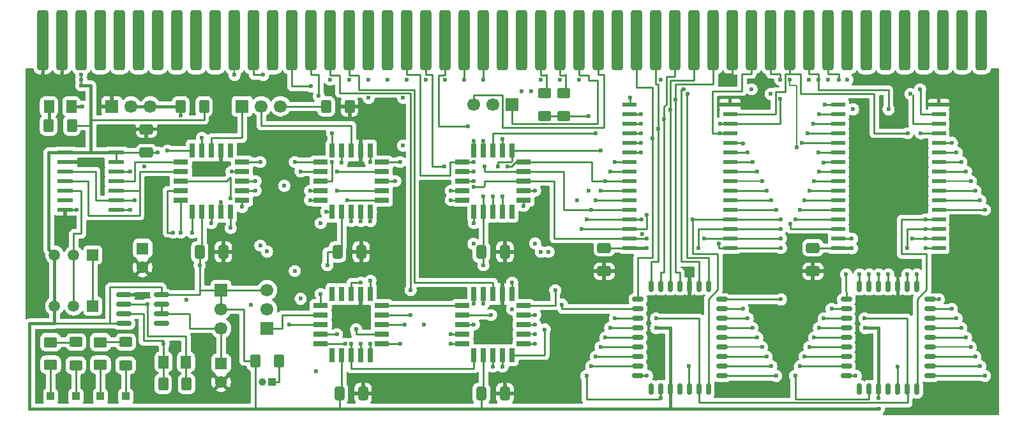
<source format=gtl>
%TF.GenerationSoftware,KiCad,Pcbnew,9.0.2*%
%TF.CreationDate,2025-06-19T05:33:31+06:00*%
%TF.ProjectId,Amiga500 Actionreplay 5,416d6967-6135-4303-9020-416374696f6e,rev?*%
%TF.SameCoordinates,Original*%
%TF.FileFunction,Copper,L1,Top*%
%TF.FilePolarity,Positive*%
%FSLAX46Y46*%
G04 Gerber Fmt 4.6, Leading zero omitted, Abs format (unit mm)*
G04 Created by KiCad (PCBNEW 9.0.2) date 2025-06-19 05:33:31*
%MOMM*%
%LPD*%
G01*
G04 APERTURE LIST*
G04 Aperture macros list*
%AMRoundRect*
0 Rectangle with rounded corners*
0 $1 Rounding radius*
0 $2 $3 $4 $5 $6 $7 $8 $9 X,Y pos of 4 corners*
0 Add a 4 corners polygon primitive as box body*
4,1,4,$2,$3,$4,$5,$6,$7,$8,$9,$2,$3,0*
0 Add four circle primitives for the rounded corners*
1,1,$1+$1,$2,$3*
1,1,$1+$1,$4,$5*
1,1,$1+$1,$6,$7*
1,1,$1+$1,$8,$9*
0 Add four rect primitives between the rounded corners*
20,1,$1+$1,$2,$3,$4,$5,0*
20,1,$1+$1,$4,$5,$6,$7,0*
20,1,$1+$1,$6,$7,$8,$9,0*
20,1,$1+$1,$8,$9,$2,$3,0*%
G04 Aperture macros list end*
%TA.AperFunction,SMDPad,CuDef*%
%ADD10R,1.866900X0.558800*%
%TD*%
%TA.AperFunction,SMDPad,CuDef*%
%ADD11R,2.159000X0.558800*%
%TD*%
%TA.AperFunction,SMDPad,CuDef*%
%ADD12R,0.700000X1.925000*%
%TD*%
%TA.AperFunction,SMDPad,CuDef*%
%ADD13R,1.925000X0.700000*%
%TD*%
%TA.AperFunction,ComponentPad*%
%ADD14R,1.500000X1.500000*%
%TD*%
%TA.AperFunction,ComponentPad*%
%ADD15C,1.500000*%
%TD*%
%TA.AperFunction,ComponentPad*%
%ADD16RoundRect,0.250000X-0.550000X0.550000X-0.550000X-0.550000X0.550000X-0.550000X0.550000X0.550000X0*%
%TD*%
%TA.AperFunction,ComponentPad*%
%ADD17C,1.600000*%
%TD*%
%TA.AperFunction,SMDPad,CuDef*%
%ADD18RoundRect,0.150000X-0.825000X-0.150000X0.825000X-0.150000X0.825000X0.150000X-0.825000X0.150000X0*%
%TD*%
%TA.AperFunction,SMDPad,CuDef*%
%ADD19RoundRect,0.250000X-0.625000X0.400000X-0.625000X-0.400000X0.625000X-0.400000X0.625000X0.400000X0*%
%TD*%
%TA.AperFunction,ComponentPad*%
%ADD20R,1.700000X1.700000*%
%TD*%
%TA.AperFunction,ComponentPad*%
%ADD21C,1.700000*%
%TD*%
%TA.AperFunction,SMDPad,CuDef*%
%ADD22RoundRect,0.250000X-0.412500X-0.650000X0.412500X-0.650000X0.412500X0.650000X-0.412500X0.650000X0*%
%TD*%
%TA.AperFunction,SMDPad,CuDef*%
%ADD23RoundRect,0.250000X0.650000X-0.412500X0.650000X0.412500X-0.650000X0.412500X-0.650000X-0.412500X0*%
%TD*%
%TA.AperFunction,SMDPad,CuDef*%
%ADD24RoundRect,0.250001X0.624999X-0.462499X0.624999X0.462499X-0.624999X0.462499X-0.624999X-0.462499X0*%
%TD*%
%TA.AperFunction,SMDPad,CuDef*%
%ADD25R,1.000000X1.000000*%
%TD*%
%TA.AperFunction,SMDPad,CuDef*%
%ADD26RoundRect,0.250000X-0.400000X-0.625000X0.400000X-0.625000X0.400000X0.625000X-0.400000X0.625000X0*%
%TD*%
%TA.AperFunction,SMDPad,CuDef*%
%ADD27RoundRect,0.250001X0.462499X0.624999X-0.462499X0.624999X-0.462499X-0.624999X0.462499X-0.624999X0*%
%TD*%
%TA.AperFunction,SMDPad,CuDef*%
%ADD28RoundRect,0.250000X0.400000X0.625000X-0.400000X0.625000X-0.400000X-0.625000X0.400000X-0.625000X0*%
%TD*%
%TA.AperFunction,ComponentPad*%
%ADD29R,1.000000X1.000000*%
%TD*%
%TA.AperFunction,ComponentPad*%
%ADD30C,1.000000*%
%TD*%
%TA.AperFunction,SMDPad,CuDef*%
%ADD31RoundRect,0.150000X0.150000X0.587500X-0.150000X0.587500X-0.150000X-0.587500X0.150000X-0.587500X0*%
%TD*%
%TA.AperFunction,SMDPad,CuDef*%
%ADD32RoundRect,0.150000X0.587500X0.150000X-0.587500X0.150000X-0.587500X-0.150000X0.587500X-0.150000X0*%
%TD*%
%TA.AperFunction,SMDPad,CuDef*%
%ADD33RoundRect,0.381000X0.381000X-3.619000X0.381000X3.619000X-0.381000X3.619000X-0.381000X-3.619000X0*%
%TD*%
%TA.AperFunction,ViaPad*%
%ADD34C,0.600000*%
%TD*%
%TA.AperFunction,Conductor*%
%ADD35C,0.254000*%
%TD*%
%TA.AperFunction,Conductor*%
%ADD36C,0.400000*%
%TD*%
%TA.AperFunction,Conductor*%
%ADD37C,0.200000*%
%TD*%
G04 APERTURE END LIST*
D10*
%TO.P,U10,1,A17*%
%TO.N,/A18*%
X205742918Y-57244400D03*
%TO.P,U10,2,A16*%
%TO.N,/A17*%
X205742918Y-55974400D03*
%TO.P,U10,3,A14*%
%TO.N,/A15*%
X205742918Y-54704400D03*
%TO.P,U10,4,A12*%
%TO.N,/A13*%
X205742918Y-53434400D03*
%TO.P,U10,5,A7*%
%TO.N,/A8*%
X205742918Y-52164400D03*
%TO.P,U10,6,A6*%
%TO.N,/A7*%
X205742918Y-50894400D03*
%TO.P,U10,7,A5*%
%TO.N,/A6*%
X205742918Y-49624400D03*
%TO.P,U10,8,A4*%
%TO.N,/A5*%
X205742918Y-48354400D03*
%TO.P,U10,9,A3*%
%TO.N,/A4*%
X205742918Y-47084400D03*
%TO.P,U10,10,A2*%
%TO.N,/A3*%
X205742918Y-45814400D03*
%TO.P,U10,11,A1*%
%TO.N,/A2*%
X205742918Y-44544400D03*
%TO.P,U10,12,A0*%
%TO.N,/A1*%
X205742918Y-43274400D03*
%TO.P,U10,13,I/O0*%
%TO.N,/D8*%
X205742918Y-42004400D03*
%TO.P,U10,14,I/O1*%
%TO.N,/D9*%
X205742918Y-40734400D03*
%TO.P,U10,15,I/O2*%
%TO.N,/D10*%
X205742918Y-39464400D03*
%TO.P,U10,16,GND*%
%TO.N,GND*%
X205742918Y-38194400D03*
%TO.P,U10,17,I/O3*%
%TO.N,/D11*%
X192446018Y-38194400D03*
%TO.P,U10,18,I/O4*%
%TO.N,/D12*%
X192446018Y-39464400D03*
%TO.P,U10,19,I/O5*%
%TO.N,/D13*%
X192446018Y-40734400D03*
%TO.P,U10,20,I/O6*%
%TO.N,/D14*%
X192446018Y-42004400D03*
%TO.P,U10,21,I/O7*%
%TO.N,/D15*%
X192446018Y-43274400D03*
%TO.P,U10,22,~{CE}*%
%TO.N,Net-(U10-~{CE})*%
X192446018Y-44544400D03*
%TO.P,U10,23,A10*%
%TO.N,/A11*%
X192446018Y-45814400D03*
%TO.P,U10,24,~{OE}*%
%TO.N,/~{OE}*%
X192446018Y-47084400D03*
%TO.P,U10,25,A11*%
%TO.N,/A12*%
X192446018Y-48354400D03*
%TO.P,U10,26,A9*%
%TO.N,/A10*%
X192446018Y-49624400D03*
%TO.P,U10,27,A8*%
%TO.N,/A9*%
X192446018Y-50894400D03*
%TO.P,U10,28,A13*%
%TO.N,/A14*%
X192446018Y-52164400D03*
%TO.P,U10,29,~{WE}*%
%TO.N,/R_W*%
X192446018Y-53434400D03*
%TO.P,U10,30,A18*%
%TO.N,/A19*%
X192446018Y-54704400D03*
%TO.P,U10,31,A15*%
%TO.N,/A16*%
X192446018Y-55974400D03*
%TO.P,U10,32,VDD*%
%TO.N,+5V*%
X192446018Y-57244400D03*
%TD*%
D11*
%TO.P,U6,1,~{R}*%
%TO.N,+5V*%
X89911800Y-44544400D03*
%TO.P,U6,2,D*%
%TO.N,GND*%
X89911800Y-45814400D03*
%TO.P,U6,3,C*%
%TO.N,Net-(U5-I7)*%
X89911800Y-47084400D03*
%TO.P,U6,4,~{S}*%
%TO.N,Net-(U5-IO5)*%
X89911800Y-48354400D03*
%TO.P,U6,5,Q*%
%TO.N,Net-(Q1-G)*%
X89911800Y-49624400D03*
%TO.P,U6,6,~{Q}*%
%TO.N,unconnected-(U6A-~{Q}-Pad6)*%
X89911800Y-50894400D03*
%TO.P,U6,7,GND*%
%TO.N,GND*%
X89911800Y-52164400D03*
%TO.P,U6,8,~{Q}*%
%TO.N,Net-(U6B-D)*%
X96668200Y-52164400D03*
%TO.P,U6,9,Q*%
%TO.N,Net-(U5-I7)*%
X96668200Y-50894400D03*
%TO.P,U6,10,~{S}*%
%TO.N,Net-(U5-IO5)*%
X96668200Y-49624400D03*
%TO.P,U6,11,C*%
%TO.N,Net-(U5-IO6)*%
X96668200Y-48354400D03*
%TO.P,U6,12,D*%
%TO.N,Net-(U6B-D)*%
X96668200Y-47084400D03*
%TO.P,U6,13,~{R}*%
%TO.N,+5V*%
X96668200Y-45814400D03*
%TO.P,U6,14,VCC*%
X96668200Y-44544400D03*
%TD*%
D12*
%TO.P,U4,1,I1/CLK*%
%TO.N,Net-(U2-IO1)*%
X127822500Y-52406900D03*
%TO.P,U4,2,I2*%
%TO.N,Net-(U2-IO7)*%
X129092500Y-52406900D03*
%TO.P,U4,3,I3*%
%TO.N,Net-(U2-IO8)*%
X130362500Y-52406900D03*
D13*
%TO.P,U4,4,I4*%
%TO.N,Net-(U3-IO2)*%
X131875000Y-50894400D03*
%TO.P,U4,5,I5*%
%TO.N,Net-(U3-I03)*%
X131875000Y-49624400D03*
%TO.P,U4,6,I6*%
%TO.N,/~{OE}*%
X131875000Y-48354400D03*
%TO.P,U4,7,I7*%
%TO.N,/~{AS}*%
X131875000Y-47084400D03*
%TO.P,U4,8,I8*%
%TO.N,/~{UDS}*%
X131875000Y-45814400D03*
D12*
%TO.P,U4,9,I9*%
%TO.N,/~{LDS}*%
X130362500Y-44301900D03*
%TO.P,U4,10,GND*%
%TO.N,GND*%
X129092500Y-44301900D03*
%TO.P,U4,11,I10/~{OE}*%
%TO.N,Net-(JP1-C)*%
X127822500Y-44301900D03*
%TO.P,U4,12,IO8*%
%TO.N,Net-(U4-IO8)*%
X126552500Y-44301900D03*
%TO.P,U4,13,IO7*%
%TO.N,Net-(U2-I8)*%
X125282500Y-44301900D03*
D13*
%TO.P,U4,14,IO6*%
%TO.N,Net-(U2-I9)*%
X123770000Y-45814400D03*
%TO.P,U4,15,IO5*%
%TO.N,Net-(U4-IO5)*%
X123770000Y-47084400D03*
%TO.P,U4,16,IO4*%
%TO.N,Net-(U4-IO4)*%
X123770000Y-48354400D03*
%TO.P,U4,17,I03*%
%TO.N,/D0*%
X123770000Y-49624400D03*
%TO.P,U4,18,IO2*%
%TO.N,/D1*%
X123770000Y-50894400D03*
D12*
%TO.P,U4,19,IO1*%
%TO.N,Net-(U10-~{CE})*%
X125282500Y-52406900D03*
%TO.P,U4,20,VCC*%
%TO.N,+5V*%
X126552500Y-52406900D03*
%TD*%
D14*
%TO.P,Q1,1,D*%
%TO.N,Net-(JP3-C)*%
X93544000Y-58154400D03*
D15*
%TO.P,Q1,2,G*%
%TO.N,Net-(Q1-G)*%
X91004000Y-58154400D03*
%TO.P,Q1,3,S*%
%TO.N,+5V*%
X88464000Y-58154400D03*
%TD*%
D16*
%TO.P,C6,1*%
%TO.N,Net-(D3-K)*%
X100148000Y-57309288D03*
D17*
%TO.P,C6,2*%
%TO.N,GND*%
X100148000Y-59809288D03*
%TD*%
D18*
%TO.P,U11,1,GND*%
%TO.N,GND*%
X97673000Y-63467400D03*
%TO.P,U11,2,TR*%
%TO.N,Net-(D3-K)*%
X97673000Y-64737400D03*
%TO.P,U11,3,Q*%
%TO.N,Net-(D3-A)*%
X97673000Y-66007400D03*
%TO.P,U11,4,R*%
%TO.N,+5V*%
X97673000Y-67277400D03*
%TO.P,U11,5,CV*%
%TO.N,unconnected-(U11-CV-Pad5)*%
X102623000Y-67277400D03*
%TO.P,U11,6,THR*%
%TO.N,Net-(U11-DIS)*%
X102623000Y-66007400D03*
%TO.P,U11,7,DIS*%
X102623000Y-64737400D03*
%TO.P,U11,8,VCC*%
%TO.N,+5V*%
X102623000Y-63467400D03*
%TD*%
D19*
%TO.P,R1,1*%
%TO.N,Net-(D4-A)*%
X91306000Y-69709400D03*
%TO.P,R1,2*%
%TO.N,Net-(R1-Pad2)*%
X91306000Y-72809400D03*
%TD*%
D12*
%TO.P,U5,1,I1/CLK*%
%TO.N,/~{AS}*%
X109280500Y-52406900D03*
%TO.P,U5,2,I2*%
%TO.N,/R_W*%
X110550500Y-52406900D03*
%TO.P,U5,3,I3*%
%TO.N,Net-(Q1-G)*%
X111820500Y-52406900D03*
D13*
%TO.P,U5,4,I4*%
%TO.N,Net-(JP2-C)*%
X113333000Y-50894400D03*
%TO.P,U5,5,I5*%
%TO.N,Net-(D3-A)*%
X113333000Y-49624400D03*
%TO.P,U5,6,I6*%
%TO.N,Net-(D1-K)*%
X113333000Y-48354400D03*
%TO.P,U5,7,I7*%
%TO.N,Net-(U5-I7)*%
X113333000Y-47084400D03*
%TO.P,U5,8,I8*%
%TO.N,/~{RST}*%
X113333000Y-45814400D03*
D12*
%TO.P,U5,9,I9*%
%TO.N,unconnected-(U5-I9-Pad9)*%
X111820500Y-44301900D03*
%TO.P,U5,10,GND*%
%TO.N,GND*%
X110550500Y-44301900D03*
%TO.P,U5,11,I10/~{OE}*%
%TO.N,Net-(JP1-A)*%
X109280500Y-44301900D03*
%TO.P,U5,12,IO8*%
%TO.N,/~{OE}*%
X108010500Y-44301900D03*
%TO.P,U5,13,IO7*%
%TO.N,Net-(U3-I5)*%
X106740500Y-44301900D03*
D13*
%TO.P,U5,14,IO6*%
%TO.N,Net-(U5-IO6)*%
X105228000Y-45814400D03*
%TO.P,U5,15,IO5*%
%TO.N,Net-(U5-IO5)*%
X105228000Y-47084400D03*
%TO.P,U5,16,IO4*%
%TO.N,/~{HLT}*%
X105228000Y-48354400D03*
%TO.P,U5,17,I03*%
%TO.N,/~{IPL0}*%
X105228000Y-49624400D03*
%TO.P,U5,18,IO2*%
%TO.N,/~{IPL1}*%
X105228000Y-50894400D03*
D12*
%TO.P,U5,19,IO1*%
%TO.N,/~{IPL2}*%
X106740500Y-52406900D03*
%TO.P,U5,20,VCC*%
%TO.N,+5V*%
X108010500Y-52406900D03*
%TD*%
D19*
%TO.P,R9,1*%
%TO.N,/~{RST}*%
X153488000Y-36644400D03*
%TO.P,R9,2*%
%TO.N,+5V*%
X153488000Y-39744400D03*
%TD*%
D20*
%TO.P,JP1,1,A*%
%TO.N,Net-(JP1-A)*%
X113356000Y-38423400D03*
D21*
%TO.P,JP1,2,C*%
%TO.N,Net-(JP1-C)*%
X115896000Y-38423400D03*
%TO.P,JP1,3,B*%
%TO.N,Net-(JP1-B)*%
X118436000Y-38423400D03*
%TD*%
D22*
%TO.P,C8,1*%
%TO.N,+5V*%
X145067500Y-76548400D03*
%TO.P,C8,2*%
%TO.N,GND*%
X148192500Y-76548400D03*
%TD*%
D19*
%TO.P,R7,1*%
%TO.N,Net-(D2-A)*%
X97910000Y-69709400D03*
%TO.P,R7,2*%
%TO.N,Net-(R7-Pad2)*%
X97910000Y-72809400D03*
%TD*%
D23*
%TO.P,C10,1*%
%TO.N,GND*%
X189048000Y-60330900D03*
%TO.P,C10,2*%
%TO.N,+5V*%
X189048000Y-57205900D03*
%TD*%
D19*
%TO.P,R10,1*%
%TO.N,/~{HLT}*%
X156028000Y-36644400D03*
%TO.P,R10,2*%
%TO.N,+5V*%
X156028000Y-39744400D03*
%TD*%
D24*
%TO.P,D4,1,K*%
%TO.N,Net-(D4-K)*%
X87956000Y-72724400D03*
%TO.P,D4,2,A*%
%TO.N,Net-(D4-A)*%
X87956000Y-69749400D03*
%TD*%
D22*
%TO.P,C7,1*%
%TO.N,+5V*%
X145067500Y-57752400D03*
%TO.P,C7,2*%
%TO.N,GND*%
X148192500Y-57752400D03*
%TD*%
D23*
%TO.P,C4,1*%
%TO.N,GND*%
X161362000Y-60330900D03*
%TO.P,C4,2*%
%TO.N,+5V*%
X161362000Y-57205900D03*
%TD*%
D25*
%TO.P,TP2,1,1*%
%TO.N,Net-(R1-Pad2)*%
X91306000Y-76929400D03*
%TD*%
D26*
%TO.P,R5,1*%
%TO.N,Net-(D3-A)*%
X102882500Y-75278400D03*
%TO.P,R5,2*%
%TO.N,Net-(D3-K)*%
X105982500Y-75278400D03*
%TD*%
%TO.P,R6,1*%
%TO.N,+5V*%
X115108000Y-72230400D03*
%TO.P,R6,2*%
%TO.N,Net-(SW1-Pin_1)*%
X118208000Y-72230400D03*
%TD*%
D25*
%TO.P,TP1,1,1*%
%TO.N,Net-(R7-Pad2)*%
X97910000Y-76929400D03*
%TD*%
D12*
%TO.P,U3,1,I1/CLK*%
%TO.N,Net-(U2-IO1)*%
X127822500Y-71456900D03*
%TO.P,U3,2,I2*%
%TO.N,Net-(U2-IO7)*%
X129092500Y-71456900D03*
%TO.P,U3,3,I3*%
%TO.N,Net-(U2-IO8)*%
X130362500Y-71456900D03*
D13*
%TO.P,U3,4,I4*%
%TO.N,/~{UDS}*%
X131875000Y-69944400D03*
%TO.P,U3,5,I5*%
%TO.N,Net-(U3-I5)*%
X131875000Y-68674400D03*
%TO.P,U3,6,I6*%
%TO.N,Net-(SW1-Pin_1)*%
X131875000Y-67404400D03*
%TO.P,U3,7,I7*%
%TO.N,/~{FC0}*%
X131875000Y-66134400D03*
%TO.P,U3,8,I8*%
%TO.N,Net-(U2-IO6)*%
X131875000Y-64864400D03*
D12*
%TO.P,U3,9,I9*%
%TO.N,/~{OE}*%
X130362500Y-63351900D03*
%TO.P,U3,10,GND*%
%TO.N,GND*%
X129092500Y-63351900D03*
%TO.P,U3,11,I10/~{OE}*%
%TO.N,/~{LDS}*%
X127822500Y-63351900D03*
%TO.P,U3,12,IO8*%
%TO.N,unconnected-(U3-IO8-Pad12)*%
X126552500Y-63351900D03*
%TO.P,U3,13,IO7*%
%TO.N,unconnected-(U3-IO7-Pad13)*%
X125282500Y-63351900D03*
D13*
%TO.P,U3,14,IO6*%
%TO.N,/~{AS}*%
X123770000Y-64864400D03*
%TO.P,U3,15,IO5*%
%TO.N,Net-(JP2-A)*%
X123770000Y-66134400D03*
%TO.P,U3,16,IO4*%
%TO.N,Net-(JP1-A)*%
X123770000Y-67404400D03*
%TO.P,U3,17,I03*%
%TO.N,Net-(U3-I03)*%
X123770000Y-68674400D03*
%TO.P,U3,18,IO2*%
%TO.N,Net-(U3-IO2)*%
X123770000Y-69944400D03*
D12*
%TO.P,U3,19,IO1*%
%TO.N,unconnected-(U3-IO1-Pad19)*%
X125282500Y-71456900D03*
%TO.P,U3,20,VCC*%
%TO.N,+5V*%
X126552500Y-71456900D03*
%TD*%
D22*
%TO.P,C9,1*%
%TO.N,+5V*%
X107718000Y-57752400D03*
%TO.P,C9,2*%
%TO.N,GND*%
X110843000Y-57752400D03*
%TD*%
D26*
%TO.P,R3,1*%
%TO.N,Net-(D1-A)*%
X87676000Y-40988400D03*
%TO.P,R3,2*%
%TO.N,+5V*%
X90776000Y-40988400D03*
%TD*%
D27*
%TO.P,D1,1,K*%
%TO.N,Net-(D1-K)*%
X90713500Y-38448400D03*
%TO.P,D1,2,A*%
%TO.N,Net-(D1-A)*%
X87738500Y-38448400D03*
%TD*%
D25*
%TO.P,TP4,1,1*%
%TO.N,Net-(D2-K)*%
X94560000Y-76929400D03*
%TD*%
D28*
%TO.P,R8,1*%
%TO.N,GND*%
X127606000Y-38448400D03*
%TO.P,R8,2*%
%TO.N,Net-(JP1-B)*%
X124506000Y-38448400D03*
%TD*%
D22*
%TO.P,C2,1*%
%TO.N,+5V*%
X126260000Y-76548400D03*
%TO.P,C2,2*%
%TO.N,GND*%
X129385000Y-76548400D03*
%TD*%
D20*
%TO.P,SW2,1,Pin_1*%
%TO.N,GND*%
X96084000Y-38448400D03*
D21*
%TO.P,SW2,2,Pin_2*%
%TO.N,Net-(D1-K)*%
X98624000Y-38448400D03*
%TO.P,SW2,3,Pin_3*%
X101164000Y-38448400D03*
%TD*%
D25*
%TO.P,TP3,1,1*%
%TO.N,Net-(D4-K)*%
X87956000Y-76929400D03*
%TD*%
D20*
%TO.P,JP3,1,A*%
%TO.N,/A22*%
X149170000Y-38194400D03*
D21*
%TO.P,JP3,2,C*%
%TO.N,Net-(JP3-C)*%
X146630000Y-38194400D03*
%TO.P,JP3,3,B*%
%TO.N,/A23*%
X144090000Y-38194400D03*
%TD*%
D12*
%TO.P,U2,1,I1/CLK*%
%TO.N,/A8*%
X146630000Y-71456900D03*
%TO.P,U2,2,I2*%
%TO.N,/A7*%
X147900000Y-71456900D03*
%TO.P,U2,3,I3*%
%TO.N,/A4*%
X149170000Y-71456900D03*
D13*
%TO.P,U2,4,I4*%
%TO.N,/A6*%
X150682500Y-69944400D03*
%TO.P,U2,5,I5*%
%TO.N,/A5*%
X150682500Y-68674400D03*
%TO.P,U2,6,I6*%
%TO.N,/A3*%
X150682500Y-67404400D03*
%TO.P,U2,7,I7*%
%TO.N,/A2*%
X150682500Y-66134400D03*
%TO.P,U2,8,I8*%
%TO.N,Net-(U2-I8)*%
X150682500Y-64864400D03*
D12*
%TO.P,U2,9,I9*%
%TO.N,Net-(U2-I9)*%
X149170000Y-63351900D03*
%TO.P,U2,10,GND*%
%TO.N,GND*%
X147900000Y-63351900D03*
%TO.P,U2,11,I10/~{OE}*%
%TO.N,/~{FC1}*%
X146630000Y-63351900D03*
%TO.P,U2,12,IO8*%
%TO.N,Net-(U2-IO8)*%
X145360000Y-63351900D03*
%TO.P,U2,13,IO7*%
%TO.N,Net-(U2-IO7)*%
X144090000Y-63351900D03*
D13*
%TO.P,U2,14,IO6*%
%TO.N,Net-(U2-IO6)*%
X142577500Y-64864400D03*
%TO.P,U2,15,IO5*%
%TO.N,/A1*%
X142577500Y-66134400D03*
%TO.P,U2,16,IO4*%
%TO.N,Net-(U1-IO1)*%
X142577500Y-67404400D03*
%TO.P,U2,17,I03*%
%TO.N,Net-(U1-IO2)*%
X142577500Y-68674400D03*
%TO.P,U2,18,IO2*%
%TO.N,Net-(U1-IO8)*%
X142577500Y-69944400D03*
D12*
%TO.P,U2,19,IO1*%
%TO.N,Net-(U2-IO1)*%
X144090000Y-71456900D03*
%TO.P,U2,20,VCC*%
%TO.N,+5V*%
X145360000Y-71456900D03*
%TD*%
D14*
%TO.P,Q2,1,D*%
%TO.N,Net-(JP3-C)*%
X93544000Y-64947400D03*
D15*
%TO.P,Q2,2,G*%
%TO.N,Net-(Q1-G)*%
X91004000Y-64947400D03*
%TO.P,Q2,3,S*%
%TO.N,+5V*%
X88464000Y-64947400D03*
%TD*%
D29*
%TO.P,SW1,1,Pin_1*%
%TO.N,Net-(SW1-Pin_1)*%
X117293000Y-75024400D03*
D30*
%TO.P,SW1,2,Pin_2*%
%TO.N,GND*%
X116023000Y-75024400D03*
%TD*%
D10*
%TO.P,U8,1,A17*%
%TO.N,/A18*%
X178056918Y-57244400D03*
%TO.P,U8,2,A16*%
%TO.N,/A17*%
X178056918Y-55974400D03*
%TO.P,U8,3,A14*%
%TO.N,/A15*%
X178056918Y-54704400D03*
%TO.P,U8,4,A12*%
%TO.N,/A13*%
X178056918Y-53434400D03*
%TO.P,U8,5,A7*%
%TO.N,/A8*%
X178056918Y-52164400D03*
%TO.P,U8,6,A6*%
%TO.N,/A7*%
X178056918Y-50894400D03*
%TO.P,U8,7,A5*%
%TO.N,/A6*%
X178056918Y-49624400D03*
%TO.P,U8,8,A4*%
%TO.N,/A5*%
X178056918Y-48354400D03*
%TO.P,U8,9,A3*%
%TO.N,/A4*%
X178056918Y-47084400D03*
%TO.P,U8,10,A2*%
%TO.N,/A3*%
X178056918Y-45814400D03*
%TO.P,U8,11,A1*%
%TO.N,/A2*%
X178056918Y-44544400D03*
%TO.P,U8,12,A0*%
%TO.N,/A1*%
X178056918Y-43274400D03*
%TO.P,U8,13,I/O0*%
%TO.N,/D0*%
X178056918Y-42004400D03*
%TO.P,U8,14,I/O1*%
%TO.N,/D1*%
X178056918Y-40734400D03*
%TO.P,U8,15,I/O2*%
%TO.N,/D2*%
X178056918Y-39464400D03*
%TO.P,U8,16,GND*%
%TO.N,GND*%
X178056918Y-38194400D03*
%TO.P,U8,17,I/O3*%
%TO.N,/D3*%
X164760018Y-38194400D03*
%TO.P,U8,18,I/O4*%
%TO.N,/D4*%
X164760018Y-39464400D03*
%TO.P,U8,19,I/O5*%
%TO.N,/D5*%
X164760018Y-40734400D03*
%TO.P,U8,20,I/O6*%
%TO.N,/D6*%
X164760018Y-42004400D03*
%TO.P,U8,21,I/O7*%
%TO.N,/D7*%
X164760018Y-43274400D03*
%TO.P,U8,22,~{CE}*%
%TO.N,Net-(U4-IO4)*%
X164760018Y-44544400D03*
%TO.P,U8,23,A10*%
%TO.N,/A11*%
X164760018Y-45814400D03*
%TO.P,U8,24,~{OE}*%
%TO.N,/~{OE}*%
X164760018Y-47084400D03*
%TO.P,U8,25,A11*%
%TO.N,/A12*%
X164760018Y-48354400D03*
%TO.P,U8,26,A9*%
%TO.N,/A10*%
X164760018Y-49624400D03*
%TO.P,U8,27,A8*%
%TO.N,/A9*%
X164760018Y-50894400D03*
%TO.P,U8,28,A13*%
%TO.N,/A14*%
X164760018Y-52164400D03*
%TO.P,U8,29,~{WE}*%
%TO.N,/R_W*%
X164760018Y-53434400D03*
%TO.P,U8,30,A18*%
%TO.N,/A19*%
X164760018Y-54704400D03*
%TO.P,U8,31,A15*%
%TO.N,/A16*%
X164760018Y-55974400D03*
%TO.P,U8,32,VDD*%
%TO.N,+5V*%
X164760018Y-57244400D03*
%TD*%
D31*
%TO.P,U9,1,NC_1*%
%TO.N,unconnected-(U9-NC_1-Pad1)*%
X171408468Y-75978400D03*
%TO.P,U9,2,A16*%
%TO.N,/A17*%
X172678468Y-75978400D03*
%TO.P,U9,3,A15*%
%TO.N,/A16*%
X173948468Y-75978400D03*
%TO.P,U9,4,A12*%
%TO.N,/A13*%
X175218468Y-75978400D03*
D32*
%TO.P,U9,5,A7*%
%TO.N,/A8*%
X176970968Y-74220900D03*
%TO.P,U9,6,A6*%
%TO.N,/A7*%
X176970968Y-72950900D03*
%TO.P,U9,7,A5*%
%TO.N,/A6*%
X176970968Y-71680900D03*
%TO.P,U9,8,A4*%
%TO.N,/A5*%
X176970968Y-70410900D03*
%TO.P,U9,9,A3*%
%TO.N,/A4*%
X176970968Y-69140900D03*
%TO.P,U9,10,A2*%
%TO.N,/A3*%
X176970968Y-67870900D03*
%TO.P,U9,11,A1*%
%TO.N,/A2*%
X176970968Y-66600900D03*
%TO.P,U9,12,A0*%
%TO.N,/A1*%
X176970968Y-65330900D03*
%TO.P,U9,13,I/O0*%
%TO.N,/D8*%
X176970968Y-64060900D03*
D31*
%TO.P,U9,14,I/O1*%
%TO.N,/D9*%
X175218468Y-62303400D03*
%TO.P,U9,15,I/O2*%
%TO.N,/D10*%
X173948468Y-62303400D03*
%TO.P,U9,16,GND*%
%TO.N,GND*%
X172678468Y-62303400D03*
%TO.P,U9,17,I/O3*%
%TO.N,/D11*%
X171408468Y-62303400D03*
%TO.P,U9,18,I/O4*%
%TO.N,/D12*%
X170138468Y-62303400D03*
%TO.P,U9,19,I/O5*%
%TO.N,/D13*%
X168868468Y-62303400D03*
%TO.P,U9,20,I/O6*%
%TO.N,/D14*%
X167598468Y-62303400D03*
D32*
%TO.P,U9,21,I/O7*%
%TO.N,/D15*%
X165845968Y-64060900D03*
%TO.P,U9,22,~{CE}*%
%TO.N,Net-(U4-IO5)*%
X165845968Y-65330900D03*
%TO.P,U9,23,A10*%
%TO.N,/A11*%
X165845968Y-66600900D03*
%TO.P,U9,24,~{OE}*%
%TO.N,/~{OE}*%
X165845968Y-67870900D03*
%TO.P,U9,25,A11*%
%TO.N,/A12*%
X165845968Y-69140900D03*
%TO.P,U9,26,A9*%
%TO.N,/A10*%
X165845968Y-70410900D03*
%TO.P,U9,27,A8*%
%TO.N,/A9*%
X165845968Y-71680900D03*
%TO.P,U9,28,A13*%
%TO.N,/A14*%
X165845968Y-72950900D03*
%TO.P,U9,29,A14*%
%TO.N,/A15*%
X165845968Y-74220900D03*
D31*
%TO.P,U9,30,NC_2*%
%TO.N,unconnected-(U9-NC_2-Pad30)*%
X167598468Y-75978400D03*
%TO.P,U9,31,~{WE}*%
%TO.N,/R_W*%
X168868468Y-75978400D03*
%TO.P,U9,32,VCC*%
%TO.N,+5V*%
X170138468Y-75978400D03*
%TD*%
D26*
%TO.P,R4,1*%
%TO.N,Net-(D1-K)*%
X105202000Y-38448400D03*
%TO.P,R4,2*%
%TO.N,+5V*%
X108302000Y-38448400D03*
%TD*%
D27*
%TO.P,D3,1,K*%
%TO.N,Net-(D3-K)*%
X105897500Y-72380400D03*
%TO.P,D3,2,A*%
%TO.N,Net-(D3-A)*%
X102922500Y-72380400D03*
%TD*%
D31*
%TO.P,U7,1,NC_1*%
%TO.N,unconnected-(U7-NC_1-Pad1)*%
X199050018Y-75978400D03*
%TO.P,U7,2,A16*%
%TO.N,/A17*%
X200320018Y-75978400D03*
%TO.P,U7,3,A15*%
%TO.N,/A16*%
X201590018Y-75978400D03*
%TO.P,U7,4,A12*%
%TO.N,/A13*%
X202860018Y-75978400D03*
D32*
%TO.P,U7,5,A7*%
%TO.N,/A8*%
X204612518Y-74220900D03*
%TO.P,U7,6,A6*%
%TO.N,/A7*%
X204612518Y-72950900D03*
%TO.P,U7,7,A5*%
%TO.N,/A6*%
X204612518Y-71680900D03*
%TO.P,U7,8,A4*%
%TO.N,/A5*%
X204612518Y-70410900D03*
%TO.P,U7,9,A3*%
%TO.N,/A4*%
X204612518Y-69140900D03*
%TO.P,U7,10,A2*%
%TO.N,/A3*%
X204612518Y-67870900D03*
%TO.P,U7,11,A1*%
%TO.N,/A2*%
X204612518Y-66600900D03*
%TO.P,U7,12,A0*%
%TO.N,/A1*%
X204612518Y-65330900D03*
%TO.P,U7,13,I/O0*%
%TO.N,/D0*%
X204612518Y-64060900D03*
D31*
%TO.P,U7,14,I/O1*%
%TO.N,/D1*%
X202860018Y-62303400D03*
%TO.P,U7,15,I/O2*%
%TO.N,/D2*%
X201590018Y-62303400D03*
%TO.P,U7,16,GND*%
%TO.N,GND*%
X200320018Y-62303400D03*
%TO.P,U7,17,I/O3*%
%TO.N,/D3*%
X199050018Y-62303400D03*
%TO.P,U7,18,I/O4*%
%TO.N,/D4*%
X197780018Y-62303400D03*
%TO.P,U7,19,I/O5*%
%TO.N,/D5*%
X196510018Y-62303400D03*
%TO.P,U7,20,I/O6*%
%TO.N,/D6*%
X195240018Y-62303400D03*
D32*
%TO.P,U7,21,I/O7*%
%TO.N,/D7*%
X193487518Y-64060900D03*
%TO.P,U7,22,~{CE}*%
%TO.N,Net-(U4-IO8)*%
X193487518Y-65330900D03*
%TO.P,U7,23,A10*%
%TO.N,/A11*%
X193487518Y-66600900D03*
%TO.P,U7,24,~{OE}*%
%TO.N,/~{OE}*%
X193487518Y-67870900D03*
%TO.P,U7,25,A11*%
%TO.N,/A12*%
X193487518Y-69140900D03*
%TO.P,U7,26,A9*%
%TO.N,/A10*%
X193487518Y-70410900D03*
%TO.P,U7,27,A8*%
%TO.N,/A9*%
X193487518Y-71680900D03*
%TO.P,U7,28,A13*%
%TO.N,/A14*%
X193487518Y-72950900D03*
%TO.P,U7,29,A14*%
%TO.N,/A15*%
X193487518Y-74220900D03*
D31*
%TO.P,U7,30,NC_2*%
%TO.N,unconnected-(U7-NC_2-Pad30)*%
X195240018Y-75978400D03*
%TO.P,U7,31,~{WE}*%
%TO.N,/R_W*%
X196510018Y-75978400D03*
%TO.P,U7,32,VCC*%
%TO.N,+5V*%
X197780018Y-75978400D03*
%TD*%
D20*
%TO.P,VR1,1,Pin_1*%
%TO.N,+5V*%
X110562000Y-62832400D03*
D21*
%TO.P,VR1,2,Pin_2*%
X110562000Y-65372400D03*
%TO.P,VR1,3,Pin_3*%
%TO.N,Net-(U11-DIS)*%
X110562000Y-67912400D03*
%TD*%
D12*
%TO.P,U1,1,I1/CLK*%
%TO.N,/A23*%
X146630000Y-52406900D03*
%TO.P,U1,2,I2*%
%TO.N,/A22*%
X147900000Y-52406900D03*
%TO.P,U1,3,I3*%
%TO.N,/A21*%
X149170000Y-52406900D03*
D13*
%TO.P,U1,4,I4*%
%TO.N,/A20*%
X150682500Y-50894400D03*
%TO.P,U1,5,I5*%
%TO.N,/A18*%
X150682500Y-49624400D03*
%TO.P,U1,6,I6*%
%TO.N,/A16*%
X150682500Y-48354400D03*
%TO.P,U1,7,I7*%
%TO.N,/A14*%
X150682500Y-47084400D03*
%TO.P,U1,8,I8*%
%TO.N,/A12*%
X150682500Y-45814400D03*
D12*
%TO.P,U1,9,I9*%
%TO.N,/A10*%
X149170000Y-44301900D03*
%TO.P,U1,10,GND*%
%TO.N,GND*%
X147900000Y-44301900D03*
%TO.P,U1,11,I10/~{OE}*%
%TO.N,/A9*%
X146630000Y-44301900D03*
%TO.P,U1,12,IO8*%
%TO.N,Net-(U1-IO8)*%
X145360000Y-44301900D03*
%TO.P,U1,13,IO7*%
%TO.N,/A11*%
X144090000Y-44301900D03*
D13*
%TO.P,U1,14,IO6*%
%TO.N,/A13*%
X142577500Y-45814400D03*
%TO.P,U1,15,IO5*%
%TO.N,/A15*%
X142577500Y-47084400D03*
%TO.P,U1,16,IO4*%
%TO.N,/A17*%
X142577500Y-48354400D03*
%TO.P,U1,17,I03*%
%TO.N,/A19*%
X142577500Y-49624400D03*
%TO.P,U1,18,IO2*%
%TO.N,Net-(U1-IO2)*%
X142577500Y-50894400D03*
D12*
%TO.P,U1,19,IO1*%
%TO.N,Net-(U1-IO1)*%
X144090000Y-52406900D03*
%TO.P,U1,20,VCC*%
%TO.N,+5V*%
X145360000Y-52406900D03*
%TD*%
D24*
%TO.P,D2,1,K*%
%TO.N,Net-(D2-K)*%
X94560000Y-72724400D03*
%TO.P,D2,2,A*%
%TO.N,Net-(D2-A)*%
X94560000Y-69749400D03*
%TD*%
D22*
%TO.P,C5,1*%
%TO.N,+5V*%
X126006000Y-57752400D03*
%TO.P,C5,2*%
%TO.N,GND*%
X129131000Y-57752400D03*
%TD*%
D33*
%TO.P,J1,1,Pin_1*%
%TO.N,GND*%
X86940000Y-29676400D03*
%TO.P,J1,3,Pin_3*%
X89480000Y-29676400D03*
%TO.P,J1,5,Pin_5*%
%TO.N,unconnected-(J1-Pin_5-Pad5)*%
X92020000Y-29676400D03*
%TO.P,J1,7,Pin_7*%
%TO.N,unconnected-(J1-Pin_7-Pad7)*%
X94560000Y-29676400D03*
%TO.P,J1,9,Pin_9*%
%TO.N,unconnected-(J1-Pin_9-Pad9)*%
X97100000Y-29676400D03*
%TO.P,J1,11,Pin_11*%
%TO.N,unconnected-(J1-Pin_11-Pad11)*%
X99640000Y-29676400D03*
%TO.P,J1,13,Pin_13*%
%TO.N,unconnected-(J1-Pin_13-Pad13)*%
X102180000Y-29676400D03*
%TO.P,J1,15,Pin_15*%
%TO.N,unconnected-(J1-Pin_15-Pad15)*%
X104720000Y-29676400D03*
%TO.P,J1,17,Pin_17*%
%TO.N,unconnected-(J1-Pin_17-Pad17)*%
X107260000Y-29676400D03*
%TO.P,J1,19,Pin_19*%
%TO.N,unconnected-(J1-Pin_19-Pad19)*%
X109800000Y-29676400D03*
%TO.P,J1,21,Pin_21*%
%TO.N,/A5*%
X112340000Y-29676400D03*
%TO.P,J1,23,Pin_23*%
%TO.N,/A6*%
X114880000Y-29676400D03*
%TO.P,J1,25,Pin_25*%
%TO.N,unconnected-(J1-Pin_25-Pad25)*%
X117420000Y-29676400D03*
%TO.P,J1,27,Pin_27*%
%TO.N,/A2*%
X119960000Y-29676400D03*
%TO.P,J1,29,Pin_29*%
%TO.N,/A1*%
X122500000Y-29676400D03*
%TO.P,J1,31,Pin_31*%
%TO.N,/~{FC0}*%
X125040000Y-29676400D03*
%TO.P,J1,33,Pin_33*%
%TO.N,/~{FC1}*%
X127580000Y-29676400D03*
%TO.P,J1,35,Pin_35*%
%TO.N,unconnected-(J1-Pin_35-Pad35)*%
X130120000Y-29676400D03*
%TO.P,J1,37,Pin_37*%
%TO.N,unconnected-(J1-Pin_37-Pad37)*%
X132660000Y-29676400D03*
%TO.P,J1,39,Pin_39*%
%TO.N,/A13*%
X135200000Y-29676400D03*
%TO.P,J1,41,Pin_41*%
%TO.N,/A14*%
X137740000Y-29676400D03*
%TO.P,J1,43,Pin_43*%
%TO.N,/A15*%
X140280000Y-29676400D03*
%TO.P,J1,45,Pin_45*%
%TO.N,/A16*%
X142820000Y-29676400D03*
%TO.P,J1,47,Pin_47*%
%TO.N,/A17*%
X145360000Y-29676400D03*
%TO.P,J1,49,Pin_49*%
%TO.N,unconnected-(J1-Pin_49-Pad49)*%
X147900000Y-29676400D03*
%TO.P,J1,51,Pin_51*%
%TO.N,unconnected-(J1-Pin_51-Pad51)*%
X150440000Y-29676400D03*
%TO.P,J1,53,Pin_53*%
%TO.N,/~{RST}*%
X152980000Y-29676400D03*
%TO.P,J1,55,Pin_55*%
%TO.N,/~{HLT}*%
X155520000Y-29676400D03*
%TO.P,J1,57,Pin_57*%
%TO.N,/A22*%
X158060000Y-29676400D03*
%TO.P,J1,59,Pin_59*%
%TO.N,/A23*%
X160600000Y-29676400D03*
%TO.P,J1,61,Pin_61*%
%TO.N,unconnected-(J1-Pin_61-Pad61)*%
X163140000Y-29676400D03*
%TO.P,J1,63,Pin_63*%
%TO.N,/D15*%
X165680000Y-29676400D03*
%TO.P,J1,65,Pin_65*%
%TO.N,/D14*%
X168220000Y-29676400D03*
%TO.P,J1,67,Pin_67*%
%TO.N,/D13*%
X170760000Y-29676400D03*
%TO.P,J1,69,Pin_69*%
%TO.N,/D12*%
X173300000Y-29676400D03*
%TO.P,J1,71,Pin_41*%
%TO.N,/D11*%
X175840000Y-29676400D03*
%TO.P,J1,73,Pin_43*%
%TO.N,GND*%
X178380000Y-29676400D03*
%TO.P,J1,75,Pin_45*%
%TO.N,/D0*%
X180920000Y-29676400D03*
%TO.P,J1,77,Pin_47*%
%TO.N,/D1*%
X183460000Y-29676400D03*
%TO.P,J1,79,Pin_49*%
%TO.N,/D2*%
X186000000Y-29676400D03*
%TO.P,J1,81,Pin_51*%
%TO.N,/D3*%
X188540000Y-29676400D03*
%TO.P,J1,83,Pin_53*%
%TO.N,/D4*%
X191080000Y-29676400D03*
%TO.P,J1,85,Pin_55*%
%TO.N,unconnected-(J1-Pin_55-Pad85)*%
X193620000Y-29676400D03*
%TO.P,J1,87,Pin_57*%
%TO.N,unconnected-(J1-Pin_57-Pad87)*%
X196160000Y-29676400D03*
%TO.P,J1,89,Pin_59*%
%TO.N,unconnected-(J1-Pin_59-Pad89)*%
X198700000Y-29676400D03*
%TO.P,J1,91,Pin_61*%
%TO.N,unconnected-(J1-Pin_61-Pad91)*%
X201240000Y-29676400D03*
%TO.P,J1,93,Pin_63*%
%TO.N,unconnected-(J1-Pin_63-Pad93)*%
X203780000Y-29676400D03*
%TO.P,J1,95,Pin_65*%
%TO.N,unconnected-(J1-Pin_65-Pad95)*%
X206320000Y-29676400D03*
%TO.P,J1,97,Pin_67*%
%TO.N,unconnected-(J1-Pin_67-Pad97)*%
X208860000Y-29676400D03*
%TO.P,J1,99,Pin_69*%
%TO.N,unconnected-(J1-Pin_69-Pad99)*%
X211400000Y-29676400D03*
%TD*%
D23*
%TO.P,C3,1*%
%TO.N,+5V*%
X100656000Y-44582900D03*
%TO.P,C3,2*%
%TO.N,GND*%
X100656000Y-41457900D03*
%TD*%
D16*
%TO.P,C1,1*%
%TO.N,Net-(U11-DIS)*%
X110562000Y-72549288D03*
D17*
%TO.P,C1,2*%
%TO.N,GND*%
X110562000Y-75049288D03*
%TD*%
D20*
%TO.P,JP2,1,A*%
%TO.N,Net-(JP2-A)*%
X116658000Y-67912400D03*
D21*
%TO.P,JP2,2,C*%
%TO.N,Net-(JP2-C)*%
X116658000Y-65372400D03*
%TO.P,JP2,3,B*%
%TO.N,+5V*%
X116658000Y-62832400D03*
%TD*%
D34*
%TO.N,GND*%
X191207000Y-60292400D03*
X89480000Y-34257400D03*
X147900000Y-42766400D03*
X172634018Y-60758900D03*
X86940000Y-34892400D03*
X163399468Y-60292400D03*
X89480000Y-35654400D03*
X177110000Y-34892400D03*
X129104000Y-45806400D03*
X129104000Y-64737400D03*
X89480000Y-34892400D03*
X96211000Y-55720400D03*
X130882000Y-57752400D03*
X86940000Y-35654400D03*
X99132000Y-63467400D03*
X147900000Y-61816400D03*
X149932000Y-57752400D03*
X130882000Y-76548400D03*
X99259000Y-41496400D03*
X97735000Y-55720400D03*
X179638518Y-38194400D03*
X207432018Y-38205900D03*
X110562000Y-45687400D03*
X96973000Y-60927400D03*
X96973000Y-55720400D03*
X200320018Y-60758900D03*
X91385000Y-45814400D03*
X128596000Y-38448400D03*
X149932000Y-76548400D03*
X112340000Y-57752400D03*
X97735000Y-60927400D03*
X91385000Y-52164400D03*
X96211000Y-60927400D03*
X86940000Y-34257400D03*
%TO.N,+5V*%
X197811000Y-78580400D03*
X197780018Y-77149900D03*
X92020000Y-35654400D03*
X159330000Y-49624400D03*
X145360000Y-50386400D03*
X107718000Y-59530400D03*
X194224018Y-57266150D03*
X124659000Y-59530400D03*
X92020000Y-34892400D03*
X108010500Y-52406900D03*
X145345000Y-59530400D03*
X196002018Y-67870900D03*
X102180000Y-44544400D03*
X167046018Y-57255900D03*
X92020000Y-34257400D03*
X159330000Y-39718400D03*
X168241468Y-67870900D03*
%TO.N,Net-(D3-K)*%
X100783000Y-64737400D03*
%TO.N,Net-(D1-K)*%
X92147000Y-38448400D03*
X105228000Y-39599400D03*
X115134000Y-48354400D03*
%TO.N,Net-(D3-A)*%
X102942000Y-69944400D03*
X115134000Y-49624400D03*
%TO.N,/D9*%
X202002000Y-36797400D03*
X172411000Y-36797400D03*
X183460000Y-36797400D03*
%TO.N,/D12*%
X189906018Y-39475900D03*
X170138468Y-38835150D03*
%TO.N,/A8*%
X211865468Y-52164400D03*
X184174301Y-74220900D03*
X184173301Y-52164400D03*
X146630000Y-72992400D03*
X211866468Y-74220900D03*
X114499000Y-64745400D03*
%TO.N,/A22*%
X147900000Y-50386400D03*
%TO.N,/A7*%
X147900000Y-72992400D03*
X211238468Y-72950900D03*
X211238468Y-50894400D03*
X183546301Y-50894400D03*
X118929000Y-48971400D03*
X183546301Y-72950900D03*
%TO.N,/A11*%
X130120000Y-37305400D03*
X162759000Y-45814400D03*
X190458468Y-66600900D03*
X190458468Y-45941400D03*
X134692000Y-37297400D03*
X144090000Y-43020400D03*
X162772468Y-66600900D03*
X134692000Y-43642400D03*
X130120000Y-34892400D03*
%TO.N,/A5*%
X182292301Y-48355333D03*
X209984468Y-70410900D03*
X182292301Y-70410900D03*
X152218000Y-68674400D03*
X112340000Y-34257400D03*
X209984468Y-48355333D03*
%TO.N,/A19*%
X158383468Y-54704400D03*
X186055301Y-54069400D03*
X152980000Y-34892400D03*
X141042000Y-49624400D03*
X167046018Y-52806400D03*
%TO.N,/A13*%
X184800301Y-53434400D03*
X173142018Y-53445900D03*
X144090000Y-45814400D03*
X203968468Y-53434400D03*
%TO.N,/A23*%
X146630000Y-50386400D03*
%TO.N,/A6*%
X210611468Y-49624947D03*
X116150000Y-34257400D03*
X137471000Y-67439400D03*
X152218000Y-69944400D03*
X182919301Y-49624947D03*
X182919301Y-71680900D03*
X210611468Y-71680900D03*
%TO.N,/A4*%
X181665301Y-69140900D03*
X181665301Y-47083436D03*
X209357468Y-69140900D03*
X209357468Y-47083436D03*
X153488000Y-68047400D03*
%TO.N,/~{IPL1}*%
X105228000Y-55212400D03*
X137740000Y-34892400D03*
%TO.N,/~{LDS}*%
X129104000Y-61816400D03*
X130374000Y-45814400D03*
%TO.N,/A16*%
X168241468Y-66600900D03*
X167046018Y-55985900D03*
X194224018Y-55985900D03*
X142820000Y-34892400D03*
X195883018Y-66600900D03*
X144090000Y-49154403D03*
%TO.N,/A2*%
X180411301Y-44545047D03*
X208103468Y-44545047D03*
X122500000Y-35781400D03*
X180411301Y-66600900D03*
X152218000Y-66134400D03*
X208103468Y-66600900D03*
%TO.N,/~{IPL0}*%
X104212000Y-55212400D03*
X135200000Y-34892400D03*
%TO.N,/A18*%
X150440000Y-36416400D03*
X184800301Y-57244400D03*
X152218000Y-49624400D03*
X151710000Y-36416400D03*
X152218000Y-56620900D03*
X176536468Y-56620900D03*
X203968468Y-57244400D03*
%TO.N,/~{IPL2}*%
X106752000Y-55196400D03*
X140280000Y-34892400D03*
%TO.N,/A21*%
X157767997Y-50894400D03*
X158060000Y-34892400D03*
X149170000Y-52352400D03*
%TO.N,/A15*%
X203968468Y-54704400D03*
X201590018Y-57255900D03*
X194732018Y-74220900D03*
X144090000Y-47084400D03*
X143328000Y-41115400D03*
X184800301Y-54704400D03*
X173904018Y-57255900D03*
X167046018Y-74220900D03*
%TO.N,/A9*%
X125040000Y-34892400D03*
X187950468Y-71680900D03*
X160264468Y-71680900D03*
X160264468Y-50894400D03*
X160264468Y-42004400D03*
X187950468Y-50894400D03*
%TO.N,/D11*%
X190668018Y-38205900D03*
X170856018Y-37559400D03*
%TO.N,/D13*%
X189144018Y-40745900D03*
X169332018Y-40110900D03*
%TO.N,/D3*%
X189810000Y-34892400D03*
X164791000Y-37305400D03*
X199081000Y-38829400D03*
X199050018Y-60758900D03*
%TO.N,/D15*%
X167808018Y-42650900D03*
X187620018Y-43285900D03*
%TO.N,/D10*%
X180920000Y-36162400D03*
X203272000Y-36162400D03*
X171903000Y-36173900D03*
%TO.N,/A17*%
X174666018Y-55985900D03*
X145360000Y-34892400D03*
X202225018Y-55997400D03*
X203968468Y-55985900D03*
X200320018Y-72962400D03*
X166376468Y-55358900D03*
X144090000Y-48354400D03*
X172634018Y-72950900D03*
X184800301Y-55974400D03*
%TO.N,/A12*%
X161518468Y-69140900D03*
X132660000Y-34892400D03*
X189204468Y-48354400D03*
X161518468Y-48354400D03*
X189204468Y-69140900D03*
X148535000Y-46441400D03*
%TO.N,/~{UDS}*%
X134311000Y-69944400D03*
X134311000Y-45814400D03*
%TO.N,/A3*%
X208730468Y-67870900D03*
X181038301Y-45813752D03*
X152218000Y-67404400D03*
X208730468Y-45813752D03*
X181038301Y-67870900D03*
%TO.N,/D5*%
X166284018Y-40745900D03*
X196510018Y-60758900D03*
X193620000Y-34892400D03*
%TO.N,/D6*%
X166284018Y-42015900D03*
X191080000Y-34892400D03*
X195240018Y-60758900D03*
%TO.N,/D8*%
X184800301Y-64060900D03*
X186889000Y-43909400D03*
X203368018Y-42015900D03*
X186000000Y-34892400D03*
%TO.N,/A10*%
X188577468Y-70410900D03*
X188577468Y-49624400D03*
X160891468Y-70410900D03*
X147265000Y-46449400D03*
X127580000Y-34892400D03*
X160891468Y-49624400D03*
X160891468Y-44290400D03*
%TO.N,/D0*%
X176729000Y-42007900D03*
X205746468Y-64049400D03*
X122373000Y-49624400D03*
%TO.N,/A20*%
X150694000Y-51656400D03*
X155520000Y-34892400D03*
%TO.N,/D2*%
X201590018Y-60758900D03*
X201621000Y-42004400D03*
%TO.N,/D4*%
X192477000Y-34892400D03*
X197780018Y-60758900D03*
X166284018Y-39475900D03*
X194382000Y-38829400D03*
%TO.N,/~{AS}*%
X109280500Y-53930900D03*
X125921000Y-47084400D03*
X123770000Y-63340400D03*
X123770000Y-53942400D03*
%TO.N,/D7*%
X166284018Y-43285900D03*
X188540000Y-34892400D03*
X193462018Y-60758900D03*
%TO.N,/~{FC0}*%
X135708000Y-66134400D03*
X135708000Y-62832400D03*
%TO.N,/~{RST}*%
X115769000Y-56906400D03*
X153488000Y-36644400D03*
X115761000Y-45814400D03*
X152980000Y-57752400D03*
%TO.N,/A1*%
X179784301Y-43401400D03*
X146376000Y-66134400D03*
X123516000Y-37051400D03*
X207476468Y-65330900D03*
X179784301Y-65330900D03*
X123135000Y-73627400D03*
X207482635Y-43265721D03*
X149170000Y-65372400D03*
%TO.N,/D14*%
X188382018Y-42015900D03*
X168570018Y-41380900D03*
%TO.N,/~{HLT}*%
X153996000Y-57752400D03*
X111832000Y-50640400D03*
X116658000Y-57706400D03*
X156028000Y-36644400D03*
%TO.N,/A14*%
X159637468Y-72950900D03*
X140153000Y-46449400D03*
X187323468Y-72950900D03*
X159637468Y-52164400D03*
X187323468Y-52164400D03*
X145487000Y-46449400D03*
%TO.N,/R_W*%
X168868468Y-77149900D03*
X168855000Y-34900400D03*
X159010468Y-53434400D03*
X186696468Y-74220900D03*
X186696468Y-53434400D03*
X159010468Y-74220900D03*
X110550500Y-51148400D03*
X166315000Y-53434400D03*
%TO.N,/D1*%
X184730000Y-37424400D03*
X122373000Y-50894400D03*
X184730000Y-34892400D03*
X202860018Y-60758900D03*
X176729000Y-40737900D03*
%TO.N,Net-(JP1-A)*%
X119579000Y-67404400D03*
%TO.N,Net-(JP2-C)*%
X113356000Y-51783400D03*
%TO.N,Net-(Q1-G)*%
X111820500Y-54569400D03*
%TO.N,Net-(U1-IO2)*%
X141042000Y-68674400D03*
X141042000Y-50894400D03*
%TO.N,Net-(U1-IO8)*%
X145360000Y-43020400D03*
X141042000Y-69944400D03*
%TO.N,Net-(U1-IO1)*%
X144090000Y-53942400D03*
X144090000Y-67404400D03*
%TO.N,Net-(U2-IO7)*%
X129104000Y-53688400D03*
X144030010Y-56687797D03*
X144090000Y-64610400D03*
X129092500Y-69944400D03*
%TO.N,Net-(U2-I8)*%
X125294000Y-42004400D03*
X154885000Y-62832400D03*
%TO.N,Net-(U2-IO1)*%
X127834000Y-53688400D03*
X127834000Y-69944400D03*
%TO.N,Net-(U2-IO8)*%
X130374000Y-53688400D03*
X130362500Y-69944400D03*
X145360000Y-64610400D03*
%TO.N,Net-(U2-I9)*%
X120341000Y-45814400D03*
X120341000Y-60292400D03*
X149170000Y-61816400D03*
%TO.N,Net-(U3-I5)*%
X103450000Y-44290400D03*
X128469000Y-68039400D03*
X105990000Y-64102400D03*
%TO.N,Net-(U3-IO2)*%
X127326000Y-50894400D03*
X127033997Y-69944400D03*
%TO.N,Net-(U3-I03)*%
X125929000Y-68674400D03*
X125937000Y-49624400D03*
%TO.N,/~{OE}*%
X133664500Y-48354400D03*
X162145468Y-47095900D03*
X189831468Y-67870900D03*
X162145468Y-67870900D03*
X130362500Y-61562400D03*
X108022000Y-42639400D03*
X189831468Y-47095900D03*
%TO.N,Net-(U10-~{CE})*%
X124532000Y-52418400D03*
X189810000Y-44544400D03*
%TO.N,Net-(U4-IO5)*%
X121111000Y-47084400D03*
X121111000Y-63975400D03*
X155774000Y-64745400D03*
%TO.N,Net-(U4-IO8)*%
X126564000Y-45941400D03*
X191522468Y-65319400D03*
%TO.N,Net-(U4-IO4)*%
X166284018Y-44555900D03*
X125294000Y-45814400D03*
%TO.N,Net-(U5-I7)*%
X100402000Y-46419239D03*
X99132000Y-50894400D03*
X111959000Y-47084400D03*
%TO.N,Net-(U6B-D)*%
X98497000Y-52164400D03*
X98497000Y-47084400D03*
%TO.N,Net-(SW1-Pin_1)*%
X134946000Y-67404400D03*
%TD*%
D35*
%TO.N,GND*%
X129092500Y-45675900D02*
X129104000Y-45687400D01*
X178380000Y-29676400D02*
X178380000Y-34130400D01*
X129092500Y-44301900D02*
X129092500Y-45675900D01*
X178056918Y-38194400D02*
X179638518Y-38194400D01*
X200320018Y-62303400D02*
X200320018Y-60758900D01*
X129092500Y-64725900D02*
X129104000Y-64737400D01*
X163360968Y-60330900D02*
X163399468Y-60292400D01*
X172678468Y-62303400D02*
X172678468Y-60803350D01*
X191168500Y-60330900D02*
X191207000Y-60292400D01*
X177110000Y-34130400D02*
X177110000Y-34892400D01*
X89911800Y-52164400D02*
X91385000Y-52164400D01*
X148192500Y-57752400D02*
X149932000Y-57752400D01*
X205742918Y-38194400D02*
X207420518Y-38194400D01*
X147900000Y-44301900D02*
X147900000Y-42766400D01*
X178380000Y-34130400D02*
X177110000Y-34130400D01*
D36*
X86940000Y-29676400D02*
X86940000Y-34892400D01*
D35*
X110843000Y-57752400D02*
X112340000Y-57752400D01*
X129385000Y-76548400D02*
X130882000Y-76548400D01*
X110550500Y-45675900D02*
X110562000Y-45687400D01*
X207420518Y-38194400D02*
X207432018Y-38205900D01*
D36*
X89480000Y-29676400D02*
X89480000Y-34892400D01*
D35*
X129131000Y-57752400D02*
X130882000Y-57752400D01*
X189048000Y-60330900D02*
X191168500Y-60330900D01*
X172678468Y-60803350D02*
X172634018Y-60758900D01*
X100656000Y-41457900D02*
X99297500Y-41457900D01*
X89911800Y-45814400D02*
X91385000Y-45814400D01*
X129092500Y-63351900D02*
X129092500Y-64725900D01*
X161362000Y-60330900D02*
X163360968Y-60330900D01*
X127606000Y-38448400D02*
X128596000Y-38448400D01*
X148192500Y-76548400D02*
X149932000Y-76548400D01*
X147900000Y-63351900D02*
X147900000Y-61816400D01*
X99297500Y-41457900D02*
X99259000Y-41496400D01*
X129104000Y-45687400D02*
X129104000Y-45806400D01*
X110550500Y-44301900D02*
X110550500Y-45675900D01*
%TO.N,+5V*%
X145233000Y-78580400D02*
X145067500Y-78414900D01*
D36*
X93290000Y-44544400D02*
X96668200Y-44544400D01*
D35*
X95830000Y-67277400D02*
X97673000Y-67277400D01*
X88464000Y-67277400D02*
X97673000Y-67277400D01*
X113610000Y-65372400D02*
X113610000Y-72230400D01*
D36*
X87702000Y-57392400D02*
X88464000Y-58154400D01*
D35*
X192446018Y-57244400D02*
X189086500Y-57244400D01*
X145360000Y-57459900D02*
X145067500Y-57752400D01*
X145067500Y-78414900D02*
X145067500Y-76548400D01*
X145360000Y-50386400D02*
X145360000Y-52406900D01*
X102688000Y-62451400D02*
X95830000Y-62451400D01*
X110562000Y-62832400D02*
X116658000Y-62832400D01*
D36*
X89911800Y-44544400D02*
X87702000Y-44544400D01*
X197780018Y-67870900D02*
X197780018Y-75988650D01*
D35*
X107718000Y-59530400D02*
X107718000Y-62451400D01*
X100617500Y-44544400D02*
X100656000Y-44582900D01*
D36*
X93290000Y-35654400D02*
X92020000Y-35654400D01*
D35*
X92020000Y-35654400D02*
X92020000Y-34257400D01*
X90776000Y-40988400D02*
X93290000Y-40988400D01*
X108302000Y-40200400D02*
X108276000Y-40226400D01*
X107718000Y-62451400D02*
X107718000Y-62782400D01*
X100656000Y-44582900D02*
X102141500Y-44582900D01*
X107718000Y-62782400D02*
X107768000Y-62832400D01*
X197780018Y-75978400D02*
X197780018Y-77057450D01*
X115108000Y-72230400D02*
X115108000Y-78554400D01*
X126006000Y-57752400D02*
X124659000Y-57752400D01*
X126552500Y-52406900D02*
X126552500Y-57205900D01*
X102623000Y-62516400D02*
X102688000Y-62451400D01*
D36*
X85162000Y-78580400D02*
X85162000Y-67277400D01*
D35*
X159304000Y-39744400D02*
X159330000Y-39718400D01*
X108276000Y-40226400D02*
X93290000Y-40226400D01*
D36*
X167046018Y-57255900D02*
X164771518Y-57255900D01*
D35*
X161362000Y-57205900D02*
X164721518Y-57205900D01*
X96668200Y-45814400D02*
X96668200Y-44544400D01*
X189086500Y-57244400D02*
X189048000Y-57205900D01*
X156028000Y-39744400D02*
X159304000Y-39744400D01*
X110562000Y-65372400D02*
X113610000Y-65372400D01*
X107768000Y-63467400D02*
X102623000Y-63467400D01*
D36*
X87702000Y-44544400D02*
X87702000Y-57392400D01*
X196002018Y-67870900D02*
X197780018Y-67870900D01*
D35*
X107718000Y-62451400D02*
X107718000Y-63417400D01*
X126552500Y-71456900D02*
X126552500Y-76255900D01*
X107718000Y-63417400D02*
X107768000Y-63467400D01*
X145360000Y-71456900D02*
X145360000Y-76255900D01*
X126260000Y-78580400D02*
X126260000Y-76548400D01*
X108010500Y-57459900D02*
X107718000Y-57752400D01*
D36*
X93290000Y-44544400D02*
X93290000Y-40988400D01*
D35*
X145360000Y-52406900D02*
X145360000Y-57459900D01*
X96668200Y-44544400D02*
X100617500Y-44544400D01*
D36*
X88464000Y-64947400D02*
X88464000Y-67277400D01*
D35*
X107718000Y-57752400D02*
X107718000Y-59530400D01*
D36*
X170125000Y-78580400D02*
X197811000Y-78580400D01*
D35*
X108010500Y-52406900D02*
X108010500Y-57459900D01*
X113610000Y-72230400D02*
X115108000Y-72230400D01*
D36*
X93290000Y-40226400D02*
X93290000Y-35654400D01*
X85162000Y-67277400D02*
X85797000Y-67277400D01*
D35*
X126552500Y-76255900D02*
X126260000Y-76548400D01*
X126552500Y-57205900D02*
X126006000Y-57752400D01*
D36*
X194224018Y-57266150D02*
X192413068Y-57266150D01*
D35*
X164721518Y-57205900D02*
X164760018Y-57244400D01*
X108302000Y-38448400D02*
X108302000Y-40200400D01*
D36*
X170138468Y-75978400D02*
X170125000Y-75991868D01*
D35*
X145345000Y-58029900D02*
X145067500Y-57752400D01*
D36*
X88464000Y-67277400D02*
X85797000Y-67277400D01*
D35*
X102141500Y-44582900D02*
X102180000Y-44544400D01*
X153488000Y-39744400D02*
X156028000Y-39744400D01*
X145345000Y-59530400D02*
X145345000Y-58029900D01*
X102623000Y-63467400D02*
X102623000Y-62516400D01*
D36*
X164771518Y-57255900D02*
X164760018Y-57244400D01*
X168241468Y-67870900D02*
X170138468Y-67870900D01*
D35*
X107768000Y-62832400D02*
X110562000Y-62832400D01*
D36*
X89911800Y-44544400D02*
X93290000Y-44544400D01*
D35*
X110562000Y-62832400D02*
X110562000Y-65372400D01*
X124659000Y-57752400D02*
X124659000Y-59530400D01*
X95830000Y-62451400D02*
X95830000Y-67277400D01*
D36*
X170138468Y-67870900D02*
X170138468Y-75978400D01*
X88464000Y-58154400D02*
X88464000Y-64947400D01*
D35*
X145360000Y-76255900D02*
X145067500Y-76548400D01*
D36*
X170125000Y-75991868D02*
X170125000Y-78580400D01*
X93290000Y-40988400D02*
X93290000Y-40226400D01*
X170125000Y-78580400D02*
X85162000Y-78580400D01*
D35*
%TO.N,Net-(D3-K)*%
X97673000Y-64737400D02*
X100783000Y-64737400D01*
X100783000Y-68928400D02*
X105863000Y-68928400D01*
X105897500Y-72380400D02*
X105897500Y-75193400D01*
X105863000Y-68928400D02*
X105897500Y-68962900D01*
X105897500Y-75193400D02*
X105982500Y-75278400D01*
X100783000Y-64737400D02*
X100783000Y-68928400D01*
X105897500Y-68962900D02*
X105897500Y-72380400D01*
D36*
%TO.N,Net-(D1-A)*%
X87738500Y-38448400D02*
X87738500Y-40925900D01*
X87738500Y-40925900D02*
X87676000Y-40988400D01*
D35*
%TO.N,Net-(D1-K)*%
X105228000Y-39599400D02*
X105228000Y-38474400D01*
X113333000Y-48354400D02*
X115134000Y-48354400D01*
X105228000Y-38474400D02*
X105202000Y-38448400D01*
D36*
X90713500Y-38448400D02*
X92147000Y-38448400D01*
X105202000Y-38448400D02*
X101164000Y-38448400D01*
X101164000Y-38448400D02*
X98624000Y-38448400D01*
D35*
%TO.N,Net-(D2-A)*%
X97910000Y-69709400D02*
X94600000Y-69709400D01*
X94600000Y-69709400D02*
X94560000Y-69749400D01*
%TO.N,Net-(D3-A)*%
X102942000Y-69563400D02*
X102942000Y-72360900D01*
X113333000Y-49624400D02*
X115134000Y-49624400D01*
X100275000Y-69563400D02*
X102942000Y-69563400D01*
X102922500Y-72380400D02*
X102922500Y-75238400D01*
X97673000Y-66007400D02*
X100275000Y-66007400D01*
X100275000Y-66007400D02*
X100275000Y-69563400D01*
X102942000Y-72360900D02*
X102922500Y-72380400D01*
X102922500Y-75238400D02*
X102882500Y-75278400D01*
%TO.N,Net-(D4-A)*%
X87956000Y-69749400D02*
X91266000Y-69749400D01*
X91266000Y-69749400D02*
X91306000Y-69709400D01*
%TO.N,/D9*%
X172411000Y-36797400D02*
X172380018Y-36828382D01*
X175218468Y-58525900D02*
X175218468Y-62303400D01*
X172380018Y-36828382D02*
X172380018Y-58525900D01*
X172380018Y-58525900D02*
X175218468Y-58525900D01*
X202352018Y-40734400D02*
X202352018Y-36935900D01*
X205742918Y-40734400D02*
X202352018Y-40734400D01*
%TO.N,/D12*%
X190160018Y-39475900D02*
X192434518Y-39475900D01*
X173300000Y-29676400D02*
X173300000Y-35019400D01*
X170138468Y-35019400D02*
X170138468Y-38835150D01*
X173300000Y-35019400D02*
X170138468Y-35019400D01*
X170138468Y-38956400D02*
X170138468Y-62303400D01*
X192434518Y-39475900D02*
X192446018Y-39464400D01*
%TO.N,/A8*%
X184174301Y-74220900D02*
X176970968Y-74220900D01*
X178050751Y-52164400D02*
X184046301Y-52164400D01*
X211866468Y-74220900D02*
X204612518Y-74220900D01*
X211738468Y-52164400D02*
X211865468Y-52291400D01*
X205742918Y-52164400D02*
X211738468Y-52164400D01*
X184046301Y-52164400D02*
X184173301Y-52291400D01*
X146630000Y-71456900D02*
X146630000Y-72992400D01*
%TO.N,/A22*%
X160473000Y-35019400D02*
X160473000Y-40734400D01*
X147900000Y-52406900D02*
X147900000Y-50386400D01*
X149170000Y-40734400D02*
X149170000Y-38194400D01*
X158060000Y-29676400D02*
X158060000Y-34264400D01*
X158060000Y-34264400D02*
X159330000Y-34264400D01*
X160473000Y-40734400D02*
X149170000Y-40734400D01*
X159330000Y-34264400D02*
X159330000Y-35019400D01*
X159330000Y-35019400D02*
X160473000Y-35019400D01*
%TO.N,/A7*%
X211111468Y-50894400D02*
X211238468Y-51021400D01*
X211238468Y-72950900D02*
X204612518Y-72950900D01*
X183546301Y-72950900D02*
X176970968Y-72950900D01*
X178050751Y-50894400D02*
X183419301Y-50894400D01*
X183419301Y-50894400D02*
X183546301Y-51021400D01*
X147900000Y-71456900D02*
X147900000Y-72992400D01*
X205742918Y-50894400D02*
X211111468Y-50894400D01*
%TO.N,/A11*%
X162759000Y-45927932D02*
X162772468Y-45941400D01*
X192446018Y-45814400D02*
X190585468Y-45814400D01*
X190585468Y-45814400D02*
X190458468Y-45941400D01*
X144090000Y-43020400D02*
X144090000Y-44301900D01*
X190458468Y-66600900D02*
X193487518Y-66600900D01*
X162772468Y-66600900D02*
X165845968Y-66600900D01*
X162759000Y-45814400D02*
X162759000Y-45927932D01*
X164760018Y-45814400D02*
X162759000Y-45814400D01*
D37*
%TO.N,/A5*%
X209984468Y-70410900D02*
X204612518Y-70410900D01*
X205742918Y-48354400D02*
X209983535Y-48354400D01*
X182292301Y-70410900D02*
X176970968Y-70410900D01*
X182291368Y-48354400D02*
X182292301Y-48355333D01*
X150682500Y-68674400D02*
X152218000Y-68674400D01*
X209983535Y-48354400D02*
X209984468Y-48355333D01*
X112340000Y-29676400D02*
X112340000Y-34257400D01*
X178050751Y-48354400D02*
X182291368Y-48354400D01*
D35*
%TO.N,/A19*%
X158383468Y-54704400D02*
X164760018Y-54704400D01*
X186055301Y-54069400D02*
X186055301Y-54632701D01*
X186127000Y-54704400D02*
X192446018Y-54704400D01*
X186055301Y-54632701D02*
X186127000Y-54704400D01*
X141042000Y-49624400D02*
X142577500Y-49624400D01*
X164760018Y-54704400D02*
X167046018Y-54704400D01*
X167046018Y-52806400D02*
X167046018Y-54704400D01*
%TO.N,/A13*%
X203968468Y-53434400D02*
X200839518Y-53434400D01*
X176444018Y-62790900D02*
X175218468Y-64016450D01*
X203968468Y-53434400D02*
X205742918Y-53434400D01*
X135200000Y-29676400D02*
X135200000Y-34257400D01*
X135200000Y-34257400D02*
X136978000Y-34257400D01*
X200839518Y-53434400D02*
X200828018Y-53445900D01*
X136978000Y-47592400D02*
X140915000Y-47592400D01*
X200828018Y-58017900D02*
X204130018Y-58017900D01*
X140915000Y-45814400D02*
X142577500Y-45814400D01*
X204130018Y-58017900D02*
X204130018Y-62790900D01*
X173142018Y-53445900D02*
X173153518Y-53434400D01*
X200828018Y-53445900D02*
X200828018Y-58017900D01*
X176444018Y-58017900D02*
X176444018Y-62790900D01*
X175218468Y-64016450D02*
X175218468Y-75978400D01*
X173142018Y-53445900D02*
X173142018Y-58017900D01*
X178056918Y-53434400D02*
X184800301Y-53434400D01*
X173153518Y-53434400D02*
X178056918Y-53434400D01*
X144090000Y-45814400D02*
X142577500Y-45814400D01*
X202904468Y-64016450D02*
X202904468Y-75978400D01*
X140915000Y-47592400D02*
X140915000Y-45814400D01*
X136978000Y-34257400D02*
X136978000Y-47592400D01*
X173142018Y-58017900D02*
X176444018Y-58017900D01*
X204130018Y-62790900D02*
X202904468Y-64016450D01*
%TO.N,/A23*%
X144090000Y-36924400D02*
X144090000Y-38194400D01*
X161362000Y-34257400D02*
X161362000Y-41242400D01*
X161362000Y-41242400D02*
X147900000Y-41242400D01*
X160600000Y-34257400D02*
X161362000Y-34257400D01*
X147900000Y-41242400D02*
X147900000Y-36924400D01*
X146630000Y-52406900D02*
X146630000Y-50386400D01*
X160600000Y-29676400D02*
X160600000Y-34257400D01*
X147900000Y-36924400D02*
X144090000Y-36924400D01*
%TO.N,/A6*%
X210611468Y-71680900D02*
X204612518Y-71680900D01*
X205742918Y-49624400D02*
X210610921Y-49624400D01*
X182919301Y-71680900D02*
X176970968Y-71680900D01*
X178050751Y-49624400D02*
X182918754Y-49624400D01*
X114880000Y-34257400D02*
X116150000Y-34257400D01*
X182918754Y-49624400D02*
X182919301Y-49624947D01*
X150682500Y-69944400D02*
X152218000Y-69944400D01*
X210610921Y-49624400D02*
X210611468Y-49624947D01*
X114880000Y-29676400D02*
X114880000Y-34257400D01*
%TO.N,/A4*%
X153488000Y-71468400D02*
X153488000Y-68047400D01*
X209357468Y-69140900D02*
X204612518Y-69140900D01*
X149170000Y-71456900D02*
X153476500Y-71456900D01*
X205742918Y-47084400D02*
X209356504Y-47084400D01*
X181664337Y-47084400D02*
X181665301Y-47083436D01*
X209356504Y-47084400D02*
X209357468Y-47083436D01*
X181665301Y-69140900D02*
X176970968Y-69140900D01*
X178050751Y-47084400D02*
X181664337Y-47084400D01*
X153476500Y-71456900D02*
X153488000Y-71468400D01*
%TO.N,/~{IPL1}*%
X105228000Y-50894400D02*
X105228000Y-55212400D01*
%TO.N,/~{LDS}*%
X127834000Y-61816400D02*
X129104000Y-61816400D01*
X127834000Y-63086400D02*
X127834000Y-61816400D01*
X130374000Y-44313400D02*
X130362500Y-44301900D01*
X127822500Y-63097900D02*
X127834000Y-63086400D01*
X127822500Y-63351900D02*
X127822500Y-63097900D01*
X130374000Y-45814400D02*
X130374000Y-44313400D01*
%TO.N,/A16*%
X164760018Y-55974400D02*
X154758000Y-55974400D01*
X154758000Y-55974400D02*
X154758000Y-48354400D01*
X145487000Y-48354400D02*
X150682500Y-48354400D01*
X145487000Y-48989400D02*
X145487000Y-48354400D01*
X201634468Y-76022850D02*
X201590018Y-75978400D01*
X164771518Y-55985900D02*
X164760018Y-55974400D01*
X192413068Y-55985900D02*
X192401568Y-55974400D01*
X194224018Y-55985900D02*
X192413068Y-55985900D01*
X145321997Y-49154403D02*
X145487000Y-48989400D01*
X173948468Y-75978400D02*
X173948468Y-77776900D01*
X195883018Y-66600900D02*
X201590018Y-66600900D01*
X173948468Y-77776900D02*
X201634468Y-77776900D01*
X168241468Y-66600900D02*
X173948468Y-66600900D01*
X154758000Y-48354400D02*
X150682500Y-48354400D01*
X201634468Y-77776900D02*
X201634468Y-76022850D01*
X167046018Y-55985900D02*
X164771518Y-55985900D01*
X173948468Y-66600900D02*
X173948468Y-75978400D01*
X142820000Y-34892400D02*
X142820000Y-29676400D01*
X144090000Y-49154403D02*
X145321997Y-49154403D01*
X201590018Y-66600900D02*
X201590018Y-75978400D01*
%TO.N,/A2*%
X150682500Y-66134400D02*
X152218000Y-66134400D01*
X122500000Y-35781400D02*
X119960000Y-35781400D01*
X180411301Y-66600900D02*
X176970968Y-66600900D01*
X178050751Y-44544400D02*
X180410654Y-44544400D01*
X180410654Y-44544400D02*
X180411301Y-44545047D01*
X208103468Y-66600900D02*
X204612518Y-66600900D01*
X119960000Y-35781400D02*
X119960000Y-29676400D01*
X205742918Y-44544400D02*
X208102821Y-44544400D01*
X208102821Y-44544400D02*
X208103468Y-44545047D01*
%TO.N,/~{IPL0}*%
X103450000Y-49624400D02*
X103450000Y-55212400D01*
X105228000Y-49624400D02*
X103450000Y-49624400D01*
X103450000Y-55212400D02*
X104212000Y-55212400D01*
%TO.N,/A18*%
X203968468Y-57244400D02*
X205742918Y-57244400D01*
X176536468Y-57244400D02*
X176536468Y-56736400D01*
X178056918Y-57244400D02*
X184800301Y-57244400D01*
X150682500Y-49624400D02*
X152218000Y-49624400D01*
X178056918Y-57244400D02*
X176536468Y-57244400D01*
%TO.N,/~{IPL2}*%
X106740500Y-55184900D02*
X106740500Y-52406900D01*
X106752000Y-55196400D02*
X106740500Y-55184900D01*
%TO.N,/A15*%
X140280000Y-29676400D02*
X140280000Y-34264400D01*
X194732018Y-74220900D02*
X193531968Y-74220900D01*
X173904018Y-54704400D02*
X178056918Y-54704400D01*
X143328000Y-41115400D02*
X139391000Y-41115400D01*
X173904018Y-57255900D02*
X173904018Y-54704400D01*
X167046018Y-74220900D02*
X165845968Y-74220900D01*
X201590018Y-54704400D02*
X203968468Y-54704400D01*
X178056918Y-54704400D02*
X184800301Y-54704400D01*
X142577500Y-47084400D02*
X144090000Y-47084400D01*
X139391000Y-41115400D02*
X139391000Y-34264400D01*
X203968468Y-54704400D02*
X205742918Y-54704400D01*
X140280000Y-34264400D02*
X139391000Y-34264400D01*
X201590018Y-57255900D02*
X201590018Y-54704400D01*
%TO.N,/A9*%
X160264468Y-71680900D02*
X165845968Y-71680900D01*
X191639568Y-50894400D02*
X187950468Y-50894400D01*
X163840793Y-50894400D02*
X160264468Y-50894400D01*
X160264468Y-42004400D02*
X146630000Y-42004400D01*
X187771018Y-71680900D02*
X193487518Y-71680900D01*
X146630000Y-42004400D02*
X146630000Y-44301900D01*
%TO.N,/D11*%
X170856018Y-35527400D02*
X175840000Y-35527400D01*
X170856018Y-37559400D02*
X170856018Y-60504900D01*
X170856018Y-37559400D02*
X170856018Y-35527400D01*
X171408468Y-60504900D02*
X171408468Y-62303400D01*
X175840000Y-35527400D02*
X175840000Y-29676400D01*
X192434518Y-38205900D02*
X192446018Y-38194400D01*
X190668018Y-38205900D02*
X192434518Y-38205900D01*
X170856018Y-60504900D02*
X171408468Y-60504900D01*
%TO.N,/D13*%
X170760000Y-29676400D02*
X170760000Y-34511400D01*
X169332018Y-60504900D02*
X168868468Y-60504900D01*
X192434518Y-40745900D02*
X192446018Y-40734400D01*
X170760000Y-34511400D02*
X169617000Y-34511400D01*
X169332018Y-38479382D02*
X169332018Y-40110900D01*
X169617000Y-38194400D02*
X169332018Y-38479382D01*
X168868468Y-60504900D02*
X168868468Y-62303400D01*
X169617000Y-34511400D02*
X169617000Y-38194400D01*
X189144018Y-40745900D02*
X192434518Y-40745900D01*
X169332018Y-40110900D02*
X169332018Y-60504900D01*
%TO.N,/D3*%
X164791000Y-37305400D02*
X164791000Y-38163418D01*
X164791000Y-38163418D02*
X164760018Y-38194400D01*
X189810000Y-36289400D02*
X189810000Y-34892400D01*
X188540000Y-34130400D02*
X188540000Y-29676400D01*
X199081000Y-38829400D02*
X199081000Y-36289400D01*
X189810000Y-34130400D02*
X188540000Y-34130400D01*
X199081000Y-36289400D02*
X189810000Y-36289400D01*
X199050018Y-62303400D02*
X199050018Y-60758900D01*
X189810000Y-34892400D02*
X189810000Y-34130400D01*
%TO.N,/D15*%
X167808018Y-42650900D02*
X167808018Y-58525900D01*
X192434518Y-43285900D02*
X192446018Y-43274400D01*
X165680000Y-29676400D02*
X165680000Y-35908400D01*
X165845968Y-58525900D02*
X165845968Y-64060900D01*
X167808018Y-35908400D02*
X167808018Y-42650900D01*
X167808018Y-58525900D02*
X165845968Y-58525900D01*
X187620018Y-43274400D02*
X192434518Y-43274400D01*
X165680000Y-35908400D02*
X167808018Y-35908400D01*
%TO.N,/D10*%
X171903000Y-36173900D02*
X171618018Y-36173900D01*
X203368018Y-39464400D02*
X203368018Y-36173900D01*
X173948468Y-59033900D02*
X173948468Y-62303400D01*
X171618018Y-59033900D02*
X173948468Y-59033900D01*
X171618018Y-36173900D02*
X171618018Y-59033900D01*
X205742918Y-39464400D02*
X203368018Y-39464400D01*
%TO.N,/~{FC1}*%
X128730000Y-34264400D02*
X128850000Y-34384400D01*
X127580000Y-34264400D02*
X128730000Y-34264400D01*
X128850000Y-34384400D02*
X128850000Y-36215400D01*
X146630000Y-63351900D02*
X146630000Y-61816400D01*
X136163000Y-61816400D02*
X146630000Y-61816400D01*
X128850000Y-36215400D02*
X136163000Y-36215400D01*
X127580000Y-29676400D02*
X127580000Y-34264400D01*
X136163000Y-36215400D02*
X136163000Y-61816400D01*
%TO.N,/A17*%
X172634018Y-75933950D02*
X172678468Y-75978400D01*
X200320018Y-75945450D02*
X200364468Y-75989900D01*
X202236518Y-55985900D02*
X203968468Y-55985900D01*
X142577500Y-48354400D02*
X144090000Y-48354400D01*
X174666018Y-55985900D02*
X174677518Y-55974400D01*
X172634018Y-72950900D02*
X172634018Y-75933950D01*
X202352018Y-55997400D02*
X202225018Y-55997400D01*
X174677518Y-55974400D02*
X178056918Y-55974400D01*
X200320018Y-72962400D02*
X200320018Y-75945450D01*
X203968468Y-55985900D02*
X205742918Y-55985900D01*
X202225018Y-55997400D02*
X202236518Y-55985900D01*
X145360000Y-29676400D02*
X145360000Y-34892400D01*
X178056918Y-55974400D02*
X184800301Y-55974400D01*
%TO.N,/A12*%
X150682500Y-45814400D02*
X149678000Y-45814400D01*
X161518468Y-69140900D02*
X165845968Y-69140900D01*
X149051000Y-46441400D02*
X148535000Y-46441400D01*
X163840793Y-48354400D02*
X161518468Y-48354400D01*
X159711000Y-45814400D02*
X159711000Y-48354400D01*
X192192018Y-48354400D02*
X189204468Y-48354400D01*
X189204468Y-69140900D02*
X193487518Y-69140900D01*
X159711000Y-48354400D02*
X161518468Y-48354400D01*
X149678000Y-45814400D02*
X149051000Y-46441400D01*
X150682500Y-45814400D02*
X159711000Y-45814400D01*
%TO.N,/~{UDS}*%
X131875000Y-69944400D02*
X134311000Y-69944400D01*
X131875000Y-45814400D02*
X134311000Y-45814400D01*
%TO.N,/A3*%
X208729820Y-45814400D02*
X208730468Y-45813752D01*
X150682500Y-67404400D02*
X152218000Y-67404400D01*
X178050751Y-45814400D02*
X181037653Y-45814400D01*
X205742918Y-45814400D02*
X208729820Y-45814400D01*
X181038301Y-67870900D02*
X176970968Y-67870900D01*
X181037653Y-45814400D02*
X181038301Y-45813752D01*
X208730468Y-67870900D02*
X204612518Y-67870900D01*
%TO.N,/D5*%
X196510018Y-62303400D02*
X196510018Y-60758900D01*
X166272518Y-40734400D02*
X164760018Y-40734400D01*
X166284018Y-40745900D02*
X166272518Y-40734400D01*
%TO.N,/D6*%
X166284018Y-42015900D02*
X166272518Y-42004400D01*
X195240018Y-62303400D02*
X195240018Y-60758900D01*
X166272518Y-42004400D02*
X164760018Y-42004400D01*
D37*
%TO.N,/D8*%
X186000000Y-34892400D02*
X186000000Y-35654400D01*
D35*
X205731418Y-42015900D02*
X205742918Y-42004400D01*
D37*
X186889000Y-35654400D02*
X186889000Y-43909400D01*
D35*
X184800301Y-64060900D02*
X176970968Y-64060900D01*
X203368018Y-42015900D02*
X205731418Y-42015900D01*
D37*
X186000000Y-35654400D02*
X186889000Y-35654400D01*
D35*
%TO.N,/A10*%
X160891468Y-44290400D02*
X160879968Y-44301900D01*
X160891468Y-70410900D02*
X165845968Y-70410900D01*
X188577468Y-70410900D02*
X193487518Y-70410900D01*
X149170000Y-44301900D02*
X149181500Y-44290400D01*
X149170000Y-44301900D02*
X149170000Y-45678932D01*
X160879968Y-44301900D02*
X149170000Y-44301900D01*
X188577468Y-49624400D02*
X191639568Y-49624400D01*
X149034532Y-45814400D02*
X147265000Y-45814400D01*
X149165766Y-45683166D02*
X149034532Y-45814400D01*
X147265000Y-45814400D02*
X147265000Y-46449400D01*
X149170000Y-45678932D02*
X149165766Y-45683166D01*
X160891468Y-49624400D02*
X163840793Y-49624400D01*
%TO.N,/D0*%
X180920000Y-34130400D02*
X180920000Y-29676400D01*
X205734968Y-64060900D02*
X205746468Y-64049400D01*
X123770000Y-49624400D02*
X122373000Y-49624400D01*
X175713000Y-42004400D02*
X175713000Y-36416400D01*
X175713000Y-36416400D02*
X179650000Y-36416400D01*
X179650000Y-34130400D02*
X180920000Y-34130400D01*
X178056918Y-42004400D02*
X176732500Y-42004400D01*
X204612518Y-64060900D02*
X205734968Y-64060900D01*
X176732500Y-42004400D02*
X176729000Y-42007900D01*
X175716500Y-42007900D02*
X175713000Y-42004400D01*
X176729000Y-42007900D02*
X175716500Y-42007900D01*
X179650000Y-36416400D02*
X179650000Y-34130400D01*
%TO.N,/A20*%
X150682500Y-51644900D02*
X150694000Y-51656400D01*
X150682500Y-50894400D02*
X150682500Y-51644900D01*
%TO.N,/D2*%
X185365000Y-36543400D02*
X185365000Y-34130400D01*
X186127000Y-34130400D02*
X187397000Y-34130400D01*
X187397000Y-34130400D02*
X187397000Y-36744400D01*
X185365000Y-34130400D02*
X186127000Y-34130400D01*
X197176000Y-36744400D02*
X197176000Y-42004400D01*
X197176000Y-42004400D02*
X201621000Y-42004400D01*
X186000000Y-29676400D02*
X186000000Y-34130400D01*
X187397000Y-36744400D02*
X197176000Y-36744400D01*
X184095000Y-36543400D02*
X185365000Y-36543400D01*
X201590018Y-62303400D02*
X201590018Y-60758900D01*
X186000000Y-34130400D02*
X186127000Y-34130400D01*
X178056918Y-39464400D02*
X184095000Y-39464400D01*
X184095000Y-39464400D02*
X184095000Y-36543400D01*
%TO.N,/D4*%
X192477000Y-34130400D02*
X192477000Y-34892400D01*
X191080000Y-29676400D02*
X191080000Y-34130400D01*
X191080000Y-34130400D02*
X192477000Y-34130400D01*
X197780018Y-62303400D02*
X197780018Y-60758900D01*
X166284018Y-39475900D02*
X166272518Y-39464400D01*
X166272518Y-39464400D02*
X164760018Y-39464400D01*
%TO.N,/~{AS}*%
X125921000Y-47084400D02*
X131875000Y-47084400D01*
X109280500Y-52406900D02*
X109280500Y-53930900D01*
X123770000Y-64864400D02*
X123770000Y-63340400D01*
%TO.N,/D7*%
X193462018Y-63044900D02*
X193487518Y-63070400D01*
X164760018Y-43274400D02*
X166272518Y-43274400D01*
X193487518Y-63070400D02*
X193487518Y-64060900D01*
X166284018Y-43285900D02*
X166272518Y-43274400D01*
X193462018Y-60758900D02*
X193462018Y-63044900D01*
%TO.N,/~{FC0}*%
X126190000Y-34264400D02*
X126310000Y-34384400D01*
X126310000Y-36670400D02*
X135708000Y-36670400D01*
X125040000Y-34264400D02*
X126190000Y-34264400D01*
X126310000Y-36162400D02*
X126310000Y-36670400D01*
X125040000Y-29676400D02*
X125040000Y-34264400D01*
X135708000Y-36670400D02*
X135708000Y-62832400D01*
X126310000Y-34384400D02*
X126310000Y-36162400D01*
X135708000Y-66134400D02*
X131875000Y-66134400D01*
%TO.N,/~{RST}*%
X153629000Y-34257400D02*
X153742000Y-34257400D01*
X153622000Y-34264400D02*
X153629000Y-34257400D01*
X152980000Y-34264400D02*
X153622000Y-34264400D01*
X113333000Y-45814400D02*
X115761000Y-45814400D01*
X153742000Y-34257400D02*
X153742000Y-36390400D01*
X152980000Y-29676400D02*
X152980000Y-34264400D01*
X153742000Y-36390400D02*
X153488000Y-36644400D01*
%TO.N,/A1*%
X205742918Y-43274400D02*
X207473956Y-43274400D01*
X123516000Y-37051400D02*
X123516000Y-34257400D01*
X122500000Y-34257400D02*
X122500000Y-29676400D01*
X179784301Y-65330900D02*
X176970968Y-65330900D01*
X146376000Y-66134400D02*
X142577500Y-66134400D01*
X207473956Y-43274400D02*
X207482635Y-43265721D01*
X207476468Y-65330900D02*
X204612518Y-65330900D01*
X179784301Y-43401400D02*
X179784301Y-43276912D01*
X123516000Y-34257400D02*
X122500000Y-34257400D01*
X179784301Y-43276912D02*
X179781789Y-43274400D01*
X179781789Y-43274400D02*
X178050751Y-43274400D01*
%TO.N,/D14*%
X168220000Y-35527400D02*
X168570018Y-35527400D01*
X192434518Y-42015900D02*
X192446018Y-42004400D01*
X167598468Y-59033900D02*
X167598468Y-62303400D01*
X168570018Y-59033900D02*
X167598468Y-59033900D01*
X168220000Y-29676400D02*
X168220000Y-35527400D01*
X168570018Y-35527400D02*
X168570018Y-41380900D01*
X168570018Y-41380900D02*
X168570018Y-59033900D01*
X188382018Y-42015900D02*
X192434518Y-42015900D01*
%TO.N,/~{HLT}*%
X156282000Y-36390400D02*
X156028000Y-36644400D01*
X111324000Y-48354400D02*
X111832000Y-47846400D01*
X105228000Y-48354400D02*
X111324000Y-48354400D01*
X155520000Y-29676400D02*
X155520000Y-34264400D01*
X111832000Y-47846400D02*
X111832000Y-50640400D01*
X156169000Y-34257400D02*
X156282000Y-34257400D01*
X156282000Y-34257400D02*
X156282000Y-36390400D01*
X156162000Y-34264400D02*
X156169000Y-34257400D01*
X155520000Y-34264400D02*
X156162000Y-34264400D01*
%TO.N,/A14*%
X163840793Y-52164400D02*
X159637468Y-52164400D01*
X156028000Y-52164400D02*
X159637468Y-52164400D01*
X150682500Y-47084400D02*
X145487000Y-47084400D01*
X187144018Y-72950900D02*
X192681068Y-72950900D01*
X138629000Y-46449400D02*
X140153000Y-46449400D01*
X156028000Y-47084400D02*
X156028000Y-52164400D01*
X191639568Y-52164400D02*
X187323468Y-52164400D01*
X137740000Y-29676400D02*
X137740000Y-34257400D01*
X150682500Y-47084400D02*
X156028000Y-47084400D01*
X145487000Y-47084400D02*
X145487000Y-46449400D01*
X138555000Y-46375400D02*
X138629000Y-46449400D01*
X138555000Y-34257400D02*
X138555000Y-46375400D01*
X137740000Y-34257400D02*
X138555000Y-34257400D01*
X159637468Y-72950900D02*
X165845968Y-72950900D01*
%TO.N,/R_W*%
X159010468Y-77321900D02*
X159010468Y-74220900D01*
X164760018Y-53434400D02*
X166315000Y-53434400D01*
X168696468Y-77321900D02*
X159010468Y-77321900D01*
X196510018Y-77321900D02*
X186696468Y-77321900D01*
X163840793Y-53434400D02*
X159010468Y-53434400D01*
X168868468Y-77149900D02*
X168696468Y-77321900D01*
X186696468Y-77321900D02*
X186696468Y-74263450D01*
X191639568Y-53434400D02*
X186696468Y-53434400D01*
X168868468Y-75978400D02*
X168868468Y-77149900D01*
X110550500Y-51148400D02*
X110550500Y-52406900D01*
X186559568Y-74263450D02*
X186517018Y-74220900D01*
X196510018Y-75978400D02*
X196510018Y-77321900D01*
%TO.N,/D1*%
X184730000Y-40734400D02*
X184730000Y-37424400D01*
X178056918Y-40734400D02*
X184730000Y-40734400D01*
X176732500Y-40734400D02*
X176729000Y-40737900D01*
X183460000Y-29676400D02*
X183460000Y-34130400D01*
X122373000Y-50894400D02*
X123770000Y-50894400D01*
X202860018Y-62303400D02*
X202860018Y-60758900D01*
X183460000Y-34130400D02*
X184730000Y-34130400D01*
X184730000Y-34130400D02*
X184730000Y-34892400D01*
X178056918Y-40734400D02*
X176732500Y-40734400D01*
%TO.N,Net-(JP1-C)*%
X127834000Y-40988400D02*
X115896000Y-40988400D01*
X127822500Y-44301900D02*
X127822500Y-40999900D01*
X115896000Y-40988400D02*
X115896000Y-38423400D01*
X127822500Y-40999900D02*
X127834000Y-40988400D01*
%TO.N,Net-(JP1-B)*%
X118461000Y-38448400D02*
X118436000Y-38423400D01*
X124506000Y-38448400D02*
X118461000Y-38448400D01*
%TO.N,Net-(JP1-A)*%
X109280500Y-44301900D02*
X109280500Y-42650900D01*
X109292000Y-42639400D02*
X113356000Y-42639400D01*
X123770000Y-67404400D02*
X119579000Y-67404400D01*
X109280500Y-42650900D02*
X109292000Y-42639400D01*
X113356000Y-42639400D02*
X113356000Y-38423400D01*
%TO.N,Net-(JP2-A)*%
X116658000Y-67912400D02*
X118690000Y-67912400D01*
X118690000Y-66134400D02*
X123770000Y-66134400D01*
X118690000Y-67912400D02*
X118690000Y-66134400D01*
%TO.N,Net-(JP2-C)*%
X113333000Y-50894400D02*
X113333000Y-51760400D01*
X113333000Y-51760400D02*
X113356000Y-51783400D01*
%TO.N,Net-(JP3-C)*%
X93544000Y-58154400D02*
X93544000Y-64947400D01*
%TO.N,Net-(Q1-G)*%
X89911800Y-49624400D02*
X92020000Y-49624400D01*
X91004000Y-58154400D02*
X91004000Y-55339400D01*
X92020000Y-49624400D02*
X92020000Y-55339400D01*
X92020000Y-55339400D02*
X91004000Y-55339400D01*
X111820500Y-52406900D02*
X111820500Y-54569400D01*
X91004000Y-58154400D02*
X91004000Y-64947400D01*
%TO.N,Net-(U1-IO2)*%
X142577500Y-50894400D02*
X141042000Y-50894400D01*
X142577500Y-68674400D02*
X141042000Y-68674400D01*
%TO.N,Net-(U1-IO8)*%
X145360000Y-44301900D02*
X145360000Y-43020400D01*
X142577500Y-69944400D02*
X141042000Y-69944400D01*
%TO.N,Net-(U1-IO1)*%
X144090000Y-52406900D02*
X144090000Y-53942400D01*
X142577500Y-67404400D02*
X144090000Y-67404400D01*
%TO.N,Net-(U2-IO7)*%
X129092500Y-53676900D02*
X129104000Y-53688400D01*
X129092500Y-52406900D02*
X129092500Y-53676900D01*
X144090000Y-63351900D02*
X144090000Y-64610400D01*
X129092500Y-71456900D02*
X129092500Y-69944400D01*
%TO.N,Net-(U2-IO6)*%
X142577500Y-64864400D02*
X131875000Y-64864400D01*
%TO.N,Net-(U2-I8)*%
X125282500Y-42015900D02*
X125294000Y-42004400D01*
X154885000Y-64864400D02*
X150682500Y-64864400D01*
X154885000Y-62832400D02*
X154885000Y-64864400D01*
X125282500Y-44301900D02*
X125282500Y-42015900D01*
%TO.N,Net-(U2-IO1)*%
X127822500Y-69955900D02*
X127834000Y-69944400D01*
X127834000Y-53688400D02*
X127834000Y-52418400D01*
X144090000Y-71456900D02*
X144090000Y-73246400D01*
X127834000Y-52418400D02*
X127822500Y-52406900D01*
X144090000Y-73246400D02*
X127822500Y-73246400D01*
X127822500Y-71456900D02*
X127822500Y-69955900D01*
X127822500Y-73246400D02*
X127822500Y-71456900D01*
%TO.N,Net-(U2-IO8)*%
X130362500Y-71456900D02*
X130362500Y-69944400D01*
X130374000Y-52406900D02*
X130374000Y-53688400D01*
X130616500Y-52406900D02*
X130374000Y-52406900D01*
X145360000Y-63351900D02*
X145360000Y-64610400D01*
%TO.N,Net-(U2-I9)*%
X123770000Y-45814400D02*
X120341000Y-45814400D01*
X149170000Y-61816400D02*
X149170000Y-63351900D01*
%TO.N,Net-(U3-I5)*%
X106740500Y-44301900D02*
X103461500Y-44301900D01*
X128469000Y-68039400D02*
X128469000Y-68674400D01*
X103461500Y-44301900D02*
X103450000Y-44290400D01*
X128469000Y-68674400D02*
X131875000Y-68674400D01*
%TO.N,Net-(U3-IO2)*%
X127033997Y-69944400D02*
X123770000Y-69944400D01*
X131875000Y-50894400D02*
X127326000Y-50894400D01*
%TO.N,Net-(U3-I03)*%
X131875000Y-49624400D02*
X125937000Y-49624400D01*
X125929000Y-68674400D02*
X123770000Y-68674400D01*
%TO.N,/~{OE}*%
X162156968Y-47084400D02*
X162145468Y-47095900D01*
X132129000Y-48354400D02*
X133664500Y-48354400D01*
X108010500Y-44301900D02*
X108010500Y-42650900D01*
X164760018Y-47084400D02*
X162156968Y-47084400D01*
X193487518Y-67870900D02*
X189831468Y-67870900D01*
X108010500Y-42650900D02*
X108022000Y-42639400D01*
X192446018Y-47084400D02*
X189917518Y-47084400D01*
X189906018Y-47095900D02*
X189831468Y-47095900D01*
X165845968Y-67870900D02*
X162145468Y-67870900D01*
X130362500Y-63351900D02*
X130362500Y-61562400D01*
X189917518Y-47084400D02*
X189906018Y-47095900D01*
%TO.N,Net-(U10-~{CE})*%
X124543500Y-52406900D02*
X125282500Y-52406900D01*
X124532000Y-52418400D02*
X124543500Y-52406900D01*
X192446018Y-44544400D02*
X189810000Y-44544400D01*
%TO.N,Net-(U4-IO5)*%
X155792000Y-65330900D02*
X165845968Y-65330900D01*
X123770000Y-47084400D02*
X121111000Y-47084400D01*
X155774000Y-64745400D02*
X155774000Y-65312900D01*
X155774000Y-65312900D02*
X155792000Y-65330900D01*
%TO.N,Net-(U4-IO8)*%
X126552500Y-45929900D02*
X126564000Y-45941400D01*
X193487518Y-65330900D02*
X191533968Y-65330900D01*
X191533968Y-65330900D02*
X191522468Y-65319400D01*
X126552500Y-44301900D02*
X126552500Y-45929900D01*
%TO.N,Net-(U4-IO4)*%
X125294000Y-48354400D02*
X125294000Y-45814400D01*
X123770000Y-48354400D02*
X125294000Y-48354400D01*
X166284018Y-44555900D02*
X166272518Y-44544400D01*
X164760018Y-44544400D02*
X166272518Y-44544400D01*
%TO.N,Net-(U5-IO6)*%
X100685288Y-45814400D02*
X105228000Y-45814400D01*
X100141873Y-45791239D02*
X100662127Y-45791239D01*
X96668200Y-48354400D02*
X99132000Y-48354400D01*
X100118712Y-45814400D02*
X100141873Y-45791239D01*
X99132000Y-48354400D02*
X99132000Y-45814400D01*
X100662127Y-45791239D02*
X100685288Y-45814400D01*
X99132000Y-45814400D02*
X100118712Y-45814400D01*
%TO.N,Net-(U5-IO5)*%
X96668200Y-49624400D02*
X99767000Y-49624400D01*
X99767000Y-52926400D02*
X92909000Y-52926400D01*
X99767000Y-47084400D02*
X99767000Y-52926400D01*
X105228000Y-47084400D02*
X99767000Y-47084400D01*
X92909000Y-52926400D02*
X92909000Y-48354400D01*
X92909000Y-48354400D02*
X89911800Y-48354400D01*
%TO.N,Net-(U5-I7)*%
X89911800Y-47084400D02*
X93925000Y-47084400D01*
X93925000Y-50894400D02*
X96668200Y-50894400D01*
X96668200Y-50894400D02*
X99132000Y-50894400D01*
X111959000Y-47084400D02*
X113333000Y-47084400D01*
X93925000Y-47084400D02*
X93925000Y-50894400D01*
%TO.N,Net-(U6B-D)*%
X96668200Y-47084400D02*
X98497000Y-47084400D01*
X96668200Y-52164400D02*
X98497000Y-52164400D01*
%TO.N,Net-(SW1-Pin_1)*%
X118208000Y-72230400D02*
X118208000Y-74998400D01*
X118182000Y-75024400D02*
X117293000Y-75024400D01*
X131875000Y-67404400D02*
X134946000Y-67404400D01*
X118208000Y-74998400D02*
X118182000Y-75024400D01*
%TO.N,Net-(U11-DIS)*%
X106371000Y-67912400D02*
X110562000Y-67912400D01*
X106371000Y-66007400D02*
X106371000Y-67912400D01*
X102623000Y-66007400D02*
X106371000Y-66007400D01*
X102623000Y-64737400D02*
X102623000Y-66007400D01*
X110562000Y-72549288D02*
X110562000Y-67912400D01*
%TO.N,Net-(R7-Pad2)*%
X97910000Y-76929400D02*
X97910000Y-72809400D01*
%TO.N,Net-(D2-K)*%
X94560000Y-76929400D02*
X94560000Y-72724400D01*
%TO.N,Net-(D4-K)*%
X87956000Y-76929400D02*
X87956000Y-72724400D01*
%TO.N,Net-(R1-Pad2)*%
X91306000Y-76929400D02*
X91306000Y-72809400D01*
%TD*%
%TA.AperFunction,Conductor*%
%TO.N,GND*%
G36*
X213682539Y-33388085D02*
G01*
X213728294Y-33440889D01*
X213739500Y-33492400D01*
X213739500Y-79271900D01*
X213719815Y-79338939D01*
X213667011Y-79384694D01*
X213615500Y-79395900D01*
X198426941Y-79395900D01*
X198359902Y-79376215D01*
X198314147Y-79323411D01*
X198304203Y-79254253D01*
X198333228Y-79190697D01*
X198339260Y-79184219D01*
X198432786Y-79090692D01*
X198432789Y-79090689D01*
X198520394Y-78959579D01*
X198580737Y-78813897D01*
X198611500Y-78659242D01*
X198611500Y-78528400D01*
X198631185Y-78461361D01*
X198683989Y-78415606D01*
X198735500Y-78404400D01*
X201696273Y-78404400D01*
X201777829Y-78388176D01*
X201817503Y-78380285D01*
X201931701Y-78332983D01*
X202034476Y-78264311D01*
X202121879Y-78176908D01*
X202190551Y-78074133D01*
X202237853Y-77959935D01*
X202255107Y-77873196D01*
X202261968Y-77838705D01*
X202261968Y-77274061D01*
X202281653Y-77207022D01*
X202334457Y-77161267D01*
X202403615Y-77151323D01*
X202442294Y-77164939D01*
X202442464Y-77164547D01*
X202448061Y-77166969D01*
X202449094Y-77167332D01*
X202449620Y-77167644D01*
X202454095Y-77168944D01*
X202607444Y-77213497D01*
X202607447Y-77213497D01*
X202607449Y-77213498D01*
X202644324Y-77216400D01*
X202644332Y-77216400D01*
X203075704Y-77216400D01*
X203075712Y-77216400D01*
X203112587Y-77213498D01*
X203112589Y-77213497D01*
X203112591Y-77213497D01*
X203157378Y-77200485D01*
X203270416Y-77167644D01*
X203411883Y-77083981D01*
X203528099Y-76967765D01*
X203611762Y-76826298D01*
X203657616Y-76668469D01*
X203660518Y-76631594D01*
X203660518Y-75325206D01*
X203657616Y-75288331D01*
X203638913Y-75223954D01*
X203610509Y-75126187D01*
X203610708Y-75056318D01*
X203648650Y-74997648D01*
X203712288Y-74968804D01*
X203764181Y-74972516D01*
X203764618Y-74972643D01*
X203764620Y-74972644D01*
X203922449Y-75018498D01*
X203959324Y-75021400D01*
X203959332Y-75021400D01*
X205265704Y-75021400D01*
X205265712Y-75021400D01*
X205302587Y-75018498D01*
X205302589Y-75018497D01*
X205302591Y-75018497D01*
X205374352Y-74997648D01*
X205460416Y-74972644D01*
X205601883Y-74888981D01*
X205601888Y-74888976D01*
X205606146Y-74884719D01*
X205667469Y-74851234D01*
X205693827Y-74848400D01*
X211327111Y-74848400D01*
X211394150Y-74868085D01*
X211396002Y-74869298D01*
X211487282Y-74930290D01*
X211487295Y-74930297D01*
X211589534Y-74972645D01*
X211632971Y-74990637D01*
X211773032Y-75018497D01*
X211787621Y-75021399D01*
X211787624Y-75021400D01*
X211787626Y-75021400D01*
X211945312Y-75021400D01*
X211945313Y-75021399D01*
X212099965Y-74990637D01*
X212245647Y-74930294D01*
X212376757Y-74842689D01*
X212488257Y-74731189D01*
X212575862Y-74600079D01*
X212636205Y-74454397D01*
X212666968Y-74299742D01*
X212666968Y-74142058D01*
X212666968Y-74142055D01*
X212666967Y-74142053D01*
X212654744Y-74080604D01*
X212636205Y-73987403D01*
X212628411Y-73968586D01*
X212575865Y-73841727D01*
X212575858Y-73841714D01*
X212488257Y-73710611D01*
X212488254Y-73710607D01*
X212376760Y-73599113D01*
X212376756Y-73599110D01*
X212245653Y-73511509D01*
X212245640Y-73511502D01*
X212099969Y-73451164D01*
X212099959Y-73451161D01*
X212061293Y-73443470D01*
X211999382Y-73411085D01*
X211964808Y-73350369D01*
X211968549Y-73280599D01*
X211970913Y-73274426D01*
X212008205Y-73184397D01*
X212038968Y-73029742D01*
X212038968Y-72872058D01*
X212038968Y-72872055D01*
X212038967Y-72872053D01*
X212031355Y-72833785D01*
X212008205Y-72717403D01*
X211972171Y-72630408D01*
X211947865Y-72571727D01*
X211947858Y-72571714D01*
X211860257Y-72440611D01*
X211860254Y-72440607D01*
X211748760Y-72329113D01*
X211748756Y-72329110D01*
X211617653Y-72241509D01*
X211617640Y-72241502D01*
X211471969Y-72181164D01*
X211471959Y-72181161D01*
X211434217Y-72173654D01*
X211372306Y-72141269D01*
X211337732Y-72080553D01*
X211341472Y-72010784D01*
X211343848Y-72004585D01*
X211381205Y-71914397D01*
X211411968Y-71759742D01*
X211411968Y-71602058D01*
X211411968Y-71602055D01*
X211411967Y-71602053D01*
X211397675Y-71530203D01*
X211381205Y-71447403D01*
X211376508Y-71436064D01*
X211320865Y-71301727D01*
X211320858Y-71301714D01*
X211233257Y-71170611D01*
X211233254Y-71170607D01*
X211121760Y-71059113D01*
X211121756Y-71059110D01*
X210990653Y-70971509D01*
X210990640Y-70971502D01*
X210844969Y-70911164D01*
X210844959Y-70911161D01*
X210807217Y-70903654D01*
X210745306Y-70871269D01*
X210710732Y-70810553D01*
X210714472Y-70740784D01*
X210716848Y-70734585D01*
X210754205Y-70644397D01*
X210784968Y-70489742D01*
X210784968Y-70332058D01*
X210784968Y-70332055D01*
X210784967Y-70332053D01*
X210771071Y-70262195D01*
X210754205Y-70177403D01*
X210730214Y-70119483D01*
X210693865Y-70031727D01*
X210693858Y-70031714D01*
X210606257Y-69900611D01*
X210606254Y-69900607D01*
X210494760Y-69789113D01*
X210494756Y-69789110D01*
X210363653Y-69701509D01*
X210363640Y-69701502D01*
X210217969Y-69641164D01*
X210217959Y-69641161D01*
X210180217Y-69633654D01*
X210118306Y-69601269D01*
X210083732Y-69540553D01*
X210087472Y-69470784D01*
X210089848Y-69464585D01*
X210127205Y-69374397D01*
X210157968Y-69219742D01*
X210157968Y-69062058D01*
X210157968Y-69062055D01*
X210157967Y-69062053D01*
X210152965Y-69036905D01*
X210127205Y-68907403D01*
X210119303Y-68888326D01*
X210066865Y-68761727D01*
X210066858Y-68761714D01*
X209979257Y-68630611D01*
X209979254Y-68630607D01*
X209867760Y-68519113D01*
X209867756Y-68519110D01*
X209736653Y-68431509D01*
X209736640Y-68431502D01*
X209590969Y-68371164D01*
X209590959Y-68371161D01*
X209553217Y-68363654D01*
X209491306Y-68331269D01*
X209456732Y-68270553D01*
X209460472Y-68200784D01*
X209462848Y-68194585D01*
X209500205Y-68104397D01*
X209530968Y-67949742D01*
X209530968Y-67792058D01*
X209530968Y-67792055D01*
X209530967Y-67792053D01*
X209507265Y-67672897D01*
X209500205Y-67637403D01*
X209483122Y-67596160D01*
X209439865Y-67491727D01*
X209439858Y-67491714D01*
X209352257Y-67360611D01*
X209352254Y-67360607D01*
X209240760Y-67249113D01*
X209240756Y-67249110D01*
X209109653Y-67161509D01*
X209109640Y-67161502D01*
X208963969Y-67101164D01*
X208963959Y-67101161D01*
X208926217Y-67093654D01*
X208864306Y-67061269D01*
X208829732Y-67000553D01*
X208833472Y-66930784D01*
X208835848Y-66924585D01*
X208873205Y-66834397D01*
X208903968Y-66679742D01*
X208903968Y-66522058D01*
X208903968Y-66522055D01*
X208903967Y-66522053D01*
X208873205Y-66367403D01*
X208844002Y-66296900D01*
X208812865Y-66221727D01*
X208812858Y-66221714D01*
X208725257Y-66090611D01*
X208725254Y-66090607D01*
X208613760Y-65979113D01*
X208613756Y-65979110D01*
X208482653Y-65891509D01*
X208482640Y-65891502D01*
X208336969Y-65831164D01*
X208336959Y-65831161D01*
X208299217Y-65823654D01*
X208237306Y-65791269D01*
X208202732Y-65730553D01*
X208206472Y-65660784D01*
X208208840Y-65654603D01*
X208246205Y-65564397D01*
X208276968Y-65409742D01*
X208276968Y-65252058D01*
X208276968Y-65252055D01*
X208276967Y-65252053D01*
X208265229Y-65193044D01*
X208246205Y-65097403D01*
X208246203Y-65097398D01*
X208185865Y-64951727D01*
X208185858Y-64951714D01*
X208098257Y-64820611D01*
X208098254Y-64820607D01*
X207986760Y-64709113D01*
X207986756Y-64709110D01*
X207855653Y-64621509D01*
X207855640Y-64621502D01*
X207709969Y-64561164D01*
X207709957Y-64561161D01*
X207555313Y-64530400D01*
X207555310Y-64530400D01*
X207397626Y-64530400D01*
X207397623Y-64530400D01*
X207242978Y-64561161D01*
X207242966Y-64561164D01*
X207097295Y-64621502D01*
X207097282Y-64621509D01*
X207006002Y-64682502D01*
X206939325Y-64703380D01*
X206937111Y-64703400D01*
X206504221Y-64703400D01*
X206437182Y-64683715D01*
X206391427Y-64630911D01*
X206381483Y-64561753D01*
X206401119Y-64510509D01*
X206455858Y-64428585D01*
X206455858Y-64428584D01*
X206455862Y-64428579D01*
X206516205Y-64282897D01*
X206546968Y-64128242D01*
X206546968Y-63970558D01*
X206546968Y-63970555D01*
X206546967Y-63970553D01*
X206546744Y-63969431D01*
X206516205Y-63815903D01*
X206494971Y-63764639D01*
X206455865Y-63670227D01*
X206455858Y-63670214D01*
X206368257Y-63539111D01*
X206368254Y-63539107D01*
X206256760Y-63427613D01*
X206256756Y-63427610D01*
X206125653Y-63340009D01*
X206125640Y-63340002D01*
X205979969Y-63279664D01*
X205979957Y-63279661D01*
X205825313Y-63248900D01*
X205825310Y-63248900D01*
X205667626Y-63248900D01*
X205667623Y-63248900D01*
X205512974Y-63279661D01*
X205512964Y-63279664D01*
X205489682Y-63289308D01*
X205420213Y-63296775D01*
X205407638Y-63293822D01*
X205302593Y-63263303D01*
X205302581Y-63263301D01*
X205265719Y-63260400D01*
X205265712Y-63260400D01*
X204800325Y-63260400D01*
X204733286Y-63240715D01*
X204687531Y-63187911D01*
X204677587Y-63118753D01*
X204685764Y-63088948D01*
X204733401Y-62973939D01*
X204733403Y-62973935D01*
X204750041Y-62890291D01*
X204757518Y-62852706D01*
X204757518Y-58148299D01*
X204777203Y-58081260D01*
X204830007Y-58035505D01*
X204881513Y-58024299D01*
X206724240Y-58024299D01*
X206783851Y-58017891D01*
X206918699Y-57967596D01*
X207033914Y-57881346D01*
X207120164Y-57766131D01*
X207170459Y-57631283D01*
X207176868Y-57571673D01*
X207176867Y-56917128D01*
X207171286Y-56865214D01*
X207170459Y-56857516D01*
X207120165Y-56722672D01*
X207120164Y-56722669D01*
X207090997Y-56683707D01*
X207066581Y-56618248D01*
X207081432Y-56549975D01*
X207090989Y-56535102D01*
X207120164Y-56496131D01*
X207170459Y-56361283D01*
X207176868Y-56301673D01*
X207176867Y-55647128D01*
X207170459Y-55587517D01*
X207166006Y-55575579D01*
X207120165Y-55452672D01*
X207120164Y-55452669D01*
X207090997Y-55413707D01*
X207066581Y-55348248D01*
X207081432Y-55279975D01*
X207090989Y-55265102D01*
X207120164Y-55226131D01*
X207170459Y-55091283D01*
X207176868Y-55031673D01*
X207176867Y-54377128D01*
X207170459Y-54317517D01*
X207167682Y-54310072D01*
X207120165Y-54182672D01*
X207120164Y-54182669D01*
X207090997Y-54143707D01*
X207066581Y-54078248D01*
X207081432Y-54009975D01*
X207090989Y-53995102D01*
X207120164Y-53956131D01*
X207170459Y-53821283D01*
X207176868Y-53761673D01*
X207176867Y-53107128D01*
X207170459Y-53047517D01*
X207164465Y-53031448D01*
X207137532Y-52959232D01*
X207132548Y-52889541D01*
X207166034Y-52828218D01*
X207227357Y-52794734D01*
X207253714Y-52791900D01*
X211326111Y-52791900D01*
X211393150Y-52811585D01*
X211395002Y-52812798D01*
X211486282Y-52873790D01*
X211486295Y-52873797D01*
X211631008Y-52933738D01*
X211631971Y-52934137D01*
X211786621Y-52964899D01*
X211786624Y-52964900D01*
X211786626Y-52964900D01*
X211944312Y-52964900D01*
X211944313Y-52964899D01*
X212098965Y-52934137D01*
X212233723Y-52878319D01*
X212244640Y-52873797D01*
X212244640Y-52873796D01*
X212244647Y-52873794D01*
X212375757Y-52786189D01*
X212487257Y-52674689D01*
X212574862Y-52543579D01*
X212635205Y-52397897D01*
X212665968Y-52243242D01*
X212665968Y-52085558D01*
X212665968Y-52085555D01*
X212665967Y-52085553D01*
X212656751Y-52039221D01*
X212635205Y-51930903D01*
X212616832Y-51886546D01*
X212574865Y-51785227D01*
X212574858Y-51785214D01*
X212487257Y-51654111D01*
X212487254Y-51654107D01*
X212375760Y-51542613D01*
X212375756Y-51542610D01*
X212244653Y-51455009D01*
X212244640Y-51455002D01*
X212098969Y-51394664D01*
X212098959Y-51394661D01*
X212061217Y-51387154D01*
X211999306Y-51354769D01*
X211964732Y-51294053D01*
X211968472Y-51224284D01*
X211970848Y-51218085D01*
X212008205Y-51127897D01*
X212038968Y-50973242D01*
X212038968Y-50815558D01*
X212038968Y-50815555D01*
X212038967Y-50815553D01*
X212030146Y-50771208D01*
X212008205Y-50660903D01*
X211991217Y-50619889D01*
X211947865Y-50515227D01*
X211947858Y-50515214D01*
X211860257Y-50384111D01*
X211860254Y-50384107D01*
X211748760Y-50272613D01*
X211748756Y-50272610D01*
X211617653Y-50185009D01*
X211617640Y-50185002D01*
X211471969Y-50124664D01*
X211471960Y-50124661D01*
X211434425Y-50117195D01*
X211372514Y-50084809D01*
X211337941Y-50024093D01*
X211341682Y-49954323D01*
X211344042Y-49948163D01*
X211381205Y-49858444D01*
X211411968Y-49703789D01*
X211411968Y-49546105D01*
X211411968Y-49546102D01*
X211411967Y-49546100D01*
X211399155Y-49481689D01*
X211381205Y-49391450D01*
X211354581Y-49327173D01*
X211320865Y-49245774D01*
X211320858Y-49245761D01*
X211233257Y-49114658D01*
X211233254Y-49114654D01*
X211121760Y-49003160D01*
X211121756Y-49003157D01*
X210990653Y-48915556D01*
X210990640Y-48915549D01*
X210844969Y-48855211D01*
X210844960Y-48855208D01*
X210807364Y-48847730D01*
X210745454Y-48815344D01*
X210710880Y-48754628D01*
X210714621Y-48684859D01*
X210716996Y-48678660D01*
X210754205Y-48588830D01*
X210784968Y-48434175D01*
X210784968Y-48276491D01*
X210784968Y-48276488D01*
X210784967Y-48276486D01*
X210775940Y-48231106D01*
X210754205Y-48121836D01*
X210754203Y-48121831D01*
X210693865Y-47976160D01*
X210693858Y-47976147D01*
X210606257Y-47845044D01*
X210606254Y-47845040D01*
X210494760Y-47733546D01*
X210494756Y-47733543D01*
X210363653Y-47645942D01*
X210363640Y-47645935D01*
X210217969Y-47585597D01*
X210217960Y-47585594D01*
X210179490Y-47577942D01*
X210117579Y-47545556D01*
X210083006Y-47484840D01*
X210086747Y-47415070D01*
X210089110Y-47408901D01*
X210127205Y-47316933D01*
X210157968Y-47162278D01*
X210157968Y-47004594D01*
X210157968Y-47004591D01*
X210157967Y-47004589D01*
X210132269Y-46875399D01*
X210127205Y-46849939D01*
X210122544Y-46838686D01*
X210066865Y-46704263D01*
X210066858Y-46704250D01*
X209979257Y-46573147D01*
X209979254Y-46573143D01*
X209867760Y-46461649D01*
X209867756Y-46461646D01*
X209736653Y-46374045D01*
X209736640Y-46374038D01*
X209590969Y-46313700D01*
X209590959Y-46313697D01*
X209553338Y-46306214D01*
X209491427Y-46273829D01*
X209456853Y-46213113D01*
X209460593Y-46143344D01*
X209462962Y-46137161D01*
X209500205Y-46047249D01*
X209530968Y-45892594D01*
X209530968Y-45734910D01*
X209530968Y-45734907D01*
X209530967Y-45734905D01*
X209523606Y-45697900D01*
X209500205Y-45580255D01*
X209474074Y-45517169D01*
X209439865Y-45434579D01*
X209439858Y-45434566D01*
X209352257Y-45303463D01*
X209352254Y-45303459D01*
X209240760Y-45191965D01*
X209240756Y-45191962D01*
X209109653Y-45104361D01*
X209109640Y-45104354D01*
X208963969Y-45044016D01*
X208963960Y-45044013D01*
X208926711Y-45036604D01*
X208864801Y-45004218D01*
X208830227Y-44943502D01*
X208833968Y-44873732D01*
X208836320Y-44867591D01*
X208873205Y-44778544D01*
X208903968Y-44623889D01*
X208903968Y-44466205D01*
X208903968Y-44466202D01*
X208903967Y-44466200D01*
X208903838Y-44465553D01*
X208873205Y-44311550D01*
X208853588Y-44264189D01*
X208812865Y-44165874D01*
X208812858Y-44165861D01*
X208725257Y-44034758D01*
X208725254Y-44034754D01*
X208613760Y-43923260D01*
X208613756Y-43923257D01*
X208482653Y-43835656D01*
X208482640Y-43835649D01*
X208336969Y-43775311D01*
X208336960Y-43775308D01*
X208301345Y-43768224D01*
X208239434Y-43735838D01*
X208204861Y-43675122D01*
X208208602Y-43605352D01*
X208210977Y-43599154D01*
X208218493Y-43581009D01*
X208252372Y-43499218D01*
X208283135Y-43344563D01*
X208283135Y-43186879D01*
X208283135Y-43186876D01*
X208283134Y-43186874D01*
X208272240Y-43132107D01*
X208252372Y-43032224D01*
X208247561Y-43020610D01*
X208192032Y-42886548D01*
X208192025Y-42886535D01*
X208104424Y-42755432D01*
X208104421Y-42755428D01*
X207992927Y-42643934D01*
X207992923Y-42643931D01*
X207861820Y-42556330D01*
X207861807Y-42556323D01*
X207716136Y-42495985D01*
X207716124Y-42495982D01*
X207561480Y-42465221D01*
X207561477Y-42465221D01*
X207403793Y-42465221D01*
X207403788Y-42465221D01*
X207322757Y-42481339D01*
X207253165Y-42475112D01*
X207197988Y-42432248D01*
X207174744Y-42366359D01*
X207175276Y-42346473D01*
X207176868Y-42331673D01*
X207176867Y-41677128D01*
X207170459Y-41617517D01*
X207170458Y-41617515D01*
X207124606Y-41494579D01*
X207120164Y-41482669D01*
X207090997Y-41443707D01*
X207066581Y-41378248D01*
X207081432Y-41309975D01*
X207090989Y-41295102D01*
X207120164Y-41256131D01*
X207170459Y-41121283D01*
X207176868Y-41061673D01*
X207176867Y-40407128D01*
X207170459Y-40347517D01*
X207157733Y-40313398D01*
X207120165Y-40212672D01*
X207120164Y-40212669D01*
X207090997Y-40173707D01*
X207066581Y-40108248D01*
X207081432Y-40039975D01*
X207090989Y-40025102D01*
X207120164Y-39986131D01*
X207170459Y-39851283D01*
X207176868Y-39791673D01*
X207176867Y-39137128D01*
X207170459Y-39077517D01*
X207165270Y-39063605D01*
X207120165Y-38942671D01*
X207120164Y-38942669D01*
X207090687Y-38903293D01*
X207066270Y-38837829D01*
X207081121Y-38769556D01*
X207090689Y-38754669D01*
X207119719Y-38715891D01*
X207169965Y-38581176D01*
X207169966Y-38581172D01*
X207176367Y-38521644D01*
X207176368Y-38521627D01*
X207176368Y-38444400D01*
X204309468Y-38444400D01*
X204309468Y-38521644D01*
X204315869Y-38581172D01*
X204315870Y-38581176D01*
X204348838Y-38669566D01*
X204353822Y-38739258D01*
X204320337Y-38800581D01*
X204259014Y-38834066D01*
X204232656Y-38836900D01*
X204119518Y-38836900D01*
X204052479Y-38817215D01*
X204006724Y-38764411D01*
X203995518Y-38712900D01*
X203995518Y-37867155D01*
X204309468Y-37867155D01*
X204309468Y-37944400D01*
X205492918Y-37944400D01*
X205992918Y-37944400D01*
X207176368Y-37944400D01*
X207176368Y-37867172D01*
X207176367Y-37867155D01*
X207169966Y-37807627D01*
X207169964Y-37807620D01*
X207119722Y-37672913D01*
X207119718Y-37672906D01*
X207033558Y-37557812D01*
X207033555Y-37557809D01*
X206918461Y-37471649D01*
X206918454Y-37471645D01*
X206783747Y-37421403D01*
X206783740Y-37421401D01*
X206724212Y-37415000D01*
X205992918Y-37415000D01*
X205992918Y-37944400D01*
X205492918Y-37944400D01*
X205492918Y-37415000D01*
X204761623Y-37415000D01*
X204702095Y-37421401D01*
X204702088Y-37421403D01*
X204567381Y-37471645D01*
X204567374Y-37471649D01*
X204452280Y-37557809D01*
X204452277Y-37557812D01*
X204366117Y-37672906D01*
X204366113Y-37672913D01*
X204315871Y-37807620D01*
X204315869Y-37807627D01*
X204309468Y-37867155D01*
X203995518Y-37867155D01*
X203995518Y-36532145D01*
X204004957Y-36484693D01*
X204030040Y-36424135D01*
X204041737Y-36395897D01*
X204072500Y-36241242D01*
X204072500Y-36083558D01*
X204072500Y-36083555D01*
X204072499Y-36083553D01*
X204064713Y-36044411D01*
X204041737Y-35928903D01*
X204040148Y-35925066D01*
X203981397Y-35783227D01*
X203981390Y-35783214D01*
X203893789Y-35652111D01*
X203893786Y-35652107D01*
X203782292Y-35540613D01*
X203782288Y-35540610D01*
X203651185Y-35453009D01*
X203651172Y-35453002D01*
X203505501Y-35392664D01*
X203505489Y-35392661D01*
X203350845Y-35361900D01*
X203350842Y-35361900D01*
X203193158Y-35361900D01*
X203193155Y-35361900D01*
X203038510Y-35392661D01*
X203038498Y-35392664D01*
X202892827Y-35453002D01*
X202892814Y-35453009D01*
X202761711Y-35540610D01*
X202761707Y-35540613D01*
X202650213Y-35652107D01*
X202650210Y-35652111D01*
X202562609Y-35783214D01*
X202562602Y-35783227D01*
X202502264Y-35928898D01*
X202502262Y-35928905D01*
X202493283Y-35974043D01*
X202460896Y-36035953D01*
X202400180Y-36070526D01*
X202330410Y-36066785D01*
X202324214Y-36064410D01*
X202235501Y-36027664D01*
X202235489Y-36027661D01*
X202080845Y-35996900D01*
X202080842Y-35996900D01*
X201923158Y-35996900D01*
X201923155Y-35996900D01*
X201768510Y-36027661D01*
X201768498Y-36027664D01*
X201622827Y-36088002D01*
X201622814Y-36088009D01*
X201491711Y-36175610D01*
X201491707Y-36175613D01*
X201380213Y-36287107D01*
X201380210Y-36287111D01*
X201292609Y-36418214D01*
X201292602Y-36418227D01*
X201232264Y-36563898D01*
X201232261Y-36563910D01*
X201201500Y-36718553D01*
X201201500Y-36876246D01*
X201232261Y-37030889D01*
X201232264Y-37030901D01*
X201292602Y-37176572D01*
X201292609Y-37176585D01*
X201380210Y-37307688D01*
X201380213Y-37307692D01*
X201491710Y-37419189D01*
X201619757Y-37504747D01*
X201622821Y-37506794D01*
X201622827Y-37506796D01*
X201622828Y-37506797D01*
X201647970Y-37517211D01*
X201702374Y-37561051D01*
X201724439Y-37627345D01*
X201724518Y-37631772D01*
X201724518Y-40796203D01*
X201748631Y-40917429D01*
X201748634Y-40917439D01*
X201796272Y-41032448D01*
X201803741Y-41101917D01*
X201772465Y-41164396D01*
X201712376Y-41200048D01*
X201681711Y-41203900D01*
X201542155Y-41203900D01*
X201387510Y-41234661D01*
X201387498Y-41234664D01*
X201241827Y-41295002D01*
X201241814Y-41295009D01*
X201150534Y-41356002D01*
X201083857Y-41376880D01*
X201081643Y-41376900D01*
X197927500Y-41376900D01*
X197860461Y-41357215D01*
X197814706Y-41304411D01*
X197803500Y-41252900D01*
X197803500Y-37040900D01*
X197823185Y-36973861D01*
X197875989Y-36928106D01*
X197927500Y-36916900D01*
X198329500Y-36916900D01*
X198396539Y-36936585D01*
X198442294Y-36989389D01*
X198453500Y-37040900D01*
X198453500Y-38290042D01*
X198433815Y-38357081D01*
X198432602Y-38358933D01*
X198371609Y-38450214D01*
X198371602Y-38450227D01*
X198311264Y-38595898D01*
X198311261Y-38595910D01*
X198280500Y-38750553D01*
X198280500Y-38908246D01*
X198311261Y-39062889D01*
X198311264Y-39062901D01*
X198371602Y-39208572D01*
X198371609Y-39208585D01*
X198459210Y-39339688D01*
X198459213Y-39339692D01*
X198570707Y-39451186D01*
X198570711Y-39451189D01*
X198701814Y-39538790D01*
X198701827Y-39538797D01*
X198846168Y-39598584D01*
X198847503Y-39599137D01*
X198949236Y-39619373D01*
X199002153Y-39629899D01*
X199002156Y-39629900D01*
X199002158Y-39629900D01*
X199159844Y-39629900D01*
X199159845Y-39629899D01*
X199314497Y-39599137D01*
X199447953Y-39543858D01*
X199460172Y-39538797D01*
X199460172Y-39538796D01*
X199460179Y-39538794D01*
X199591289Y-39451189D01*
X199702789Y-39339689D01*
X199790394Y-39208579D01*
X199794530Y-39198595D01*
X199822437Y-39131220D01*
X199850737Y-39062897D01*
X199881500Y-38908242D01*
X199881500Y-38750558D01*
X199881500Y-38750555D01*
X199881499Y-38750553D01*
X199866550Y-38675400D01*
X199850737Y-38595903D01*
X199819994Y-38521682D01*
X199790397Y-38450227D01*
X199790390Y-38450214D01*
X199729398Y-38358933D01*
X199708520Y-38292255D01*
X199708500Y-38290042D01*
X199708500Y-36227594D01*
X199684386Y-36106370D01*
X199684385Y-36106369D01*
X199684385Y-36106365D01*
X199680595Y-36097215D01*
X199637086Y-35992173D01*
X199637079Y-35992160D01*
X199568411Y-35889392D01*
X199568408Y-35889388D01*
X199481011Y-35801991D01*
X199481007Y-35801988D01*
X199378239Y-35733320D01*
X199378226Y-35733313D01*
X199264039Y-35686016D01*
X199264029Y-35686013D01*
X199142805Y-35661900D01*
X199142803Y-35661900D01*
X194281941Y-35661900D01*
X194214902Y-35642215D01*
X194169147Y-35589411D01*
X194159203Y-35520253D01*
X194188228Y-35456697D01*
X194194260Y-35450219D01*
X194241786Y-35402692D01*
X194241789Y-35402689D01*
X194329394Y-35271579D01*
X194389737Y-35125897D01*
X194420500Y-34971242D01*
X194420500Y-34813558D01*
X194420500Y-34813555D01*
X194420499Y-34813553D01*
X194404632Y-34733785D01*
X194389737Y-34658903D01*
X194374598Y-34622353D01*
X194329397Y-34513227D01*
X194329390Y-34513214D01*
X194241789Y-34382111D01*
X194241786Y-34382107D01*
X194206080Y-34346401D01*
X194172595Y-34285078D01*
X194177579Y-34215386D01*
X194219451Y-34159453D01*
X194263831Y-34138386D01*
X194306775Y-34127707D01*
X194478547Y-34042516D01*
X194627990Y-33922390D01*
X194748116Y-33772947D01*
X194778912Y-33710853D01*
X194826333Y-33659540D01*
X194893968Y-33642010D01*
X194960343Y-33663830D01*
X195001088Y-33710853D01*
X195031881Y-33772943D01*
X195031883Y-33772946D01*
X195152009Y-33922389D01*
X195152010Y-33922390D01*
X195301453Y-34042516D01*
X195301456Y-34042518D01*
X195413060Y-34097868D01*
X195473225Y-34127707D01*
X195600878Y-34159453D01*
X195659291Y-34173980D01*
X195659292Y-34173980D01*
X195659296Y-34173981D01*
X195702343Y-34176900D01*
X196617656Y-34176899D01*
X196660704Y-34173981D01*
X196846775Y-34127707D01*
X197018547Y-34042516D01*
X197167990Y-33922390D01*
X197288116Y-33772947D01*
X197318912Y-33710853D01*
X197366333Y-33659540D01*
X197433968Y-33642010D01*
X197500343Y-33663830D01*
X197541088Y-33710853D01*
X197571881Y-33772943D01*
X197571883Y-33772946D01*
X197692009Y-33922389D01*
X197692010Y-33922390D01*
X197841453Y-34042516D01*
X197841456Y-34042518D01*
X197953060Y-34097868D01*
X198013225Y-34127707D01*
X198140878Y-34159453D01*
X198199291Y-34173980D01*
X198199292Y-34173980D01*
X198199296Y-34173981D01*
X198242343Y-34176900D01*
X199157656Y-34176899D01*
X199200704Y-34173981D01*
X199386775Y-34127707D01*
X199558547Y-34042516D01*
X199707990Y-33922390D01*
X199828116Y-33772947D01*
X199858912Y-33710853D01*
X199906333Y-33659540D01*
X199973968Y-33642010D01*
X200040343Y-33663830D01*
X200081088Y-33710853D01*
X200111881Y-33772943D01*
X200111883Y-33772946D01*
X200232009Y-33922389D01*
X200232010Y-33922390D01*
X200381453Y-34042516D01*
X200381456Y-34042518D01*
X200493060Y-34097868D01*
X200553225Y-34127707D01*
X200680878Y-34159453D01*
X200739291Y-34173980D01*
X200739292Y-34173980D01*
X200739296Y-34173981D01*
X200782343Y-34176900D01*
X201697656Y-34176899D01*
X201740704Y-34173981D01*
X201926775Y-34127707D01*
X202098547Y-34042516D01*
X202247990Y-33922390D01*
X202368116Y-33772947D01*
X202398912Y-33710853D01*
X202446333Y-33659540D01*
X202513968Y-33642010D01*
X202580343Y-33663830D01*
X202621088Y-33710853D01*
X202651881Y-33772943D01*
X202651883Y-33772946D01*
X202772009Y-33922389D01*
X202772010Y-33922390D01*
X202921453Y-34042516D01*
X202921456Y-34042518D01*
X203033060Y-34097868D01*
X203093225Y-34127707D01*
X203220878Y-34159453D01*
X203279291Y-34173980D01*
X203279292Y-34173980D01*
X203279296Y-34173981D01*
X203322343Y-34176900D01*
X204237656Y-34176899D01*
X204280704Y-34173981D01*
X204466775Y-34127707D01*
X204638547Y-34042516D01*
X204787990Y-33922390D01*
X204908116Y-33772947D01*
X204938912Y-33710853D01*
X204986333Y-33659540D01*
X205053968Y-33642010D01*
X205120343Y-33663830D01*
X205161088Y-33710853D01*
X205191881Y-33772943D01*
X205191883Y-33772946D01*
X205312009Y-33922389D01*
X205312010Y-33922390D01*
X205461453Y-34042516D01*
X205461456Y-34042518D01*
X205573060Y-34097868D01*
X205633225Y-34127707D01*
X205760878Y-34159453D01*
X205819291Y-34173980D01*
X205819292Y-34173980D01*
X205819296Y-34173981D01*
X205862343Y-34176900D01*
X206777656Y-34176899D01*
X206820704Y-34173981D01*
X207006775Y-34127707D01*
X207178547Y-34042516D01*
X207327990Y-33922390D01*
X207448116Y-33772947D01*
X207478912Y-33710853D01*
X207526333Y-33659540D01*
X207593968Y-33642010D01*
X207660343Y-33663830D01*
X207701088Y-33710853D01*
X207731881Y-33772943D01*
X207731883Y-33772946D01*
X207852009Y-33922389D01*
X207852010Y-33922390D01*
X208001453Y-34042516D01*
X208001456Y-34042518D01*
X208113060Y-34097868D01*
X208173225Y-34127707D01*
X208300878Y-34159453D01*
X208359291Y-34173980D01*
X208359292Y-34173980D01*
X208359296Y-34173981D01*
X208402343Y-34176900D01*
X209317656Y-34176899D01*
X209360704Y-34173981D01*
X209546775Y-34127707D01*
X209718547Y-34042516D01*
X209867990Y-33922390D01*
X209988116Y-33772947D01*
X210018912Y-33710853D01*
X210066333Y-33659540D01*
X210133968Y-33642010D01*
X210200343Y-33663830D01*
X210241088Y-33710853D01*
X210271881Y-33772943D01*
X210271883Y-33772946D01*
X210392009Y-33922389D01*
X210392010Y-33922390D01*
X210541453Y-34042516D01*
X210541456Y-34042518D01*
X210653060Y-34097868D01*
X210713225Y-34127707D01*
X210840878Y-34159453D01*
X210899291Y-34173980D01*
X210899292Y-34173980D01*
X210899296Y-34173981D01*
X210942343Y-34176900D01*
X211857656Y-34176899D01*
X211900704Y-34173981D01*
X212086775Y-34127707D01*
X212258547Y-34042516D01*
X212407990Y-33922390D01*
X212528116Y-33772947D01*
X212613307Y-33601175D01*
X212613350Y-33601002D01*
X212647802Y-33462473D01*
X212683084Y-33402166D01*
X212745370Y-33370508D01*
X212768136Y-33368400D01*
X213615500Y-33368400D01*
X213682539Y-33388085D01*
G37*
%TD.AperFunction*%
%TA.AperFunction,Conductor*%
G36*
X112925539Y-66019585D02*
G01*
X112971294Y-66072389D01*
X112982500Y-66123900D01*
X112982500Y-72168597D01*
X112982500Y-72292203D01*
X112982500Y-72292205D01*
X112982499Y-72292205D01*
X113006613Y-72413429D01*
X113006616Y-72413439D01*
X113053913Y-72527626D01*
X113053920Y-72527639D01*
X113122588Y-72630407D01*
X113122591Y-72630411D01*
X113209988Y-72717808D01*
X113209992Y-72717811D01*
X113312760Y-72786479D01*
X113312773Y-72786486D01*
X113410343Y-72826900D01*
X113426965Y-72833785D01*
X113426969Y-72833785D01*
X113426970Y-72833786D01*
X113548194Y-72857900D01*
X113548197Y-72857900D01*
X113840669Y-72857900D01*
X113907708Y-72877585D01*
X113953463Y-72930389D01*
X113964027Y-72969297D01*
X113968001Y-73008197D01*
X113968001Y-73008199D01*
X114023185Y-73174731D01*
X114023187Y-73174736D01*
X114040910Y-73203469D01*
X114115288Y-73324056D01*
X114239344Y-73448112D01*
X114388666Y-73540214D01*
X114388668Y-73540215D01*
X114395501Y-73542479D01*
X114452947Y-73582250D01*
X114479772Y-73646765D01*
X114480500Y-73660186D01*
X114480500Y-77755900D01*
X114460815Y-77822939D01*
X114408011Y-77868694D01*
X114356500Y-77879900D01*
X98945683Y-77879900D01*
X98878644Y-77860215D01*
X98832889Y-77807411D01*
X98822945Y-77738253D01*
X98846417Y-77681588D01*
X98853796Y-77671731D01*
X98904091Y-77536883D01*
X98910500Y-77477273D01*
X98910499Y-76381528D01*
X98904091Y-76321917D01*
X98853796Y-76187069D01*
X98853795Y-76187068D01*
X98853793Y-76187064D01*
X98767547Y-76071855D01*
X98767544Y-76071852D01*
X98652334Y-75985605D01*
X98618164Y-75972860D01*
X98562231Y-75930987D01*
X98537816Y-75865522D01*
X98537500Y-75856679D01*
X98537500Y-74076730D01*
X98557185Y-74009691D01*
X98609989Y-73963936D01*
X98648897Y-73953372D01*
X98687797Y-73949399D01*
X98854334Y-73894214D01*
X99003656Y-73802112D01*
X99127712Y-73678056D01*
X99219814Y-73528734D01*
X99274999Y-73362197D01*
X99285500Y-73259409D01*
X99285499Y-72359392D01*
X99283580Y-72340610D01*
X99274999Y-72256603D01*
X99274998Y-72256600D01*
X99260183Y-72211892D01*
X99219814Y-72090066D01*
X99127712Y-71940744D01*
X99003656Y-71816688D01*
X98854334Y-71724586D01*
X98687797Y-71669401D01*
X98687795Y-71669400D01*
X98585010Y-71658900D01*
X97234998Y-71658900D01*
X97234981Y-71658901D01*
X97132203Y-71669400D01*
X97132200Y-71669401D01*
X96965668Y-71724585D01*
X96965663Y-71724587D01*
X96816342Y-71816689D01*
X96692289Y-71940742D01*
X96600187Y-72090063D01*
X96600185Y-72090068D01*
X96574163Y-72168597D01*
X96545001Y-72256603D01*
X96545001Y-72256604D01*
X96545000Y-72256604D01*
X96534500Y-72359383D01*
X96534500Y-73259401D01*
X96534501Y-73259419D01*
X96545000Y-73362196D01*
X96545001Y-73362199D01*
X96600185Y-73528731D01*
X96600187Y-73528736D01*
X96633195Y-73582250D01*
X96692288Y-73678056D01*
X96816344Y-73802112D01*
X96965666Y-73894214D01*
X97132203Y-73949399D01*
X97168087Y-73953065D01*
X97171102Y-73953373D01*
X97235794Y-73979769D01*
X97275946Y-74036950D01*
X97282500Y-74076731D01*
X97282500Y-75856679D01*
X97262815Y-75923718D01*
X97210011Y-75969473D01*
X97201836Y-75972860D01*
X97167665Y-75985605D01*
X97052455Y-76071852D01*
X97052452Y-76071855D01*
X96966206Y-76187064D01*
X96966202Y-76187071D01*
X96915908Y-76321917D01*
X96912966Y-76349288D01*
X96909501Y-76381523D01*
X96909500Y-76381535D01*
X96909500Y-77477270D01*
X96909501Y-77477276D01*
X96915908Y-77536883D01*
X96966202Y-77671728D01*
X96966204Y-77671731D01*
X96973583Y-77681588D01*
X96998001Y-77747052D01*
X96983150Y-77815325D01*
X96933746Y-77864731D01*
X96874317Y-77879900D01*
X95595683Y-77879900D01*
X95528644Y-77860215D01*
X95482889Y-77807411D01*
X95472945Y-77738253D01*
X95496417Y-77681588D01*
X95503796Y-77671731D01*
X95554091Y-77536883D01*
X95560500Y-77477273D01*
X95560499Y-76381528D01*
X95554091Y-76321917D01*
X95503796Y-76187069D01*
X95503795Y-76187068D01*
X95503793Y-76187064D01*
X95417547Y-76071855D01*
X95417544Y-76071852D01*
X95302334Y-75985605D01*
X95268164Y-75972860D01*
X95212231Y-75930987D01*
X95187816Y-75865522D01*
X95187500Y-75856679D01*
X95187500Y-74054231D01*
X95207185Y-73987192D01*
X95259989Y-73941437D01*
X95298898Y-73930873D01*
X95304305Y-73930320D01*
X95337797Y-73926899D01*
X95504334Y-73871714D01*
X95653655Y-73779611D01*
X95777711Y-73655555D01*
X95869814Y-73506234D01*
X95924999Y-73339697D01*
X95935500Y-73236908D01*
X95935500Y-72211892D01*
X95924999Y-72109103D01*
X95869814Y-71942566D01*
X95868690Y-71940744D01*
X95777713Y-71793248D01*
X95777710Y-71793244D01*
X95653655Y-71669189D01*
X95653651Y-71669186D01*
X95504337Y-71577087D01*
X95504335Y-71577086D01*
X95364139Y-71530630D01*
X95337797Y-71521901D01*
X95337795Y-71521900D01*
X95235015Y-71511400D01*
X95235008Y-71511400D01*
X93884992Y-71511400D01*
X93884984Y-71511400D01*
X93782204Y-71521900D01*
X93782203Y-71521901D01*
X93615664Y-71577086D01*
X93615662Y-71577087D01*
X93466348Y-71669186D01*
X93466344Y-71669189D01*
X93342289Y-71793244D01*
X93342286Y-71793248D01*
X93250187Y-71942562D01*
X93250186Y-71942564D01*
X93195001Y-72109103D01*
X93195000Y-72109104D01*
X93184500Y-72211884D01*
X93184500Y-73236915D01*
X93195000Y-73339695D01*
X93195001Y-73339697D01*
X93218597Y-73410904D01*
X93250186Y-73506235D01*
X93250187Y-73506237D01*
X93342286Y-73655551D01*
X93342289Y-73655555D01*
X93466344Y-73779610D01*
X93466348Y-73779613D01*
X93615662Y-73871712D01*
X93615664Y-73871713D01*
X93615666Y-73871714D01*
X93782203Y-73926899D01*
X93813517Y-73930098D01*
X93821102Y-73930873D01*
X93885794Y-73957269D01*
X93925946Y-74014450D01*
X93932500Y-74054231D01*
X93932500Y-75856679D01*
X93912815Y-75923718D01*
X93860011Y-75969473D01*
X93851836Y-75972860D01*
X93817665Y-75985605D01*
X93702455Y-76071852D01*
X93702452Y-76071855D01*
X93616206Y-76187064D01*
X93616202Y-76187071D01*
X93565908Y-76321917D01*
X93562966Y-76349288D01*
X93559501Y-76381523D01*
X93559500Y-76381535D01*
X93559500Y-77477270D01*
X93559501Y-77477276D01*
X93565908Y-77536883D01*
X93616202Y-77671728D01*
X93616204Y-77671731D01*
X93623583Y-77681588D01*
X93648001Y-77747052D01*
X93633150Y-77815325D01*
X93583746Y-77864731D01*
X93524317Y-77879900D01*
X92341683Y-77879900D01*
X92274644Y-77860215D01*
X92228889Y-77807411D01*
X92218945Y-77738253D01*
X92242417Y-77681588D01*
X92249796Y-77671731D01*
X92300091Y-77536883D01*
X92306500Y-77477273D01*
X92306499Y-76381528D01*
X92300091Y-76321917D01*
X92249796Y-76187069D01*
X92249795Y-76187068D01*
X92249793Y-76187064D01*
X92163547Y-76071855D01*
X92163544Y-76071852D01*
X92048334Y-75985605D01*
X92014164Y-75972860D01*
X91958231Y-75930987D01*
X91933816Y-75865522D01*
X91933500Y-75856679D01*
X91933500Y-74076730D01*
X91953185Y-74009691D01*
X92005989Y-73963936D01*
X92044897Y-73953372D01*
X92083797Y-73949399D01*
X92250334Y-73894214D01*
X92399656Y-73802112D01*
X92523712Y-73678056D01*
X92615814Y-73528734D01*
X92670999Y-73362197D01*
X92681500Y-73259409D01*
X92681499Y-72359392D01*
X92679580Y-72340610D01*
X92670999Y-72256603D01*
X92670998Y-72256600D01*
X92656183Y-72211892D01*
X92615814Y-72090066D01*
X92523712Y-71940744D01*
X92399656Y-71816688D01*
X92250334Y-71724586D01*
X92083797Y-71669401D01*
X92083795Y-71669400D01*
X91981010Y-71658900D01*
X90630998Y-71658900D01*
X90630981Y-71658901D01*
X90528203Y-71669400D01*
X90528200Y-71669401D01*
X90361668Y-71724585D01*
X90361663Y-71724587D01*
X90212342Y-71816689D01*
X90088289Y-71940742D01*
X89996187Y-72090063D01*
X89996185Y-72090068D01*
X89970163Y-72168597D01*
X89941001Y-72256603D01*
X89941001Y-72256604D01*
X89941000Y-72256604D01*
X89930500Y-72359383D01*
X89930500Y-73259401D01*
X89930501Y-73259419D01*
X89941000Y-73362196D01*
X89941001Y-73362199D01*
X89996185Y-73528731D01*
X89996187Y-73528736D01*
X90029195Y-73582250D01*
X90088288Y-73678056D01*
X90212344Y-73802112D01*
X90361666Y-73894214D01*
X90528203Y-73949399D01*
X90564087Y-73953065D01*
X90567102Y-73953373D01*
X90631794Y-73979769D01*
X90671946Y-74036950D01*
X90678500Y-74076731D01*
X90678500Y-75856679D01*
X90658815Y-75923718D01*
X90606011Y-75969473D01*
X90597836Y-75972860D01*
X90563665Y-75985605D01*
X90448455Y-76071852D01*
X90448452Y-76071855D01*
X90362206Y-76187064D01*
X90362202Y-76187071D01*
X90311908Y-76321917D01*
X90308966Y-76349288D01*
X90305501Y-76381523D01*
X90305500Y-76381535D01*
X90305500Y-77477270D01*
X90305501Y-77477276D01*
X90311908Y-77536883D01*
X90362202Y-77671728D01*
X90362204Y-77671731D01*
X90369583Y-77681588D01*
X90394001Y-77747052D01*
X90379150Y-77815325D01*
X90329746Y-77864731D01*
X90270317Y-77879900D01*
X88991683Y-77879900D01*
X88924644Y-77860215D01*
X88878889Y-77807411D01*
X88868945Y-77738253D01*
X88892417Y-77681588D01*
X88899796Y-77671731D01*
X88950091Y-77536883D01*
X88956500Y-77477273D01*
X88956499Y-76381528D01*
X88950091Y-76321917D01*
X88899796Y-76187069D01*
X88899795Y-76187068D01*
X88899793Y-76187064D01*
X88813547Y-76071855D01*
X88813544Y-76071852D01*
X88698334Y-75985605D01*
X88664164Y-75972860D01*
X88608231Y-75930987D01*
X88583816Y-75865522D01*
X88583500Y-75856679D01*
X88583500Y-74054231D01*
X88603185Y-73987192D01*
X88655989Y-73941437D01*
X88694898Y-73930873D01*
X88700305Y-73930320D01*
X88733797Y-73926899D01*
X88900334Y-73871714D01*
X89049655Y-73779611D01*
X89173711Y-73655555D01*
X89265814Y-73506234D01*
X89320999Y-73339697D01*
X89331500Y-73236908D01*
X89331500Y-72211892D01*
X89320999Y-72109103D01*
X89265814Y-71942566D01*
X89264690Y-71940744D01*
X89173713Y-71793248D01*
X89173710Y-71793244D01*
X89049655Y-71669189D01*
X89049651Y-71669186D01*
X88900337Y-71577087D01*
X88900335Y-71577086D01*
X88760139Y-71530630D01*
X88733797Y-71521901D01*
X88733795Y-71521900D01*
X88631015Y-71511400D01*
X88631008Y-71511400D01*
X87280992Y-71511400D01*
X87280984Y-71511400D01*
X87178204Y-71521900D01*
X87178203Y-71521901D01*
X87011664Y-71577086D01*
X87011662Y-71577087D01*
X86862348Y-71669186D01*
X86862344Y-71669189D01*
X86738289Y-71793244D01*
X86738286Y-71793248D01*
X86646187Y-71942562D01*
X86646186Y-71942564D01*
X86591001Y-72109103D01*
X86591000Y-72109104D01*
X86580500Y-72211884D01*
X86580500Y-73236915D01*
X86591000Y-73339695D01*
X86591001Y-73339697D01*
X86614597Y-73410904D01*
X86646186Y-73506235D01*
X86646187Y-73506237D01*
X86738286Y-73655551D01*
X86738289Y-73655555D01*
X86862344Y-73779610D01*
X86862348Y-73779613D01*
X87011662Y-73871712D01*
X87011664Y-73871713D01*
X87011666Y-73871714D01*
X87178203Y-73926899D01*
X87209517Y-73930098D01*
X87217102Y-73930873D01*
X87281794Y-73957269D01*
X87321946Y-74014450D01*
X87328500Y-74054231D01*
X87328500Y-75856679D01*
X87308815Y-75923718D01*
X87256011Y-75969473D01*
X87247836Y-75972860D01*
X87213665Y-75985605D01*
X87098455Y-76071852D01*
X87098452Y-76071855D01*
X87012206Y-76187064D01*
X87012202Y-76187071D01*
X86961908Y-76321917D01*
X86958966Y-76349288D01*
X86955501Y-76381523D01*
X86955500Y-76381535D01*
X86955500Y-77477270D01*
X86955501Y-77477276D01*
X86961908Y-77536883D01*
X87012202Y-77671728D01*
X87012204Y-77671731D01*
X87019583Y-77681588D01*
X87044001Y-77747052D01*
X87029150Y-77815325D01*
X86979746Y-77864731D01*
X86920317Y-77879900D01*
X85986500Y-77879900D01*
X85919461Y-77860215D01*
X85873706Y-77807411D01*
X85862500Y-77755900D01*
X85862500Y-69236884D01*
X86580500Y-69236884D01*
X86580500Y-70261915D01*
X86591000Y-70364695D01*
X86591001Y-70364697D01*
X86614564Y-70435804D01*
X86646186Y-70531235D01*
X86646187Y-70531237D01*
X86738286Y-70680551D01*
X86738289Y-70680555D01*
X86862344Y-70804610D01*
X86862348Y-70804613D01*
X87011662Y-70896712D01*
X87011664Y-70896713D01*
X87011666Y-70896714D01*
X87178203Y-70951899D01*
X87280992Y-70962400D01*
X87280997Y-70962400D01*
X88631003Y-70962400D01*
X88631008Y-70962400D01*
X88733797Y-70951899D01*
X88900334Y-70896714D01*
X89049655Y-70804611D01*
X89173711Y-70680555D01*
X89265814Y-70531234D01*
X89288790Y-70461895D01*
X89328563Y-70404451D01*
X89393079Y-70377628D01*
X89406496Y-70376900D01*
X89895008Y-70376900D01*
X89962047Y-70396585D01*
X90000546Y-70435803D01*
X90012195Y-70454689D01*
X90080966Y-70566186D01*
X90088288Y-70578056D01*
X90212344Y-70702112D01*
X90361666Y-70794214D01*
X90528203Y-70849399D01*
X90630991Y-70859900D01*
X91981008Y-70859899D01*
X92083797Y-70849399D01*
X92250334Y-70794214D01*
X92399656Y-70702112D01*
X92523712Y-70578056D01*
X92615814Y-70428734D01*
X92670999Y-70262197D01*
X92681500Y-70159409D01*
X92681499Y-69259392D01*
X92681203Y-69256491D01*
X92680166Y-69246333D01*
X92679201Y-69236884D01*
X93184500Y-69236884D01*
X93184500Y-70261915D01*
X93195000Y-70364695D01*
X93195001Y-70364697D01*
X93218564Y-70435804D01*
X93250186Y-70531235D01*
X93250187Y-70531237D01*
X93342286Y-70680551D01*
X93342289Y-70680555D01*
X93466344Y-70804610D01*
X93466348Y-70804613D01*
X93615662Y-70896712D01*
X93615664Y-70896713D01*
X93615666Y-70896714D01*
X93782203Y-70951899D01*
X93884992Y-70962400D01*
X93884997Y-70962400D01*
X95235003Y-70962400D01*
X95235008Y-70962400D01*
X95337797Y-70951899D01*
X95504334Y-70896714D01*
X95653655Y-70804611D01*
X95777711Y-70680555D01*
X95869814Y-70531234D01*
X95906045Y-70421895D01*
X95945818Y-70364451D01*
X96010333Y-70337628D01*
X96023751Y-70336900D01*
X96480214Y-70336900D01*
X96547253Y-70356585D01*
X96593008Y-70409389D01*
X96597918Y-70421892D01*
X96600182Y-70428724D01*
X96600187Y-70428736D01*
X96616194Y-70454688D01*
X96692288Y-70578056D01*
X96816344Y-70702112D01*
X96965666Y-70794214D01*
X97132203Y-70849399D01*
X97234991Y-70859900D01*
X98585008Y-70859899D01*
X98687797Y-70849399D01*
X98854334Y-70794214D01*
X99003656Y-70702112D01*
X99127712Y-70578056D01*
X99219814Y-70428734D01*
X99274999Y-70262197D01*
X99285500Y-70159409D01*
X99285499Y-69259392D01*
X99279151Y-69197253D01*
X99274999Y-69156603D01*
X99274998Y-69156600D01*
X99269513Y-69140048D01*
X99219814Y-68990066D01*
X99127712Y-68840744D01*
X99003656Y-68716688D01*
X98910888Y-68659469D01*
X98854336Y-68624587D01*
X98854331Y-68624585D01*
X98841146Y-68620216D01*
X98687797Y-68569401D01*
X98687795Y-68569400D01*
X98585010Y-68558900D01*
X97234998Y-68558900D01*
X97234981Y-68558901D01*
X97132203Y-68569400D01*
X97132200Y-68569401D01*
X96965668Y-68624585D01*
X96965663Y-68624587D01*
X96816342Y-68716689D01*
X96692289Y-68840742D01*
X96600187Y-68990063D01*
X96600182Y-68990075D01*
X96597918Y-68996908D01*
X96558144Y-69054352D01*
X96493627Y-69081172D01*
X96480214Y-69081900D01*
X95997242Y-69081900D01*
X95930203Y-69062215D01*
X95884448Y-69009411D01*
X95879537Y-68996905D01*
X95869817Y-68967573D01*
X95869811Y-68967560D01*
X95777711Y-68818245D01*
X95653655Y-68694189D01*
X95653651Y-68694186D01*
X95504337Y-68602087D01*
X95504335Y-68602086D01*
X95389410Y-68564004D01*
X95337797Y-68546901D01*
X95337795Y-68546900D01*
X95235015Y-68536400D01*
X95235008Y-68536400D01*
X93884992Y-68536400D01*
X93884984Y-68536400D01*
X93782204Y-68546900D01*
X93782203Y-68546901D01*
X93615664Y-68602086D01*
X93615662Y-68602087D01*
X93466348Y-68694186D01*
X93466344Y-68694189D01*
X93342289Y-68818244D01*
X93342286Y-68818248D01*
X93250187Y-68967562D01*
X93250186Y-68967564D01*
X93195001Y-69134103D01*
X93195000Y-69134104D01*
X93184500Y-69236884D01*
X92679201Y-69236884D01*
X92673868Y-69184688D01*
X92670999Y-69156603D01*
X92615814Y-68990066D01*
X92523712Y-68840744D01*
X92399656Y-68716688D01*
X92306888Y-68659469D01*
X92250336Y-68624587D01*
X92250331Y-68624585D01*
X92237146Y-68620216D01*
X92083797Y-68569401D01*
X92083795Y-68569400D01*
X91981010Y-68558900D01*
X90630998Y-68558900D01*
X90630981Y-68558901D01*
X90528203Y-68569400D01*
X90528200Y-68569401D01*
X90361668Y-68624585D01*
X90361663Y-68624587D01*
X90212342Y-68716689D01*
X90088289Y-68840742D01*
X89996186Y-68990066D01*
X89980665Y-69036905D01*
X89940892Y-69094350D01*
X89876375Y-69121172D01*
X89862959Y-69121900D01*
X89406496Y-69121900D01*
X89339457Y-69102215D01*
X89293702Y-69049411D01*
X89288791Y-69036907D01*
X89265814Y-68967566D01*
X89265810Y-68967560D01*
X89265809Y-68967557D01*
X89173713Y-68818248D01*
X89173710Y-68818244D01*
X89049655Y-68694189D01*
X89049651Y-68694186D01*
X88900337Y-68602087D01*
X88900335Y-68602086D01*
X88785410Y-68564004D01*
X88733797Y-68546901D01*
X88733795Y-68546900D01*
X88631015Y-68536400D01*
X88631008Y-68536400D01*
X87280992Y-68536400D01*
X87280984Y-68536400D01*
X87178204Y-68546900D01*
X87178203Y-68546901D01*
X87011664Y-68602086D01*
X87011662Y-68602087D01*
X86862348Y-68694186D01*
X86862344Y-68694189D01*
X86738289Y-68818244D01*
X86738286Y-68818248D01*
X86646187Y-68967562D01*
X86646186Y-68967564D01*
X86591001Y-69134103D01*
X86591000Y-69134104D01*
X86580500Y-69236884D01*
X85862500Y-69236884D01*
X85862500Y-68101900D01*
X85882185Y-68034861D01*
X85934989Y-67989106D01*
X85986500Y-67977900D01*
X88532995Y-67977900D01*
X88653266Y-67953976D01*
X88668328Y-67950980D01*
X88756787Y-67914338D01*
X88804240Y-67904900D01*
X95768197Y-67904900D01*
X95891803Y-67904900D01*
X96354191Y-67904900D01*
X96421230Y-67924585D01*
X96441872Y-67941219D01*
X96446129Y-67945476D01*
X96446133Y-67945479D01*
X96446135Y-67945481D01*
X96587602Y-68029144D01*
X96597157Y-68031920D01*
X96745426Y-68074997D01*
X96745429Y-68074997D01*
X96745431Y-68074998D01*
X96782306Y-68077900D01*
X96782314Y-68077900D01*
X98563686Y-68077900D01*
X98563694Y-68077900D01*
X98600569Y-68074998D01*
X98600571Y-68074997D01*
X98600573Y-68074997D01*
X98659341Y-68057923D01*
X98758398Y-68029144D01*
X98899865Y-67945481D01*
X99016081Y-67829265D01*
X99099744Y-67687798D01*
X99142948Y-67539089D01*
X99145597Y-67529973D01*
X99145598Y-67529967D01*
X99148500Y-67493094D01*
X99148500Y-67061706D01*
X99145598Y-67024831D01*
X99142604Y-67014527D01*
X99099745Y-66867006D01*
X99099744Y-66867003D01*
X99099744Y-66867002D01*
X99073141Y-66822019D01*
X99055959Y-66754297D01*
X99078119Y-66688035D01*
X99132585Y-66644271D01*
X99179874Y-66634900D01*
X99523500Y-66634900D01*
X99590539Y-66654585D01*
X99636294Y-66707389D01*
X99647500Y-66758900D01*
X99647500Y-69625203D01*
X99647500Y-69625205D01*
X99647499Y-69625205D01*
X99671613Y-69746429D01*
X99671616Y-69746439D01*
X99718913Y-69860626D01*
X99718920Y-69860639D01*
X99787588Y-69963407D01*
X99787591Y-69963411D01*
X99874988Y-70050808D01*
X99874992Y-70050811D01*
X99977760Y-70119479D01*
X99977773Y-70119486D01*
X100091960Y-70166783D01*
X100091965Y-70166785D01*
X100091969Y-70166785D01*
X100091970Y-70166786D01*
X100213194Y-70190900D01*
X100213197Y-70190900D01*
X100336803Y-70190900D01*
X102094795Y-70190900D01*
X102106784Y-70194420D01*
X102119231Y-70193332D01*
X102139674Y-70204078D01*
X102161834Y-70210585D01*
X102171507Y-70220811D01*
X102181076Y-70225841D01*
X102193357Y-70243910D01*
X102202672Y-70253757D01*
X102206435Y-70260396D01*
X102232606Y-70323579D01*
X102296130Y-70418648D01*
X102298377Y-70422613D01*
X102305346Y-70452373D01*
X102314480Y-70481542D01*
X102314500Y-70483756D01*
X102314500Y-70923441D01*
X102294815Y-70990480D01*
X102242011Y-71036235D01*
X102229505Y-71041147D01*
X102140663Y-71070587D01*
X102140662Y-71070587D01*
X101991348Y-71162686D01*
X101991344Y-71162689D01*
X101867289Y-71286744D01*
X101867286Y-71286748D01*
X101775187Y-71436062D01*
X101775186Y-71436064D01*
X101720001Y-71602603D01*
X101720000Y-71602604D01*
X101709500Y-71705384D01*
X101709500Y-73055415D01*
X101720000Y-73158195D01*
X101720001Y-73158197D01*
X101728680Y-73184389D01*
X101775186Y-73324735D01*
X101775187Y-73324737D01*
X101867286Y-73474051D01*
X101867289Y-73474055D01*
X101991344Y-73598110D01*
X101991348Y-73598113D01*
X102140657Y-73690209D01*
X102140660Y-73690210D01*
X102140666Y-73690214D01*
X102210005Y-73713190D01*
X102230035Y-73727058D01*
X102252203Y-73737182D01*
X102258251Y-73746593D01*
X102267448Y-73752961D01*
X102276802Y-73775460D01*
X102289977Y-73795960D01*
X102292435Y-73813059D01*
X102294272Y-73817476D01*
X102295000Y-73830895D01*
X102295000Y-73835359D01*
X102275315Y-73902398D01*
X102222511Y-73948153D01*
X102210006Y-73953064D01*
X102177199Y-73963936D01*
X102163166Y-73968586D01*
X102013842Y-74060689D01*
X101889789Y-74184742D01*
X101797687Y-74334063D01*
X101797686Y-74334066D01*
X101742501Y-74500603D01*
X101742501Y-74500604D01*
X101742500Y-74500604D01*
X101732000Y-74603383D01*
X101732000Y-75953401D01*
X101732001Y-75953418D01*
X101742500Y-76056196D01*
X101742501Y-76056199D01*
X101769574Y-76137898D01*
X101797686Y-76222734D01*
X101889788Y-76372056D01*
X102013844Y-76496112D01*
X102163166Y-76588214D01*
X102329703Y-76643399D01*
X102432491Y-76653900D01*
X103332508Y-76653899D01*
X103332516Y-76653898D01*
X103332519Y-76653898D01*
X103388802Y-76648148D01*
X103435297Y-76643399D01*
X103601834Y-76588214D01*
X103751156Y-76496112D01*
X103875212Y-76372056D01*
X103967314Y-76222734D01*
X104022499Y-76056197D01*
X104033000Y-75953409D01*
X104032999Y-74603392D01*
X104022499Y-74500603D01*
X103967314Y-74334066D01*
X103875212Y-74184744D01*
X103751156Y-74060688D01*
X103632353Y-73987410D01*
X103608903Y-73972946D01*
X103602078Y-73965358D01*
X103592797Y-73961120D01*
X103579108Y-73939820D01*
X103562179Y-73920998D01*
X103559534Y-73909362D01*
X103555023Y-73902342D01*
X103550000Y-73867407D01*
X103550000Y-73830895D01*
X103569685Y-73763856D01*
X103622489Y-73718101D01*
X103634982Y-73713194D01*
X103704334Y-73690214D01*
X103853655Y-73598111D01*
X103977711Y-73474055D01*
X104069814Y-73324734D01*
X104124999Y-73158197D01*
X104135500Y-73055408D01*
X104135500Y-71705392D01*
X104124999Y-71602603D01*
X104069814Y-71436066D01*
X104051624Y-71406576D01*
X103977713Y-71286748D01*
X103977710Y-71286744D01*
X103853654Y-71162688D01*
X103704339Y-71070588D01*
X103704334Y-71070586D01*
X103669702Y-71059110D01*
X103654494Y-71054070D01*
X103597051Y-71014298D01*
X103570228Y-70949782D01*
X103569500Y-70936365D01*
X103569500Y-70483756D01*
X103589185Y-70416717D01*
X103590398Y-70414865D01*
X103594057Y-70409389D01*
X103651394Y-70323579D01*
X103711737Y-70177897D01*
X103742500Y-70023242D01*
X103742500Y-69865558D01*
X103742500Y-69865555D01*
X103742499Y-69865553D01*
X103710549Y-69704928D01*
X103713151Y-69704410D01*
X103712624Y-69646041D01*
X103749866Y-69586924D01*
X103813157Y-69557327D01*
X103831912Y-69555900D01*
X105146000Y-69555900D01*
X105213039Y-69575585D01*
X105258794Y-69628389D01*
X105270000Y-69679900D01*
X105270000Y-70929903D01*
X105250315Y-70996942D01*
X105197511Y-71042697D01*
X105185005Y-71047609D01*
X105115665Y-71070586D01*
X105115660Y-71070588D01*
X104966345Y-71162688D01*
X104842289Y-71286744D01*
X104842286Y-71286748D01*
X104750187Y-71436062D01*
X104750186Y-71436064D01*
X104695001Y-71602603D01*
X104695000Y-71602604D01*
X104684500Y-71705384D01*
X104684500Y-73055415D01*
X104695000Y-73158195D01*
X104695001Y-73158197D01*
X104703680Y-73184389D01*
X104750186Y-73324735D01*
X104750187Y-73324737D01*
X104842286Y-73474051D01*
X104842289Y-73474055D01*
X104966344Y-73598110D01*
X104966348Y-73598113D01*
X105115657Y-73690209D01*
X105115660Y-73690210D01*
X105115666Y-73690214D01*
X105185005Y-73713190D01*
X105205035Y-73727058D01*
X105227203Y-73737182D01*
X105233251Y-73746593D01*
X105242448Y-73752961D01*
X105251802Y-73775460D01*
X105264977Y-73795960D01*
X105267435Y-73813059D01*
X105269272Y-73817476D01*
X105270000Y-73830895D01*
X105270000Y-73895163D01*
X105250315Y-73962202D01*
X105211097Y-74000701D01*
X105113847Y-74060685D01*
X105113843Y-74060688D01*
X104989789Y-74184742D01*
X104897687Y-74334063D01*
X104897686Y-74334066D01*
X104842501Y-74500603D01*
X104842501Y-74500604D01*
X104842500Y-74500604D01*
X104832000Y-74603383D01*
X104832000Y-75953401D01*
X104832001Y-75953418D01*
X104842500Y-76056196D01*
X104842501Y-76056199D01*
X104869574Y-76137898D01*
X104897686Y-76222734D01*
X104989788Y-76372056D01*
X105113844Y-76496112D01*
X105263166Y-76588214D01*
X105429703Y-76643399D01*
X105532491Y-76653900D01*
X106432508Y-76653899D01*
X106432516Y-76653898D01*
X106432519Y-76653898D01*
X106488802Y-76648148D01*
X106535297Y-76643399D01*
X106701834Y-76588214D01*
X106851156Y-76496112D01*
X106975212Y-76372056D01*
X107067314Y-76222734D01*
X107122499Y-76056197D01*
X107133000Y-75953409D01*
X107132999Y-74603392D01*
X107122499Y-74500603D01*
X107067314Y-74334066D01*
X106975212Y-74184744D01*
X106851156Y-74060688D01*
X106732353Y-73987410D01*
X106701836Y-73968587D01*
X106701831Y-73968585D01*
X106694999Y-73966321D01*
X106625758Y-73943377D01*
X106568315Y-73903605D01*
X106541492Y-73839090D01*
X106553807Y-73770314D01*
X106601350Y-73719114D01*
X106625755Y-73707968D01*
X106679334Y-73690214D01*
X106828655Y-73598111D01*
X106952711Y-73474055D01*
X107044814Y-73324734D01*
X107099999Y-73158197D01*
X107110500Y-73055408D01*
X107110500Y-71705392D01*
X107099999Y-71602603D01*
X107044814Y-71436066D01*
X107026624Y-71406576D01*
X106952713Y-71286748D01*
X106952710Y-71286744D01*
X106828654Y-71162688D01*
X106679339Y-71070588D01*
X106679334Y-71070586D01*
X106609995Y-71047609D01*
X106552550Y-71007836D01*
X106525728Y-70943319D01*
X106525000Y-70929903D01*
X106525000Y-68901096D01*
X106522459Y-68888326D01*
X106518137Y-68866597D01*
X106500885Y-68779865D01*
X106469993Y-68705284D01*
X106468139Y-68699003D01*
X106468098Y-68670360D01*
X106465037Y-68641883D01*
X106468050Y-68635862D01*
X106468041Y-68629133D01*
X106483489Y-68605019D01*
X106496312Y-68579404D01*
X106502101Y-68575969D01*
X106505732Y-68570302D01*
X106531768Y-68558367D01*
X106556401Y-68543752D01*
X106566388Y-68542497D01*
X106569247Y-68541187D01*
X106572797Y-68541692D01*
X106587067Y-68539900D01*
X109290039Y-68539900D01*
X109357078Y-68559585D01*
X109400525Y-68607608D01*
X109406949Y-68620218D01*
X109531890Y-68792186D01*
X109531896Y-68792192D01*
X109682208Y-68942504D01*
X109854184Y-69067451D01*
X109854188Y-69067453D01*
X109854195Y-69067457D01*
X109866790Y-69073874D01*
X109917588Y-69121846D01*
X109934500Y-69184361D01*
X109934500Y-71144796D01*
X109914815Y-71211835D01*
X109862011Y-71257590D01*
X109849505Y-71262502D01*
X109692666Y-71314474D01*
X109692663Y-71314475D01*
X109543342Y-71406577D01*
X109419289Y-71530630D01*
X109327187Y-71679951D01*
X109327185Y-71679956D01*
X109299349Y-71763958D01*
X109272001Y-71846491D01*
X109272001Y-71846492D01*
X109272000Y-71846492D01*
X109261500Y-71949271D01*
X109261500Y-73149289D01*
X109261501Y-73149306D01*
X109272000Y-73252084D01*
X109272001Y-73252087D01*
X109327185Y-73418619D01*
X109327187Y-73418624D01*
X109341720Y-73442185D01*
X109419288Y-73567944D01*
X109543344Y-73692000D01*
X109692666Y-73784102D01*
X109754440Y-73804572D01*
X109811884Y-73844343D01*
X109838707Y-73908859D01*
X109839053Y-73932007D01*
X109836077Y-73969812D01*
X110515554Y-74649288D01*
X110509339Y-74649288D01*
X110407606Y-74676547D01*
X110316394Y-74729208D01*
X110241920Y-74803682D01*
X110189259Y-74894894D01*
X110162000Y-74996627D01*
X110162000Y-75002841D01*
X109482524Y-74323365D01*
X109482523Y-74323365D01*
X109450143Y-74367932D01*
X109357244Y-74550256D01*
X109294009Y-74744870D01*
X109262000Y-74946970D01*
X109262000Y-75151605D01*
X109294009Y-75353705D01*
X109357244Y-75548319D01*
X109450141Y-75730638D01*
X109450147Y-75730647D01*
X109482523Y-75775209D01*
X109482524Y-75775210D01*
X110162000Y-75095734D01*
X110162000Y-75101949D01*
X110189259Y-75203682D01*
X110241920Y-75294894D01*
X110316394Y-75369368D01*
X110407606Y-75422029D01*
X110509339Y-75449288D01*
X110515553Y-75449288D01*
X109836076Y-76128762D01*
X109880650Y-76161147D01*
X110062968Y-76254043D01*
X110257582Y-76317278D01*
X110459683Y-76349288D01*
X110664317Y-76349288D01*
X110866417Y-76317278D01*
X111061031Y-76254043D01*
X111243349Y-76161147D01*
X111287921Y-76128762D01*
X110608447Y-75449288D01*
X110614661Y-75449288D01*
X110716394Y-75422029D01*
X110807606Y-75369368D01*
X110882080Y-75294894D01*
X110934741Y-75203682D01*
X110962000Y-75101949D01*
X110962000Y-75095735D01*
X111641474Y-75775209D01*
X111673859Y-75730637D01*
X111766755Y-75548319D01*
X111829990Y-75353705D01*
X111862000Y-75151605D01*
X111862000Y-74946970D01*
X111829990Y-74744870D01*
X111766755Y-74550256D01*
X111673859Y-74367938D01*
X111641474Y-74323365D01*
X111641474Y-74323364D01*
X110962000Y-75002839D01*
X110962000Y-74996627D01*
X110934741Y-74894894D01*
X110882080Y-74803682D01*
X110807606Y-74729208D01*
X110716394Y-74676547D01*
X110614661Y-74649288D01*
X110608446Y-74649288D01*
X111287921Y-73969813D01*
X111284946Y-73932007D01*
X111299310Y-73863629D01*
X111348361Y-73813872D01*
X111369555Y-73804573D01*
X111431334Y-73784102D01*
X111580656Y-73692000D01*
X111704712Y-73567944D01*
X111796814Y-73418622D01*
X111851999Y-73252085D01*
X111862500Y-73149297D01*
X111862499Y-71949280D01*
X111851999Y-71846491D01*
X111796814Y-71679954D01*
X111704712Y-71530632D01*
X111580656Y-71406576D01*
X111431334Y-71314474D01*
X111274495Y-71262502D01*
X111217051Y-71222730D01*
X111190228Y-71158214D01*
X111189500Y-71144797D01*
X111189500Y-69184361D01*
X111209185Y-69117322D01*
X111257210Y-69073874D01*
X111269804Y-69067457D01*
X111269816Y-69067451D01*
X111441792Y-68942504D01*
X111592104Y-68792192D01*
X111592106Y-68792188D01*
X111592109Y-68792186D01*
X111717048Y-68620220D01*
X111717047Y-68620220D01*
X111717051Y-68620216D01*
X111813557Y-68430812D01*
X111879246Y-68228643D01*
X111912500Y-68018687D01*
X111912500Y-67806113D01*
X111879246Y-67596157D01*
X111813557Y-67393988D01*
X111717051Y-67204584D01*
X111717049Y-67204581D01*
X111717048Y-67204579D01*
X111592109Y-67032613D01*
X111441786Y-66882290D01*
X111269820Y-66757351D01*
X111263826Y-66754297D01*
X111261054Y-66752885D01*
X111210259Y-66704912D01*
X111193463Y-66637092D01*
X111215999Y-66570956D01*
X111261054Y-66531915D01*
X111269816Y-66527451D01*
X111359554Y-66462253D01*
X111441786Y-66402509D01*
X111441788Y-66402506D01*
X111441792Y-66402504D01*
X111592104Y-66252192D01*
X111592106Y-66252188D01*
X111592109Y-66252186D01*
X111717050Y-66080218D01*
X111723475Y-66067608D01*
X111771448Y-66016811D01*
X111833961Y-65999900D01*
X112858500Y-65999900D01*
X112925539Y-66019585D01*
G37*
%TD.AperFunction*%
%TA.AperFunction,Conductor*%
G36*
X127385203Y-73696969D02*
G01*
X127391681Y-73703001D01*
X127422488Y-73733808D01*
X127422492Y-73733811D01*
X127525260Y-73802479D01*
X127525273Y-73802486D01*
X127639460Y-73849783D01*
X127639465Y-73849785D01*
X127639469Y-73849785D01*
X127639470Y-73849786D01*
X127760694Y-73873900D01*
X127760697Y-73873900D01*
X144151805Y-73873900D01*
X144233361Y-73857676D01*
X144273035Y-73849785D01*
X144387233Y-73802483D01*
X144490008Y-73733811D01*
X144504705Y-73719114D01*
X144520819Y-73703001D01*
X144582142Y-73669516D01*
X144651834Y-73674500D01*
X144707767Y-73716372D01*
X144732184Y-73781836D01*
X144732500Y-73790682D01*
X144732500Y-75023900D01*
X144712815Y-75090939D01*
X144660011Y-75136694D01*
X144608519Y-75147900D01*
X144605008Y-75147900D01*
X144604980Y-75147901D01*
X144502203Y-75158400D01*
X144502200Y-75158401D01*
X144335668Y-75213585D01*
X144335663Y-75213587D01*
X144186342Y-75305689D01*
X144062289Y-75429742D01*
X143970187Y-75579063D01*
X143970185Y-75579068D01*
X143966598Y-75589893D01*
X143915001Y-75745603D01*
X143915001Y-75745604D01*
X143915000Y-75745604D01*
X143904500Y-75848383D01*
X143904500Y-77248401D01*
X143904501Y-77248418D01*
X143915000Y-77351196D01*
X143915001Y-77351199D01*
X143970185Y-77517731D01*
X143970187Y-77517736D01*
X143981997Y-77536883D01*
X144062096Y-77666745D01*
X144062289Y-77667057D01*
X144063451Y-77668219D01*
X144063993Y-77669213D01*
X144066766Y-77672719D01*
X144066166Y-77673192D01*
X144096936Y-77729542D01*
X144091952Y-77799234D01*
X144050080Y-77855167D01*
X143984616Y-77879584D01*
X143975770Y-77879900D01*
X130476023Y-77879900D01*
X130408984Y-77860215D01*
X130363229Y-77807411D01*
X130353285Y-77738253D01*
X130382310Y-77674697D01*
X130388342Y-77668219D01*
X130389815Y-77666745D01*
X130481856Y-77517524D01*
X130481858Y-77517519D01*
X130537005Y-77351097D01*
X130537006Y-77351090D01*
X130547499Y-77248386D01*
X130547500Y-77248373D01*
X130547500Y-76798400D01*
X128222501Y-76798400D01*
X128222501Y-77248386D01*
X128232994Y-77351097D01*
X128288141Y-77517519D01*
X128288143Y-77517524D01*
X128380184Y-77666745D01*
X128381658Y-77668219D01*
X128382346Y-77669480D01*
X128384661Y-77672407D01*
X128384160Y-77672802D01*
X128415143Y-77729542D01*
X128410159Y-77799234D01*
X128368287Y-77855167D01*
X128302823Y-77879584D01*
X128293977Y-77879900D01*
X127351730Y-77879900D01*
X127284691Y-77860215D01*
X127238936Y-77807411D01*
X127228992Y-77738253D01*
X127258017Y-77674697D01*
X127264049Y-77668219D01*
X127265212Y-77667056D01*
X127357314Y-77517734D01*
X127412499Y-77351197D01*
X127423000Y-77248409D01*
X127422999Y-75848413D01*
X128222500Y-75848413D01*
X128222500Y-76298400D01*
X129135000Y-76298400D01*
X129635000Y-76298400D01*
X130547499Y-76298400D01*
X130547499Y-75848428D01*
X130547498Y-75848413D01*
X130537005Y-75745702D01*
X130481858Y-75579280D01*
X130481856Y-75579275D01*
X130389815Y-75430054D01*
X130265845Y-75306084D01*
X130116624Y-75214043D01*
X130116619Y-75214041D01*
X129950197Y-75158894D01*
X129950190Y-75158893D01*
X129847486Y-75148400D01*
X129635000Y-75148400D01*
X129635000Y-76298400D01*
X129135000Y-76298400D01*
X129135000Y-75148400D01*
X128922529Y-75148400D01*
X128922512Y-75148401D01*
X128819802Y-75158894D01*
X128653380Y-75214041D01*
X128653375Y-75214043D01*
X128504154Y-75306084D01*
X128380184Y-75430054D01*
X128288143Y-75579275D01*
X128288141Y-75579280D01*
X128232994Y-75745702D01*
X128232993Y-75745709D01*
X128222500Y-75848413D01*
X127422999Y-75848413D01*
X127422999Y-75848392D01*
X127412499Y-75745603D01*
X127357314Y-75579066D01*
X127265212Y-75429744D01*
X127216319Y-75380851D01*
X127182834Y-75319528D01*
X127180000Y-75293170D01*
X127180000Y-73790682D01*
X127199685Y-73723643D01*
X127252489Y-73677888D01*
X127321647Y-73667944D01*
X127385203Y-73696969D01*
G37*
%TD.AperFunction*%
%TA.AperFunction,Conductor*%
G36*
X155083839Y-65473759D02*
G01*
X155115572Y-65474892D01*
X155118393Y-65476850D01*
X155121814Y-65477157D01*
X155146885Y-65496632D01*
X155172965Y-65514739D01*
X155175333Y-65518730D01*
X155176992Y-65520019D01*
X155190975Y-65545092D01*
X155203322Y-65574899D01*
X155203323Y-65574901D01*
X155217915Y-65610130D01*
X155247618Y-65654584D01*
X155250032Y-65658196D01*
X155286589Y-65712908D01*
X155304589Y-65730908D01*
X155360621Y-65786940D01*
X155391993Y-65818312D01*
X155494760Y-65886979D01*
X155494773Y-65886986D01*
X155528372Y-65900903D01*
X155528373Y-65900903D01*
X155608966Y-65934286D01*
X155706644Y-65953715D01*
X155730192Y-65958399D01*
X155730196Y-65958400D01*
X155730197Y-65958400D01*
X155853803Y-65958400D01*
X162007031Y-65958400D01*
X162074070Y-65978085D01*
X162119825Y-66030889D01*
X162129769Y-66100047D01*
X162110133Y-66151291D01*
X162063077Y-66221714D01*
X162063070Y-66221727D01*
X162002732Y-66367398D01*
X162002729Y-66367410D01*
X161971968Y-66522053D01*
X161971968Y-66679746D01*
X162002729Y-66834389D01*
X162002732Y-66834401D01*
X162040087Y-66924585D01*
X162047556Y-66994055D01*
X162016280Y-67056534D01*
X161956191Y-67092185D01*
X161949718Y-67093654D01*
X161911976Y-67101161D01*
X161911966Y-67101164D01*
X161766295Y-67161502D01*
X161766282Y-67161509D01*
X161635179Y-67249110D01*
X161635175Y-67249113D01*
X161523681Y-67360607D01*
X161523678Y-67360611D01*
X161436077Y-67491714D01*
X161436070Y-67491727D01*
X161375732Y-67637398D01*
X161375729Y-67637410D01*
X161344968Y-67792053D01*
X161344968Y-67949746D01*
X161375729Y-68104389D01*
X161375732Y-68104401D01*
X161413087Y-68194585D01*
X161420556Y-68264055D01*
X161389280Y-68326534D01*
X161329191Y-68362185D01*
X161322718Y-68363654D01*
X161284976Y-68371161D01*
X161284966Y-68371164D01*
X161139295Y-68431502D01*
X161139282Y-68431509D01*
X161008179Y-68519110D01*
X161008175Y-68519113D01*
X160896681Y-68630607D01*
X160896678Y-68630611D01*
X160809077Y-68761714D01*
X160809070Y-68761727D01*
X160748732Y-68907398D01*
X160748729Y-68907410D01*
X160717968Y-69062053D01*
X160717968Y-69219746D01*
X160748729Y-69374389D01*
X160748732Y-69374401D01*
X160786087Y-69464585D01*
X160793556Y-69534055D01*
X160762280Y-69596534D01*
X160702191Y-69632185D01*
X160695718Y-69633654D01*
X160657976Y-69641161D01*
X160657966Y-69641164D01*
X160512295Y-69701502D01*
X160512282Y-69701509D01*
X160381179Y-69789110D01*
X160381175Y-69789113D01*
X160269681Y-69900607D01*
X160269678Y-69900611D01*
X160182077Y-70031714D01*
X160182070Y-70031727D01*
X160121732Y-70177398D01*
X160121729Y-70177410D01*
X160090968Y-70332053D01*
X160090968Y-70489746D01*
X160121729Y-70644389D01*
X160121732Y-70644401D01*
X160159087Y-70734585D01*
X160166556Y-70804055D01*
X160135280Y-70866534D01*
X160075191Y-70902185D01*
X160068718Y-70903654D01*
X160030976Y-70911161D01*
X160030966Y-70911164D01*
X159885295Y-70971502D01*
X159885282Y-70971509D01*
X159754179Y-71059110D01*
X159754175Y-71059113D01*
X159642681Y-71170607D01*
X159642678Y-71170611D01*
X159555077Y-71301714D01*
X159555070Y-71301727D01*
X159494732Y-71447398D01*
X159494729Y-71447410D01*
X159463968Y-71602053D01*
X159463968Y-71759746D01*
X159494729Y-71914389D01*
X159494732Y-71914401D01*
X159532087Y-72004585D01*
X159539556Y-72074055D01*
X159508280Y-72136534D01*
X159448191Y-72172185D01*
X159441718Y-72173654D01*
X159403976Y-72181161D01*
X159403966Y-72181164D01*
X159258295Y-72241502D01*
X159258282Y-72241509D01*
X159127179Y-72329110D01*
X159127175Y-72329113D01*
X159015681Y-72440607D01*
X159015678Y-72440611D01*
X158928077Y-72571714D01*
X158928070Y-72571727D01*
X158867732Y-72717398D01*
X158867729Y-72717410D01*
X158836968Y-72872053D01*
X158836968Y-73029746D01*
X158867729Y-73184389D01*
X158867732Y-73184401D01*
X158905087Y-73274585D01*
X158912556Y-73344055D01*
X158881280Y-73406534D01*
X158821191Y-73442185D01*
X158814718Y-73443654D01*
X158776976Y-73451161D01*
X158776966Y-73451164D01*
X158631295Y-73511502D01*
X158631282Y-73511509D01*
X158500179Y-73599110D01*
X158500175Y-73599113D01*
X158388681Y-73710607D01*
X158388678Y-73710611D01*
X158301077Y-73841714D01*
X158301070Y-73841727D01*
X158240732Y-73987398D01*
X158240729Y-73987410D01*
X158209968Y-74142053D01*
X158209968Y-74299746D01*
X158240729Y-74454389D01*
X158240732Y-74454401D01*
X158301071Y-74600074D01*
X158301072Y-74600075D01*
X158301074Y-74600079D01*
X158359502Y-74687522D01*
X158362070Y-74691365D01*
X158382948Y-74758042D01*
X158382968Y-74760256D01*
X158382968Y-77260097D01*
X158382968Y-77383703D01*
X158382968Y-77383705D01*
X158382967Y-77383705D01*
X158407081Y-77504929D01*
X158407084Y-77504939D01*
X158454381Y-77619126D01*
X158454388Y-77619139D01*
X158499738Y-77687009D01*
X158520616Y-77753686D01*
X158502132Y-77821066D01*
X158450153Y-77867757D01*
X158396636Y-77879900D01*
X149283523Y-77879900D01*
X149216484Y-77860215D01*
X149170729Y-77807411D01*
X149160785Y-77738253D01*
X149189810Y-77674697D01*
X149195842Y-77668219D01*
X149197315Y-77666745D01*
X149289356Y-77517524D01*
X149289358Y-77517519D01*
X149344505Y-77351097D01*
X149344506Y-77351090D01*
X149354999Y-77248386D01*
X149355000Y-77248373D01*
X149355000Y-76798400D01*
X147030001Y-76798400D01*
X147030001Y-77248386D01*
X147040494Y-77351097D01*
X147095641Y-77517519D01*
X147095643Y-77517524D01*
X147187684Y-77666745D01*
X147189158Y-77668219D01*
X147189846Y-77669480D01*
X147192161Y-77672407D01*
X147191660Y-77672802D01*
X147222643Y-77729542D01*
X147217659Y-77799234D01*
X147175787Y-77855167D01*
X147110323Y-77879584D01*
X147101477Y-77879900D01*
X146159230Y-77879900D01*
X146092191Y-77860215D01*
X146046436Y-77807411D01*
X146036492Y-77738253D01*
X146065517Y-77674697D01*
X146071549Y-77668219D01*
X146072712Y-77667056D01*
X146164814Y-77517734D01*
X146219999Y-77351197D01*
X146230500Y-77248409D01*
X146230499Y-75848413D01*
X147030000Y-75848413D01*
X147030000Y-76298400D01*
X147942500Y-76298400D01*
X148442500Y-76298400D01*
X149354999Y-76298400D01*
X149354999Y-75848428D01*
X149354998Y-75848413D01*
X149344505Y-75745702D01*
X149289358Y-75579280D01*
X149289356Y-75579275D01*
X149197315Y-75430054D01*
X149073345Y-75306084D01*
X148924124Y-75214043D01*
X148924119Y-75214041D01*
X148757697Y-75158894D01*
X148757690Y-75158893D01*
X148654986Y-75148400D01*
X148442500Y-75148400D01*
X148442500Y-76298400D01*
X147942500Y-76298400D01*
X147942500Y-75148400D01*
X147730029Y-75148400D01*
X147730012Y-75148401D01*
X147627302Y-75158894D01*
X147460880Y-75214041D01*
X147460875Y-75214043D01*
X147311654Y-75306084D01*
X147187684Y-75430054D01*
X147095643Y-75579275D01*
X147095641Y-75579280D01*
X147040494Y-75745702D01*
X147040493Y-75745709D01*
X147030000Y-75848413D01*
X146230499Y-75848413D01*
X146230499Y-75848392D01*
X146219999Y-75745603D01*
X146164814Y-75579066D01*
X146072712Y-75429744D01*
X146023819Y-75380851D01*
X145990334Y-75319528D01*
X145987500Y-75293170D01*
X145987500Y-73757836D01*
X146007185Y-73690797D01*
X146059989Y-73645042D01*
X146129147Y-73635098D01*
X146180389Y-73654732D01*
X146250821Y-73701794D01*
X146250823Y-73701795D01*
X146250827Y-73701797D01*
X146346330Y-73741355D01*
X146396503Y-73762137D01*
X146551153Y-73792899D01*
X146551156Y-73792900D01*
X146551158Y-73792900D01*
X146708844Y-73792900D01*
X146708845Y-73792899D01*
X146863497Y-73762137D01*
X146998436Y-73706244D01*
X147009172Y-73701797D01*
X147009172Y-73701796D01*
X147009179Y-73701794D01*
X147140289Y-73614189D01*
X147156393Y-73598085D01*
X147177319Y-73577160D01*
X147238642Y-73543675D01*
X147308334Y-73548659D01*
X147352681Y-73577160D01*
X147389707Y-73614186D01*
X147389711Y-73614189D01*
X147520814Y-73701790D01*
X147520827Y-73701797D01*
X147616330Y-73741355D01*
X147666503Y-73762137D01*
X147821153Y-73792899D01*
X147821156Y-73792900D01*
X147821158Y-73792900D01*
X147978844Y-73792900D01*
X147978845Y-73792899D01*
X148133497Y-73762137D01*
X148268436Y-73706244D01*
X148279172Y-73701797D01*
X148279172Y-73701796D01*
X148279179Y-73701794D01*
X148410289Y-73614189D01*
X148521789Y-73502689D01*
X148609394Y-73371579D01*
X148613653Y-73361298D01*
X148629078Y-73324057D01*
X148669737Y-73225897D01*
X148700500Y-73071242D01*
X148700500Y-73043899D01*
X148720185Y-72976860D01*
X148772989Y-72931105D01*
X148824495Y-72919899D01*
X149567872Y-72919899D01*
X149627483Y-72913491D01*
X149762331Y-72863196D01*
X149877546Y-72776946D01*
X149963796Y-72661731D01*
X150014091Y-72526883D01*
X150020500Y-72467273D01*
X150020500Y-72208400D01*
X150040185Y-72141361D01*
X150092989Y-72095606D01*
X150144500Y-72084400D01*
X153356170Y-72084400D01*
X153380362Y-72086783D01*
X153426194Y-72095900D01*
X153426196Y-72095900D01*
X153549805Y-72095900D01*
X153645396Y-72076885D01*
X153671035Y-72071785D01*
X153785233Y-72024483D01*
X153888008Y-71955811D01*
X153975411Y-71868408D01*
X154044083Y-71765633D01*
X154046522Y-71759746D01*
X154061085Y-71724586D01*
X154091385Y-71651435D01*
X154101098Y-71602604D01*
X154115500Y-71530205D01*
X154115500Y-68586756D01*
X154135185Y-68519717D01*
X154136398Y-68517865D01*
X154137789Y-68515783D01*
X154197394Y-68426579D01*
X154257737Y-68280897D01*
X154288500Y-68126242D01*
X154288500Y-67968558D01*
X154288500Y-67968555D01*
X154288499Y-67968553D01*
X154277785Y-67914689D01*
X154257737Y-67813903D01*
X154252919Y-67802272D01*
X154197397Y-67668227D01*
X154197390Y-67668214D01*
X154109789Y-67537111D01*
X154109786Y-67537107D01*
X153998292Y-67425613D01*
X153998288Y-67425610D01*
X153867185Y-67338009D01*
X153867172Y-67338002D01*
X153721501Y-67277664D01*
X153721489Y-67277661D01*
X153566845Y-67246900D01*
X153566842Y-67246900D01*
X153409158Y-67246900D01*
X153409155Y-67246900D01*
X153254510Y-67277661D01*
X153254507Y-67277662D01*
X153254506Y-67277662D01*
X153254503Y-67277663D01*
X153174102Y-67310966D01*
X153167255Y-67313802D01*
X153097785Y-67321270D01*
X153035306Y-67289994D01*
X152999654Y-67229905D01*
X152998186Y-67223431D01*
X152987738Y-67170910D01*
X152987737Y-67170903D01*
X152963003Y-67111189D01*
X152927397Y-67025227D01*
X152927390Y-67025214D01*
X152839789Y-66894111D01*
X152839786Y-66894107D01*
X152802760Y-66857081D01*
X152769275Y-66795758D01*
X152774259Y-66726066D01*
X152802760Y-66681719D01*
X152839786Y-66644692D01*
X152839789Y-66644689D01*
X152927394Y-66513579D01*
X152934369Y-66496741D01*
X152952528Y-66452900D01*
X152987737Y-66367897D01*
X153018500Y-66213242D01*
X153018500Y-66055558D01*
X153018500Y-66055555D01*
X153018499Y-66055553D01*
X153007429Y-65999900D01*
X152987737Y-65900903D01*
X152982778Y-65888931D01*
X152927397Y-65755227D01*
X152927390Y-65755214D01*
X152880335Y-65684791D01*
X152859457Y-65618113D01*
X152877942Y-65550733D01*
X152929921Y-65504043D01*
X152983437Y-65491900D01*
X154946804Y-65491900D01*
X155013233Y-65478686D01*
X155052223Y-65470930D01*
X155083839Y-65473759D01*
G37*
%TD.AperFunction*%
%TA.AperFunction,Conductor*%
G36*
X196491539Y-37391585D02*
G01*
X196537294Y-37444389D01*
X196548500Y-37495900D01*
X196548500Y-41942597D01*
X196548500Y-42066203D01*
X196548500Y-42066205D01*
X196548499Y-42066205D01*
X196572613Y-42187429D01*
X196572616Y-42187439D01*
X196619913Y-42301626D01*
X196619920Y-42301639D01*
X196688588Y-42404407D01*
X196688591Y-42404411D01*
X196775988Y-42491808D01*
X196775992Y-42491811D01*
X196878760Y-42560479D01*
X196878773Y-42560486D01*
X196976343Y-42600900D01*
X196992965Y-42607785D01*
X196992969Y-42607785D01*
X196992970Y-42607786D01*
X197114194Y-42631900D01*
X197114197Y-42631900D01*
X201081643Y-42631900D01*
X201148682Y-42651585D01*
X201150534Y-42652798D01*
X201241814Y-42713790D01*
X201241827Y-42713797D01*
X201364126Y-42764454D01*
X201387503Y-42774137D01*
X201499793Y-42796473D01*
X201542153Y-42804899D01*
X201542156Y-42804900D01*
X201542158Y-42804900D01*
X201699844Y-42804900D01*
X201699845Y-42804899D01*
X201854497Y-42774137D01*
X201972425Y-42725290D01*
X202000172Y-42713797D01*
X202000172Y-42713796D01*
X202000179Y-42713794D01*
X202131289Y-42626189D01*
X202242789Y-42514689D01*
X202330394Y-42383579D01*
X202377567Y-42269690D01*
X202421406Y-42215290D01*
X202487700Y-42193225D01*
X202555399Y-42210504D01*
X202603010Y-42261640D01*
X202606688Y-42269694D01*
X202658620Y-42395072D01*
X202658627Y-42395085D01*
X202746228Y-42526188D01*
X202746231Y-42526192D01*
X202857725Y-42637686D01*
X202857729Y-42637689D01*
X202988832Y-42725290D01*
X202988845Y-42725297D01*
X203134516Y-42785635D01*
X203134521Y-42785637D01*
X203288522Y-42816270D01*
X203289171Y-42816399D01*
X203289174Y-42816400D01*
X203289176Y-42816400D01*
X203446862Y-42816400D01*
X203446863Y-42816399D01*
X203601515Y-42785637D01*
X203722021Y-42735722D01*
X203747190Y-42725297D01*
X203747190Y-42725296D01*
X203747197Y-42725294D01*
X203838484Y-42664298D01*
X203905161Y-42643420D01*
X203907375Y-42643400D01*
X204227833Y-42643400D01*
X204294872Y-42663085D01*
X204340627Y-42715889D01*
X204350571Y-42785047D01*
X204344015Y-42810733D01*
X204315738Y-42886548D01*
X204315377Y-42887517D01*
X204308968Y-42947127D01*
X204308968Y-42947134D01*
X204308968Y-42947135D01*
X204308968Y-43601670D01*
X204308969Y-43601676D01*
X204315376Y-43661283D01*
X204365670Y-43796128D01*
X204365671Y-43796130D01*
X204394836Y-43835090D01*
X204419252Y-43900555D01*
X204404400Y-43968828D01*
X204394836Y-43983710D01*
X204365671Y-44022669D01*
X204365670Y-44022671D01*
X204315658Y-44156763D01*
X204315377Y-44157517D01*
X204308968Y-44217127D01*
X204308968Y-44217134D01*
X204308968Y-44217135D01*
X204308968Y-44871670D01*
X204308969Y-44871676D01*
X204315376Y-44931283D01*
X204365670Y-45066128D01*
X204365671Y-45066130D01*
X204394836Y-45105090D01*
X204419252Y-45170555D01*
X204404400Y-45238828D01*
X204394836Y-45253710D01*
X204365671Y-45292669D01*
X204365670Y-45292671D01*
X204315378Y-45427513D01*
X204315377Y-45427517D01*
X204308968Y-45487127D01*
X204308968Y-45487134D01*
X204308968Y-45487135D01*
X204308968Y-46141670D01*
X204308969Y-46141676D01*
X204315376Y-46201283D01*
X204365670Y-46336128D01*
X204365671Y-46336130D01*
X204394836Y-46375090D01*
X204419252Y-46440555D01*
X204404400Y-46508828D01*
X204394836Y-46523710D01*
X204365671Y-46562669D01*
X204365670Y-46562671D01*
X204319475Y-46686529D01*
X204315377Y-46697517D01*
X204308968Y-46757127D01*
X204308968Y-46757134D01*
X204308968Y-46757135D01*
X204308968Y-47411670D01*
X204308969Y-47411676D01*
X204315376Y-47471283D01*
X204365670Y-47606128D01*
X204365671Y-47606130D01*
X204394836Y-47645090D01*
X204419252Y-47710555D01*
X204404400Y-47778828D01*
X204394836Y-47793710D01*
X204365671Y-47832669D01*
X204365670Y-47832671D01*
X204315378Y-47967513D01*
X204315377Y-47967517D01*
X204308968Y-48027127D01*
X204308968Y-48027134D01*
X204308968Y-48027135D01*
X204308968Y-48681670D01*
X204308969Y-48681676D01*
X204315376Y-48741283D01*
X204365670Y-48876128D01*
X204365671Y-48876130D01*
X204394836Y-48915090D01*
X204419252Y-48980555D01*
X204404400Y-49048828D01*
X204394836Y-49063710D01*
X204365671Y-49102669D01*
X204365670Y-49102671D01*
X204315514Y-49237149D01*
X204315377Y-49237517D01*
X204308968Y-49297127D01*
X204308968Y-49297134D01*
X204308968Y-49297135D01*
X204308968Y-49951670D01*
X204308969Y-49951676D01*
X204315376Y-50011283D01*
X204365670Y-50146128D01*
X204365671Y-50146130D01*
X204394836Y-50185090D01*
X204419252Y-50250555D01*
X204404400Y-50318828D01*
X204394836Y-50333710D01*
X204365671Y-50372669D01*
X204365670Y-50372671D01*
X204319154Y-50497389D01*
X204315377Y-50507517D01*
X204308968Y-50567127D01*
X204308968Y-50567134D01*
X204308968Y-50567135D01*
X204308968Y-51221670D01*
X204308969Y-51221676D01*
X204315376Y-51281283D01*
X204365670Y-51416128D01*
X204365671Y-51416130D01*
X204394836Y-51455090D01*
X204419252Y-51520555D01*
X204404400Y-51588828D01*
X204394836Y-51603710D01*
X204365671Y-51642669D01*
X204365670Y-51642671D01*
X204318862Y-51768173D01*
X204315377Y-51777517D01*
X204308968Y-51837127D01*
X204308968Y-51837134D01*
X204308968Y-51837135D01*
X204308968Y-52491670D01*
X204308969Y-52491681D01*
X204312271Y-52522399D01*
X204299863Y-52591158D01*
X204252251Y-52642294D01*
X204184551Y-52659571D01*
X204164790Y-52657267D01*
X204047314Y-52633900D01*
X204047310Y-52633900D01*
X203889626Y-52633900D01*
X203889623Y-52633900D01*
X203734978Y-52664661D01*
X203734966Y-52664664D01*
X203589295Y-52725002D01*
X203589282Y-52725009D01*
X203498002Y-52786002D01*
X203431325Y-52806880D01*
X203429111Y-52806900D01*
X200777712Y-52806900D01*
X200656488Y-52831013D01*
X200656478Y-52831016D01*
X200542292Y-52878313D01*
X200542281Y-52878319D01*
X200458742Y-52934138D01*
X200439509Y-52946989D01*
X200413322Y-52973176D01*
X200390249Y-52996249D01*
X200390246Y-52996252D01*
X200383599Y-53002900D01*
X200340607Y-53045892D01*
X200271935Y-53148667D01*
X200271935Y-53148668D01*
X200263855Y-53168173D01*
X200263852Y-53168178D01*
X200224632Y-53262864D01*
X200224632Y-53262865D01*
X200201399Y-53379668D01*
X200200518Y-53384097D01*
X200200518Y-58079703D01*
X200200518Y-58079705D01*
X200200517Y-58079705D01*
X200224631Y-58200929D01*
X200224634Y-58200939D01*
X200271931Y-58315126D01*
X200271938Y-58315139D01*
X200340606Y-58417907D01*
X200340609Y-58417911D01*
X200428006Y-58505308D01*
X200428010Y-58505311D01*
X200530778Y-58573979D01*
X200530791Y-58573986D01*
X200644978Y-58621283D01*
X200644983Y-58621285D01*
X200644987Y-58621285D01*
X200644988Y-58621286D01*
X200766212Y-58645400D01*
X200766215Y-58645400D01*
X200889821Y-58645400D01*
X203378518Y-58645400D01*
X203445557Y-58665085D01*
X203491312Y-58717889D01*
X203502518Y-58769400D01*
X203502518Y-59993463D01*
X203482833Y-60060502D01*
X203430029Y-60106257D01*
X203360871Y-60116201D01*
X203309627Y-60096565D01*
X203239203Y-60049509D01*
X203239190Y-60049502D01*
X203093519Y-59989164D01*
X203093507Y-59989161D01*
X202938863Y-59958400D01*
X202938860Y-59958400D01*
X202781176Y-59958400D01*
X202781173Y-59958400D01*
X202626528Y-59989161D01*
X202626516Y-59989164D01*
X202480845Y-60049502D01*
X202480832Y-60049509D01*
X202349729Y-60137110D01*
X202349725Y-60137113D01*
X202312699Y-60174140D01*
X202251376Y-60207625D01*
X202181684Y-60202641D01*
X202137337Y-60174140D01*
X202100310Y-60137113D01*
X202100306Y-60137110D01*
X201969203Y-60049509D01*
X201969190Y-60049502D01*
X201823519Y-59989164D01*
X201823507Y-59989161D01*
X201668863Y-59958400D01*
X201668860Y-59958400D01*
X201511176Y-59958400D01*
X201511173Y-59958400D01*
X201356528Y-59989161D01*
X201356516Y-59989164D01*
X201210845Y-60049502D01*
X201210832Y-60049509D01*
X201079729Y-60137110D01*
X201079725Y-60137113D01*
X200968231Y-60248607D01*
X200968228Y-60248611D01*
X200880627Y-60379714D01*
X200880620Y-60379727D01*
X200820282Y-60525398D01*
X200820279Y-60525410D01*
X200789518Y-60680053D01*
X200789518Y-60837746D01*
X200811780Y-60949663D01*
X200805553Y-61019254D01*
X200762690Y-61074432D01*
X200696800Y-61097676D01*
X200655568Y-61092931D01*
X200572509Y-61068800D01*
X200570018Y-61068603D01*
X200570018Y-63538195D01*
X200570019Y-63538195D01*
X200572504Y-63538000D01*
X200730216Y-63492181D01*
X200871568Y-63408586D01*
X200877735Y-63403803D01*
X200879648Y-63406269D01*
X200928240Y-63379702D01*
X200997935Y-63384649D01*
X201030780Y-63405753D01*
X201031987Y-63404198D01*
X201038150Y-63408978D01*
X201038153Y-63408981D01*
X201179620Y-63492644D01*
X201204048Y-63499741D01*
X201337444Y-63538497D01*
X201337447Y-63538497D01*
X201337449Y-63538498D01*
X201374324Y-63541400D01*
X201374332Y-63541400D01*
X201805704Y-63541400D01*
X201805712Y-63541400D01*
X201842587Y-63538498D01*
X201842589Y-63538497D01*
X201842591Y-63538497D01*
X201917061Y-63516861D01*
X202000416Y-63492644D01*
X202141883Y-63408981D01*
X202141888Y-63408975D01*
X202148049Y-63404198D01*
X202149951Y-63406650D01*
X202198597Y-63380055D01*
X202268292Y-63385004D01*
X202290580Y-63395958D01*
X202302646Y-63403474D01*
X202308153Y-63408981D01*
X202374029Y-63447940D01*
X202375243Y-63448696D01*
X202397585Y-63473757D01*
X202420485Y-63498283D01*
X202420750Y-63499741D01*
X202421738Y-63500849D01*
X202426983Y-63534009D01*
X202432989Y-63567024D01*
X202432444Y-63568528D01*
X202432655Y-63569861D01*
X202428733Y-63578778D01*
X202412783Y-63622836D01*
X202348391Y-63719205D01*
X202348381Y-63719223D01*
X202339249Y-63741272D01*
X202339249Y-63741273D01*
X202301082Y-63833414D01*
X202301080Y-63833420D01*
X202284482Y-63916862D01*
X202284483Y-63916863D01*
X202276968Y-63954646D01*
X202276968Y-66101068D01*
X202257283Y-66168107D01*
X202204479Y-66213862D01*
X202135321Y-66223806D01*
X202071765Y-66194781D01*
X202065287Y-66188749D01*
X201990029Y-66113491D01*
X201990025Y-66113488D01*
X201887257Y-66044820D01*
X201887244Y-66044813D01*
X201773057Y-65997516D01*
X201773047Y-65997513D01*
X201651823Y-65973400D01*
X201651821Y-65973400D01*
X196422375Y-65973400D01*
X196355336Y-65953715D01*
X196353484Y-65952502D01*
X196262203Y-65891509D01*
X196262190Y-65891502D01*
X196116519Y-65831164D01*
X196116507Y-65831161D01*
X195961863Y-65800400D01*
X195961860Y-65800400D01*
X195804176Y-65800400D01*
X195804173Y-65800400D01*
X195649528Y-65831161D01*
X195649516Y-65831164D01*
X195503845Y-65891502D01*
X195503832Y-65891509D01*
X195372729Y-65979110D01*
X195372725Y-65979113D01*
X195261231Y-66090607D01*
X195261228Y-66090611D01*
X195173627Y-66221714D01*
X195173620Y-66221727D01*
X195113282Y-66367398D01*
X195113279Y-66367410D01*
X195082518Y-66522053D01*
X195082518Y-66679746D01*
X195113279Y-66834389D01*
X195113282Y-66834401D01*
X195173620Y-66980072D01*
X195173627Y-66980085D01*
X195261228Y-67111188D01*
X195261231Y-67111192D01*
X195360509Y-67210470D01*
X195393994Y-67271793D01*
X195389010Y-67341485D01*
X195375931Y-67367041D01*
X195292626Y-67491716D01*
X195292620Y-67491727D01*
X195232282Y-67637398D01*
X195232279Y-67637410D01*
X195201518Y-67792053D01*
X195201518Y-67949746D01*
X195232279Y-68104389D01*
X195232282Y-68104401D01*
X195292620Y-68250072D01*
X195292627Y-68250085D01*
X195380228Y-68381188D01*
X195380231Y-68381192D01*
X195491725Y-68492686D01*
X195491729Y-68492689D01*
X195622832Y-68580290D01*
X195622845Y-68580297D01*
X195744306Y-68630607D01*
X195768521Y-68640637D01*
X195917948Y-68670360D01*
X195923171Y-68671399D01*
X195923174Y-68671400D01*
X195923176Y-68671400D01*
X196080862Y-68671400D01*
X196080863Y-68671399D01*
X196235515Y-68640637D01*
X196328586Y-68602086D01*
X196379882Y-68580839D01*
X196427334Y-68571400D01*
X196955518Y-68571400D01*
X197022557Y-68591085D01*
X197068312Y-68643889D01*
X197079518Y-68695400D01*
X197079518Y-74670226D01*
X197059833Y-74737265D01*
X197007029Y-74783020D01*
X196937871Y-74792964D01*
X196920923Y-74789302D01*
X196762591Y-74743302D01*
X196762585Y-74743301D01*
X196725719Y-74740400D01*
X196725712Y-74740400D01*
X196294324Y-74740400D01*
X196294316Y-74740400D01*
X196257450Y-74743301D01*
X196257444Y-74743302D01*
X196099624Y-74789154D01*
X196099621Y-74789155D01*
X195958155Y-74872817D01*
X195951987Y-74877602D01*
X195950090Y-74875156D01*
X195901376Y-74901757D01*
X195831684Y-74896773D01*
X195799314Y-74875969D01*
X195798049Y-74877602D01*
X195791880Y-74872817D01*
X195674978Y-74803682D01*
X195650416Y-74789156D01*
X195650415Y-74789155D01*
X195650414Y-74789155D01*
X195650411Y-74789154D01*
X195526902Y-74753271D01*
X195468016Y-74715665D01*
X195438810Y-74652192D01*
X195446936Y-74586742D01*
X195462049Y-74550256D01*
X195501755Y-74454397D01*
X195532518Y-74299742D01*
X195532518Y-74142058D01*
X195532518Y-74142055D01*
X195532517Y-74142053D01*
X195520294Y-74080604D01*
X195501755Y-73987403D01*
X195493961Y-73968586D01*
X195441415Y-73841727D01*
X195441408Y-73841714D01*
X195353807Y-73710611D01*
X195353804Y-73710607D01*
X195242310Y-73599113D01*
X195242306Y-73599110D01*
X195111203Y-73511509D01*
X195111190Y-73511502D01*
X194965519Y-73451164D01*
X194965507Y-73451161D01*
X194804886Y-73419211D01*
X194805195Y-73417655D01*
X194747567Y-73394373D01*
X194707219Y-73337331D01*
X194704115Y-73267530D01*
X194705444Y-73262571D01*
X194722616Y-73203469D01*
X194725518Y-73166594D01*
X194725518Y-72735206D01*
X194722616Y-72698331D01*
X194702882Y-72630408D01*
X194676763Y-72540506D01*
X194676762Y-72540503D01*
X194676762Y-72540502D01*
X194593099Y-72399035D01*
X194593096Y-72399032D01*
X194588316Y-72392869D01*
X194590768Y-72390966D01*
X194564173Y-72342321D01*
X194569122Y-72272626D01*
X194589958Y-72240204D01*
X194588316Y-72238931D01*
X194593093Y-72232770D01*
X194593099Y-72232765D01*
X194676762Y-72091298D01*
X194718021Y-71949286D01*
X194722615Y-71933473D01*
X194722616Y-71933467D01*
X194725518Y-71896594D01*
X194725518Y-71465206D01*
X194722616Y-71428331D01*
X194676762Y-71270502D01*
X194593099Y-71129035D01*
X194593096Y-71129032D01*
X194588316Y-71122869D01*
X194590768Y-71120966D01*
X194564173Y-71072321D01*
X194569122Y-71002626D01*
X194589958Y-70970204D01*
X194588316Y-70968931D01*
X194593093Y-70962770D01*
X194593099Y-70962765D01*
X194676762Y-70821298D01*
X194722616Y-70663469D01*
X194725518Y-70626594D01*
X194725518Y-70195206D01*
X194722616Y-70158331D01*
X194711330Y-70119486D01*
X194676763Y-70000506D01*
X194676762Y-70000503D01*
X194676762Y-70000502D01*
X194593099Y-69859035D01*
X194593096Y-69859032D01*
X194588316Y-69852869D01*
X194590768Y-69850966D01*
X194564173Y-69802321D01*
X194569122Y-69732626D01*
X194589958Y-69700204D01*
X194588316Y-69698931D01*
X194593093Y-69692770D01*
X194593099Y-69692765D01*
X194676762Y-69551298D01*
X194722616Y-69393469D01*
X194725518Y-69356594D01*
X194725518Y-68925206D01*
X194722616Y-68888331D01*
X194717256Y-68869883D01*
X194676763Y-68730506D01*
X194676762Y-68730503D01*
X194676762Y-68730502D01*
X194593099Y-68589035D01*
X194593096Y-68589032D01*
X194588316Y-68582869D01*
X194590768Y-68580966D01*
X194564173Y-68532321D01*
X194569122Y-68462626D01*
X194589958Y-68430204D01*
X194588316Y-68428931D01*
X194593093Y-68422770D01*
X194593099Y-68422765D01*
X194676762Y-68281298D01*
X194712220Y-68159253D01*
X194722615Y-68123473D01*
X194722616Y-68123467D01*
X194723377Y-68113794D01*
X194725518Y-68086594D01*
X194725518Y-67655206D01*
X194722616Y-67618331D01*
X194676762Y-67460502D01*
X194593099Y-67319035D01*
X194593096Y-67319032D01*
X194588316Y-67312869D01*
X194590768Y-67310966D01*
X194564173Y-67262321D01*
X194569122Y-67192626D01*
X194589958Y-67160204D01*
X194588316Y-67158931D01*
X194593093Y-67152770D01*
X194593099Y-67152765D01*
X194676762Y-67011298D01*
X194722616Y-66853469D01*
X194725518Y-66816594D01*
X194725518Y-66385206D01*
X194722616Y-66348331D01*
X194694682Y-66252184D01*
X194683369Y-66213242D01*
X194676762Y-66190502D01*
X194593099Y-66049035D01*
X194593096Y-66049032D01*
X194588316Y-66042869D01*
X194590768Y-66040966D01*
X194564173Y-65992321D01*
X194569122Y-65922626D01*
X194589958Y-65890204D01*
X194588316Y-65888931D01*
X194593093Y-65882770D01*
X194593099Y-65882765D01*
X194676762Y-65741298D01*
X194722616Y-65583469D01*
X194725518Y-65546594D01*
X194725518Y-65115206D01*
X194722616Y-65078331D01*
X194693727Y-64978897D01*
X194676763Y-64920506D01*
X194676762Y-64920503D01*
X194676762Y-64920502D01*
X194593099Y-64779035D01*
X194593096Y-64779032D01*
X194588316Y-64772869D01*
X194590768Y-64770966D01*
X194564173Y-64722321D01*
X194569122Y-64652626D01*
X194589958Y-64620204D01*
X194588316Y-64618931D01*
X194593093Y-64612770D01*
X194593099Y-64612765D01*
X194676762Y-64471298D01*
X194722616Y-64313469D01*
X194725518Y-64276594D01*
X194725518Y-63845206D01*
X194722616Y-63808331D01*
X194721005Y-63802785D01*
X194675509Y-63646187D01*
X194675708Y-63576318D01*
X194713650Y-63517648D01*
X194777288Y-63488804D01*
X194829181Y-63492516D01*
X194829618Y-63492643D01*
X194829620Y-63492644D01*
X194987449Y-63538498D01*
X195024324Y-63541400D01*
X195024332Y-63541400D01*
X195455704Y-63541400D01*
X195455712Y-63541400D01*
X195492587Y-63538498D01*
X195492589Y-63538497D01*
X195492591Y-63538497D01*
X195567061Y-63516861D01*
X195650416Y-63492644D01*
X195791883Y-63408981D01*
X195791888Y-63408975D01*
X195798049Y-63404198D01*
X195799951Y-63406650D01*
X195848597Y-63380055D01*
X195918292Y-63385004D01*
X195950713Y-63405840D01*
X195951987Y-63404198D01*
X195958150Y-63408978D01*
X195958153Y-63408981D01*
X196099620Y-63492644D01*
X196124048Y-63499741D01*
X196257444Y-63538497D01*
X196257447Y-63538497D01*
X196257449Y-63538498D01*
X196294324Y-63541400D01*
X196294332Y-63541400D01*
X196725704Y-63541400D01*
X196725712Y-63541400D01*
X196762587Y-63538498D01*
X196762589Y-63538497D01*
X196762591Y-63538497D01*
X196837061Y-63516861D01*
X196920416Y-63492644D01*
X197061883Y-63408981D01*
X197061888Y-63408975D01*
X197068049Y-63404198D01*
X197069951Y-63406650D01*
X197118597Y-63380055D01*
X197188292Y-63385004D01*
X197220713Y-63405840D01*
X197221987Y-63404198D01*
X197228150Y-63408978D01*
X197228153Y-63408981D01*
X197369620Y-63492644D01*
X197394048Y-63499741D01*
X197527444Y-63538497D01*
X197527447Y-63538497D01*
X197527449Y-63538498D01*
X197564324Y-63541400D01*
X197564332Y-63541400D01*
X197995704Y-63541400D01*
X197995712Y-63541400D01*
X198032587Y-63538498D01*
X198032589Y-63538497D01*
X198032591Y-63538497D01*
X198107061Y-63516861D01*
X198190416Y-63492644D01*
X198331883Y-63408981D01*
X198331888Y-63408975D01*
X198338049Y-63404198D01*
X198339951Y-63406650D01*
X198388597Y-63380055D01*
X198458292Y-63385004D01*
X198490713Y-63405840D01*
X198491987Y-63404198D01*
X198498150Y-63408978D01*
X198498153Y-63408981D01*
X198639620Y-63492644D01*
X198664048Y-63499741D01*
X198797444Y-63538497D01*
X198797447Y-63538497D01*
X198797449Y-63538498D01*
X198834324Y-63541400D01*
X198834332Y-63541400D01*
X199265704Y-63541400D01*
X199265712Y-63541400D01*
X199302587Y-63538498D01*
X199302589Y-63538497D01*
X199302591Y-63538497D01*
X199377061Y-63516861D01*
X199460416Y-63492644D01*
X199601883Y-63408981D01*
X199601886Y-63408977D01*
X199608044Y-63404201D01*
X199609857Y-63406538D01*
X199658967Y-63379698D01*
X199728661Y-63384656D01*
X199761014Y-63405451D01*
X199762296Y-63403800D01*
X199768465Y-63408585D01*
X199909819Y-63492181D01*
X200067532Y-63538000D01*
X200067529Y-63538000D01*
X200070016Y-63538195D01*
X200070018Y-63538195D01*
X200070018Y-61068603D01*
X200067525Y-61068800D01*
X199984466Y-61092931D01*
X199914597Y-61092731D01*
X199855927Y-61054788D01*
X199827084Y-60991150D01*
X199828255Y-60949663D01*
X199847483Y-60853002D01*
X199850518Y-60837744D01*
X199850518Y-60680055D01*
X199850517Y-60680053D01*
X199848830Y-60671572D01*
X199819755Y-60525403D01*
X199785662Y-60443094D01*
X199759415Y-60379727D01*
X199759408Y-60379714D01*
X199671807Y-60248611D01*
X199671804Y-60248607D01*
X199560310Y-60137113D01*
X199560306Y-60137110D01*
X199429203Y-60049509D01*
X199429190Y-60049502D01*
X199283519Y-59989164D01*
X199283507Y-59989161D01*
X199128863Y-59958400D01*
X199128860Y-59958400D01*
X198971176Y-59958400D01*
X198971173Y-59958400D01*
X198816528Y-59989161D01*
X198816516Y-59989164D01*
X198670845Y-60049502D01*
X198670832Y-60049509D01*
X198539729Y-60137110D01*
X198539725Y-60137113D01*
X198502699Y-60174140D01*
X198441376Y-60207625D01*
X198371684Y-60202641D01*
X198327337Y-60174140D01*
X198290310Y-60137113D01*
X198290306Y-60137110D01*
X198159203Y-60049509D01*
X198159190Y-60049502D01*
X198013519Y-59989164D01*
X198013507Y-59989161D01*
X197858863Y-59958400D01*
X197858860Y-59958400D01*
X197701176Y-59958400D01*
X197701173Y-59958400D01*
X197546528Y-59989161D01*
X197546516Y-59989164D01*
X197400845Y-60049502D01*
X197400832Y-60049509D01*
X197269729Y-60137110D01*
X197269725Y-60137113D01*
X197232699Y-60174140D01*
X197171376Y-60207625D01*
X197101684Y-60202641D01*
X197057337Y-60174140D01*
X197020310Y-60137113D01*
X197020306Y-60137110D01*
X196889203Y-60049509D01*
X196889190Y-60049502D01*
X196743519Y-59989164D01*
X196743507Y-59989161D01*
X196588863Y-59958400D01*
X196588860Y-59958400D01*
X196431176Y-59958400D01*
X196431173Y-59958400D01*
X196276528Y-59989161D01*
X196276516Y-59989164D01*
X196130845Y-60049502D01*
X196130832Y-60049509D01*
X195999729Y-60137110D01*
X195999725Y-60137113D01*
X195962699Y-60174140D01*
X195901376Y-60207625D01*
X195831684Y-60202641D01*
X195787337Y-60174140D01*
X195750310Y-60137113D01*
X195750306Y-60137110D01*
X195619203Y-60049509D01*
X195619190Y-60049502D01*
X195473519Y-59989164D01*
X195473507Y-59989161D01*
X195318863Y-59958400D01*
X195318860Y-59958400D01*
X195161176Y-59958400D01*
X195161173Y-59958400D01*
X195006528Y-59989161D01*
X195006516Y-59989164D01*
X194860845Y-60049502D01*
X194860832Y-60049509D01*
X194729729Y-60137110D01*
X194729725Y-60137113D01*
X194618231Y-60248607D01*
X194618228Y-60248611D01*
X194530627Y-60379714D01*
X194530620Y-60379727D01*
X194470280Y-60525403D01*
X194469677Y-60527393D01*
X194469077Y-60528307D01*
X194467950Y-60531030D01*
X194467433Y-60530816D01*
X194431377Y-60585830D01*
X194367564Y-60614284D01*
X194298497Y-60603721D01*
X194246106Y-60557495D01*
X194232359Y-60527393D01*
X194231755Y-60525403D01*
X194171415Y-60379727D01*
X194171408Y-60379714D01*
X194083807Y-60248611D01*
X194083804Y-60248607D01*
X193972310Y-60137113D01*
X193972306Y-60137110D01*
X193841203Y-60049509D01*
X193841190Y-60049502D01*
X193695519Y-59989164D01*
X193695507Y-59989161D01*
X193540863Y-59958400D01*
X193540860Y-59958400D01*
X193383176Y-59958400D01*
X193383173Y-59958400D01*
X193228528Y-59989161D01*
X193228516Y-59989164D01*
X193082845Y-60049502D01*
X193082832Y-60049509D01*
X192951729Y-60137110D01*
X192951725Y-60137113D01*
X192840231Y-60248607D01*
X192840228Y-60248611D01*
X192752627Y-60379714D01*
X192752620Y-60379727D01*
X192692282Y-60525398D01*
X192692279Y-60525410D01*
X192661518Y-60680053D01*
X192661518Y-60837746D01*
X192692279Y-60992389D01*
X192692282Y-60992401D01*
X192752621Y-61138074D01*
X192752622Y-61138075D01*
X192752624Y-61138079D01*
X192813620Y-61229365D01*
X192834498Y-61296042D01*
X192834518Y-61298256D01*
X192834518Y-63106702D01*
X192839754Y-63133028D01*
X192833525Y-63202619D01*
X192790661Y-63257796D01*
X192752731Y-63276293D01*
X192639624Y-63309153D01*
X192639621Y-63309155D01*
X192498155Y-63392817D01*
X192498147Y-63392823D01*
X192381941Y-63509029D01*
X192381935Y-63509037D01*
X192298273Y-63650503D01*
X192298272Y-63650506D01*
X192252420Y-63808326D01*
X192252419Y-63808332D01*
X192249518Y-63845198D01*
X192249518Y-64276601D01*
X192252419Y-64313467D01*
X192252420Y-64313473D01*
X192298272Y-64471293D01*
X192298273Y-64471296D01*
X192298274Y-64471298D01*
X192321463Y-64510509D01*
X192324876Y-64516279D01*
X192326531Y-64522803D01*
X192330938Y-64527889D01*
X192335013Y-64556235D01*
X192342059Y-64584003D01*
X192339924Y-64590386D01*
X192340882Y-64597047D01*
X192328983Y-64623101D01*
X192319899Y-64650265D01*
X192314653Y-64654479D01*
X192311857Y-64660603D01*
X192287759Y-64676089D01*
X192265433Y-64694029D01*
X192257353Y-64695630D01*
X192253079Y-64698377D01*
X192218144Y-64703400D01*
X192079036Y-64703400D01*
X192011997Y-64683715D01*
X192010145Y-64682502D01*
X191901653Y-64610009D01*
X191901640Y-64610002D01*
X191755969Y-64549664D01*
X191755957Y-64549661D01*
X191601313Y-64518900D01*
X191601310Y-64518900D01*
X191443626Y-64518900D01*
X191443623Y-64518900D01*
X191288978Y-64549661D01*
X191288966Y-64549664D01*
X191143295Y-64610002D01*
X191143282Y-64610009D01*
X191012179Y-64697610D01*
X191012175Y-64697613D01*
X190900681Y-64809107D01*
X190900678Y-64809111D01*
X190813077Y-64940214D01*
X190813070Y-64940227D01*
X190752732Y-65085898D01*
X190752729Y-65085910D01*
X190721968Y-65240553D01*
X190721968Y-65398246D01*
X190752729Y-65552889D01*
X190752732Y-65552901D01*
X190795019Y-65654992D01*
X190802488Y-65724461D01*
X190771212Y-65786940D01*
X190711123Y-65822592D01*
X190656267Y-65824061D01*
X190537314Y-65800400D01*
X190537310Y-65800400D01*
X190379626Y-65800400D01*
X190379623Y-65800400D01*
X190224978Y-65831161D01*
X190224966Y-65831164D01*
X190079295Y-65891502D01*
X190079282Y-65891509D01*
X189948179Y-65979110D01*
X189948175Y-65979113D01*
X189836681Y-66090607D01*
X189836678Y-66090611D01*
X189749077Y-66221714D01*
X189749070Y-66221727D01*
X189688732Y-66367398D01*
X189688729Y-66367410D01*
X189657968Y-66522053D01*
X189657968Y-66679746D01*
X189688729Y-66834389D01*
X189688732Y-66834401D01*
X189726087Y-66924585D01*
X189733556Y-66994055D01*
X189702280Y-67056534D01*
X189642191Y-67092185D01*
X189635718Y-67093654D01*
X189597976Y-67101161D01*
X189597966Y-67101164D01*
X189452295Y-67161502D01*
X189452282Y-67161509D01*
X189321179Y-67249110D01*
X189321175Y-67249113D01*
X189209681Y-67360607D01*
X189209678Y-67360611D01*
X189122077Y-67491714D01*
X189122070Y-67491727D01*
X189061732Y-67637398D01*
X189061729Y-67637410D01*
X189030968Y-67792053D01*
X189030968Y-67949746D01*
X189061729Y-68104389D01*
X189061732Y-68104401D01*
X189099087Y-68194585D01*
X189106556Y-68264055D01*
X189075280Y-68326534D01*
X189015191Y-68362185D01*
X189008718Y-68363654D01*
X188970976Y-68371161D01*
X188970966Y-68371164D01*
X188825295Y-68431502D01*
X188825282Y-68431509D01*
X188694179Y-68519110D01*
X188694175Y-68519113D01*
X188582681Y-68630607D01*
X188582678Y-68630611D01*
X188495077Y-68761714D01*
X188495070Y-68761727D01*
X188434732Y-68907398D01*
X188434729Y-68907410D01*
X188403968Y-69062053D01*
X188403968Y-69219746D01*
X188434729Y-69374389D01*
X188434732Y-69374401D01*
X188472087Y-69464585D01*
X188479556Y-69534055D01*
X188448280Y-69596534D01*
X188388191Y-69632185D01*
X188381718Y-69633654D01*
X188343976Y-69641161D01*
X188343966Y-69641164D01*
X188198295Y-69701502D01*
X188198282Y-69701509D01*
X188067179Y-69789110D01*
X188067175Y-69789113D01*
X187955681Y-69900607D01*
X187955678Y-69900611D01*
X187868077Y-70031714D01*
X187868070Y-70031727D01*
X187807732Y-70177398D01*
X187807729Y-70177410D01*
X187776968Y-70332053D01*
X187776968Y-70489746D01*
X187807729Y-70644389D01*
X187807732Y-70644401D01*
X187845087Y-70734585D01*
X187852556Y-70804055D01*
X187821280Y-70866534D01*
X187761191Y-70902185D01*
X187754718Y-70903654D01*
X187716976Y-70911161D01*
X187716966Y-70911164D01*
X187571295Y-70971502D01*
X187571282Y-70971509D01*
X187440179Y-71059110D01*
X187440175Y-71059113D01*
X187328681Y-71170607D01*
X187328678Y-71170611D01*
X187241077Y-71301714D01*
X187241070Y-71301727D01*
X187180732Y-71447398D01*
X187180731Y-71447401D01*
X187175900Y-71471683D01*
X187168854Y-71494914D01*
X187167636Y-71497855D01*
X187167632Y-71497867D01*
X187143518Y-71619094D01*
X187143518Y-71619097D01*
X187143518Y-71742703D01*
X187143518Y-71742705D01*
X187143517Y-71742705D01*
X187167632Y-71863931D01*
X187167634Y-71863938D01*
X187168851Y-71866877D01*
X187171045Y-71872568D01*
X187174121Y-71881172D01*
X187180731Y-71914397D01*
X187219252Y-72007397D01*
X187220287Y-72010290D01*
X187222134Y-72042235D01*
X187225556Y-72074055D01*
X187224139Y-72076885D01*
X187224322Y-72080043D01*
X187208606Y-72107913D01*
X187194280Y-72136534D01*
X187191558Y-72138148D01*
X187190005Y-72140904D01*
X187161709Y-72155857D01*
X187134191Y-72172185D01*
X187128277Y-72173527D01*
X187128232Y-72173551D01*
X187128188Y-72173547D01*
X187127718Y-72173654D01*
X187089976Y-72181161D01*
X187089966Y-72181164D01*
X186944295Y-72241502D01*
X186944282Y-72241509D01*
X186813179Y-72329110D01*
X186813175Y-72329113D01*
X186701681Y-72440607D01*
X186701678Y-72440611D01*
X186614077Y-72571714D01*
X186614070Y-72571727D01*
X186553732Y-72717398D01*
X186553731Y-72717401D01*
X186548900Y-72741683D01*
X186541854Y-72764914D01*
X186540636Y-72767855D01*
X186540632Y-72767867D01*
X186516518Y-72889094D01*
X186516518Y-72889097D01*
X186516518Y-73012703D01*
X186516518Y-73012705D01*
X186516517Y-73012705D01*
X186540632Y-73133931D01*
X186540634Y-73133938D01*
X186541851Y-73136877D01*
X186544045Y-73142568D01*
X186547121Y-73151172D01*
X186553731Y-73184397D01*
X186592252Y-73277397D01*
X186593287Y-73280290D01*
X186595134Y-73312235D01*
X186598556Y-73344055D01*
X186597139Y-73346885D01*
X186597322Y-73350043D01*
X186581606Y-73377913D01*
X186567280Y-73406534D01*
X186564558Y-73408148D01*
X186563005Y-73410904D01*
X186534709Y-73425857D01*
X186507191Y-73442185D01*
X186501277Y-73443527D01*
X186501232Y-73443551D01*
X186501188Y-73443547D01*
X186500718Y-73443654D01*
X186462976Y-73451161D01*
X186462966Y-73451164D01*
X186317295Y-73511502D01*
X186317282Y-73511509D01*
X186186179Y-73599110D01*
X186186175Y-73599113D01*
X186074681Y-73710607D01*
X186074678Y-73710611D01*
X185987077Y-73841714D01*
X185987070Y-73841727D01*
X185926732Y-73987398D01*
X185926731Y-73987403D01*
X185921902Y-74011674D01*
X185914852Y-74034918D01*
X185913633Y-74037859D01*
X185913631Y-74037868D01*
X185889518Y-74159092D01*
X185889518Y-74282707D01*
X185913630Y-74403931D01*
X185913631Y-74403934D01*
X185914849Y-74406873D01*
X185921903Y-74430129D01*
X185926729Y-74454393D01*
X185926731Y-74454399D01*
X185987071Y-74600074D01*
X185987072Y-74600075D01*
X185987074Y-74600079D01*
X186045502Y-74687522D01*
X186048070Y-74691365D01*
X186068948Y-74758042D01*
X186068968Y-74760256D01*
X186068968Y-77025400D01*
X186049283Y-77092439D01*
X185996479Y-77138194D01*
X185944968Y-77149400D01*
X175996526Y-77149400D01*
X175929487Y-77129715D01*
X175883732Y-77076911D01*
X175873788Y-77007753D01*
X175889794Y-76962280D01*
X175937528Y-76881562D01*
X175970212Y-76826298D01*
X176016066Y-76668469D01*
X176018968Y-76631594D01*
X176018968Y-75325206D01*
X176016066Y-75288331D01*
X175997363Y-75223954D01*
X175968959Y-75126187D01*
X175969158Y-75056318D01*
X176007100Y-74997648D01*
X176070738Y-74968804D01*
X176122631Y-74972516D01*
X176123068Y-74972643D01*
X176123070Y-74972644D01*
X176280899Y-75018498D01*
X176317774Y-75021400D01*
X176317782Y-75021400D01*
X177624154Y-75021400D01*
X177624162Y-75021400D01*
X177661037Y-75018498D01*
X177661039Y-75018497D01*
X177661041Y-75018497D01*
X177732802Y-74997648D01*
X177818866Y-74972644D01*
X177960333Y-74888981D01*
X177960338Y-74888976D01*
X177964596Y-74884719D01*
X178025919Y-74851234D01*
X178052277Y-74848400D01*
X183634944Y-74848400D01*
X183701983Y-74868085D01*
X183703835Y-74869298D01*
X183795115Y-74930290D01*
X183795128Y-74930297D01*
X183897367Y-74972645D01*
X183940804Y-74990637D01*
X184080865Y-75018497D01*
X184095454Y-75021399D01*
X184095457Y-75021400D01*
X184095459Y-75021400D01*
X184253145Y-75021400D01*
X184253146Y-75021399D01*
X184407798Y-74990637D01*
X184553480Y-74930294D01*
X184684590Y-74842689D01*
X184796090Y-74731189D01*
X184883695Y-74600079D01*
X184944038Y-74454397D01*
X184974801Y-74299742D01*
X184974801Y-74142058D01*
X184974801Y-74142055D01*
X184974800Y-74142053D01*
X184962577Y-74080604D01*
X184944038Y-73987403D01*
X184936244Y-73968586D01*
X184883698Y-73841727D01*
X184883691Y-73841714D01*
X184796090Y-73710611D01*
X184796087Y-73710607D01*
X184684593Y-73599113D01*
X184684589Y-73599110D01*
X184553486Y-73511509D01*
X184553473Y-73511502D01*
X184407802Y-73451164D01*
X184407792Y-73451161D01*
X184369126Y-73443470D01*
X184307215Y-73411085D01*
X184272641Y-73350369D01*
X184276382Y-73280599D01*
X184278746Y-73274426D01*
X184316038Y-73184397D01*
X184346801Y-73029742D01*
X184346801Y-72872058D01*
X184346801Y-72872055D01*
X184346800Y-72872053D01*
X184339188Y-72833785D01*
X184316038Y-72717403D01*
X184280004Y-72630408D01*
X184255698Y-72571727D01*
X184255691Y-72571714D01*
X184168090Y-72440611D01*
X184168087Y-72440607D01*
X184056593Y-72329113D01*
X184056589Y-72329110D01*
X183925486Y-72241509D01*
X183925473Y-72241502D01*
X183779802Y-72181164D01*
X183779792Y-72181161D01*
X183742050Y-72173654D01*
X183680139Y-72141269D01*
X183645565Y-72080553D01*
X183649305Y-72010784D01*
X183651681Y-72004585D01*
X183689038Y-71914397D01*
X183719801Y-71759742D01*
X183719801Y-71602058D01*
X183719801Y-71602055D01*
X183719800Y-71602053D01*
X183705508Y-71530203D01*
X183689038Y-71447403D01*
X183684341Y-71436064D01*
X183628698Y-71301727D01*
X183628691Y-71301714D01*
X183541090Y-71170611D01*
X183541087Y-71170607D01*
X183429593Y-71059113D01*
X183429589Y-71059110D01*
X183298486Y-70971509D01*
X183298473Y-70971502D01*
X183152802Y-70911164D01*
X183152792Y-70911161D01*
X183115050Y-70903654D01*
X183053139Y-70871269D01*
X183018565Y-70810553D01*
X183022305Y-70740784D01*
X183024681Y-70734585D01*
X183062038Y-70644397D01*
X183092801Y-70489742D01*
X183092801Y-70332058D01*
X183092801Y-70332055D01*
X183092800Y-70332053D01*
X183078904Y-70262195D01*
X183062038Y-70177403D01*
X183038047Y-70119483D01*
X183001698Y-70031727D01*
X183001691Y-70031714D01*
X182914090Y-69900611D01*
X182914087Y-69900607D01*
X182802593Y-69789113D01*
X182802589Y-69789110D01*
X182671486Y-69701509D01*
X182671473Y-69701502D01*
X182525802Y-69641164D01*
X182525792Y-69641161D01*
X182488050Y-69633654D01*
X182426139Y-69601269D01*
X182391565Y-69540553D01*
X182395305Y-69470784D01*
X182397681Y-69464585D01*
X182435038Y-69374397D01*
X182465801Y-69219742D01*
X182465801Y-69062058D01*
X182465801Y-69062055D01*
X182465800Y-69062053D01*
X182460798Y-69036905D01*
X182435038Y-68907403D01*
X182427136Y-68888326D01*
X182374698Y-68761727D01*
X182374691Y-68761714D01*
X182287090Y-68630611D01*
X182287087Y-68630607D01*
X182175593Y-68519113D01*
X182175589Y-68519110D01*
X182044486Y-68431509D01*
X182044473Y-68431502D01*
X181898802Y-68371164D01*
X181898792Y-68371161D01*
X181861050Y-68363654D01*
X181799139Y-68331269D01*
X181764565Y-68270553D01*
X181768305Y-68200784D01*
X181770681Y-68194585D01*
X181808038Y-68104397D01*
X181838801Y-67949742D01*
X181838801Y-67792058D01*
X181838801Y-67792055D01*
X181838800Y-67792053D01*
X181815098Y-67672897D01*
X181808038Y-67637403D01*
X181790955Y-67596160D01*
X181747698Y-67491727D01*
X181747691Y-67491714D01*
X181660090Y-67360611D01*
X181660087Y-67360607D01*
X181548593Y-67249113D01*
X181548589Y-67249110D01*
X181417486Y-67161509D01*
X181417473Y-67161502D01*
X181271802Y-67101164D01*
X181271792Y-67101161D01*
X181234050Y-67093654D01*
X181172139Y-67061269D01*
X181137565Y-67000553D01*
X181141305Y-66930784D01*
X181143681Y-66924585D01*
X181181038Y-66834397D01*
X181211801Y-66679742D01*
X181211801Y-66522058D01*
X181211801Y-66522055D01*
X181211800Y-66522053D01*
X181181038Y-66367403D01*
X181151835Y-66296900D01*
X181120698Y-66221727D01*
X181120691Y-66221714D01*
X181033090Y-66090611D01*
X181033087Y-66090607D01*
X180921593Y-65979113D01*
X180921589Y-65979110D01*
X180790486Y-65891509D01*
X180790473Y-65891502D01*
X180644802Y-65831164D01*
X180644792Y-65831161D01*
X180607050Y-65823654D01*
X180545139Y-65791269D01*
X180510565Y-65730553D01*
X180514305Y-65660784D01*
X180516673Y-65654603D01*
X180554038Y-65564397D01*
X180584801Y-65409742D01*
X180584801Y-65252058D01*
X180584801Y-65252055D01*
X180584800Y-65252053D01*
X180573062Y-65193044D01*
X180554038Y-65097403D01*
X180554036Y-65097398D01*
X180493698Y-64951727D01*
X180493691Y-64951714D01*
X180446636Y-64881291D01*
X180425758Y-64814613D01*
X180444243Y-64747233D01*
X180496222Y-64700543D01*
X180549738Y-64688400D01*
X184260944Y-64688400D01*
X184327983Y-64708085D01*
X184329835Y-64709298D01*
X184421115Y-64770290D01*
X184421128Y-64770297D01*
X184566799Y-64830635D01*
X184566804Y-64830637D01*
X184684182Y-64853985D01*
X184721454Y-64861399D01*
X184721457Y-64861400D01*
X184721459Y-64861400D01*
X184879145Y-64861400D01*
X184879146Y-64861399D01*
X185033798Y-64830637D01*
X185165948Y-64775899D01*
X185179473Y-64770297D01*
X185179473Y-64770296D01*
X185179480Y-64770294D01*
X185310590Y-64682689D01*
X185422090Y-64571189D01*
X185509695Y-64440079D01*
X185570038Y-64294397D01*
X185600801Y-64139742D01*
X185600801Y-63982058D01*
X185600801Y-63982055D01*
X185600800Y-63982053D01*
X185595433Y-63955071D01*
X185570038Y-63827403D01*
X185565574Y-63816626D01*
X185509698Y-63681727D01*
X185509691Y-63681714D01*
X185422090Y-63550611D01*
X185422087Y-63550607D01*
X185310593Y-63439113D01*
X185310589Y-63439110D01*
X185179486Y-63351509D01*
X185179473Y-63351502D01*
X185033802Y-63291164D01*
X185033790Y-63291161D01*
X184879146Y-63260400D01*
X184879143Y-63260400D01*
X184721459Y-63260400D01*
X184721456Y-63260400D01*
X184566811Y-63291161D01*
X184566799Y-63291164D01*
X184421128Y-63351502D01*
X184421115Y-63351509D01*
X184329835Y-63412502D01*
X184263158Y-63433380D01*
X184260944Y-63433400D01*
X178052277Y-63433400D01*
X177985238Y-63413715D01*
X177964596Y-63397081D01*
X177960338Y-63392823D01*
X177960330Y-63392817D01*
X177882149Y-63346581D01*
X177818866Y-63309156D01*
X177818865Y-63309155D01*
X177818864Y-63309155D01*
X177818861Y-63309154D01*
X177661041Y-63263302D01*
X177661035Y-63263301D01*
X177624169Y-63260400D01*
X177624162Y-63260400D01*
X177114325Y-63260400D01*
X177047286Y-63240715D01*
X177001531Y-63187911D01*
X176991587Y-63118753D01*
X176999764Y-63088948D01*
X177047401Y-62973939D01*
X177047403Y-62973935D01*
X177064041Y-62890291D01*
X177071518Y-62852706D01*
X177071518Y-60793386D01*
X187648001Y-60793386D01*
X187658494Y-60896097D01*
X187713641Y-61062519D01*
X187713643Y-61062524D01*
X187805684Y-61211745D01*
X187929654Y-61335715D01*
X188078875Y-61427756D01*
X188078880Y-61427758D01*
X188245302Y-61482905D01*
X188245309Y-61482906D01*
X188348019Y-61493399D01*
X188797999Y-61493399D01*
X189298000Y-61493399D01*
X189747972Y-61493399D01*
X189747986Y-61493398D01*
X189850697Y-61482905D01*
X190017119Y-61427758D01*
X190017124Y-61427756D01*
X190166345Y-61335715D01*
X190290315Y-61211745D01*
X190382356Y-61062524D01*
X190382358Y-61062519D01*
X190437505Y-60896097D01*
X190437506Y-60896090D01*
X190447999Y-60793386D01*
X190448000Y-60793373D01*
X190448000Y-60580900D01*
X189298000Y-60580900D01*
X189298000Y-61493399D01*
X188797999Y-61493399D01*
X188798000Y-61493398D01*
X188798000Y-60580900D01*
X187648001Y-60580900D01*
X187648001Y-60793386D01*
X177071518Y-60793386D01*
X177071518Y-59868413D01*
X187648000Y-59868413D01*
X187648000Y-60080900D01*
X188798000Y-60080900D01*
X189298000Y-60080900D01*
X190447999Y-60080900D01*
X190447999Y-59868428D01*
X190447998Y-59868413D01*
X190437505Y-59765702D01*
X190382358Y-59599280D01*
X190382356Y-59599275D01*
X190290315Y-59450054D01*
X190166345Y-59326084D01*
X190017124Y-59234043D01*
X190017119Y-59234041D01*
X189850697Y-59178894D01*
X189850690Y-59178893D01*
X189747986Y-59168400D01*
X189298000Y-59168400D01*
X189298000Y-60080900D01*
X188798000Y-60080900D01*
X188798000Y-59168400D01*
X188348028Y-59168400D01*
X188348012Y-59168401D01*
X188245302Y-59178894D01*
X188078880Y-59234041D01*
X188078875Y-59234043D01*
X187929654Y-59326084D01*
X187805684Y-59450054D01*
X187713643Y-59599275D01*
X187713641Y-59599280D01*
X187658494Y-59765702D01*
X187658493Y-59765709D01*
X187648000Y-59868413D01*
X177071518Y-59868413D01*
X177071518Y-58148299D01*
X177091203Y-58081260D01*
X177144007Y-58035505D01*
X177195513Y-58024299D01*
X179038240Y-58024299D01*
X179097851Y-58017891D01*
X179232699Y-57967596D01*
X179327493Y-57896632D01*
X179392957Y-57872216D01*
X179401804Y-57871900D01*
X184260944Y-57871900D01*
X184327983Y-57891585D01*
X184329835Y-57892798D01*
X184421115Y-57953790D01*
X184421128Y-57953797D01*
X184561850Y-58012085D01*
X184566804Y-58014137D01*
X184689229Y-58038489D01*
X184721454Y-58044899D01*
X184721457Y-58044900D01*
X184721459Y-58044900D01*
X184879145Y-58044900D01*
X184879146Y-58044899D01*
X185033798Y-58014137D01*
X185179480Y-57953794D01*
X185310590Y-57866189D01*
X185422090Y-57754689D01*
X185509695Y-57623579D01*
X185570038Y-57477897D01*
X185600801Y-57323242D01*
X185600801Y-57165558D01*
X185600801Y-57165555D01*
X185600800Y-57165553D01*
X185593965Y-57131192D01*
X185570038Y-57010903D01*
X185558340Y-56982661D01*
X185509698Y-56865227D01*
X185509691Y-56865214D01*
X185422090Y-56734111D01*
X185422087Y-56734107D01*
X185385061Y-56697081D01*
X185351576Y-56635758D01*
X185356560Y-56566066D01*
X185385061Y-56521719D01*
X185422087Y-56484692D01*
X185422090Y-56484689D01*
X185509695Y-56353579D01*
X185510391Y-56351900D01*
X185556028Y-56241721D01*
X185570038Y-56207897D01*
X185600801Y-56053242D01*
X185600801Y-55895558D01*
X185600801Y-55895555D01*
X185600800Y-55895553D01*
X185585411Y-55818189D01*
X185570038Y-55740903D01*
X185569418Y-55739407D01*
X185509698Y-55595227D01*
X185509691Y-55595214D01*
X185422090Y-55464111D01*
X185422087Y-55464107D01*
X185385061Y-55427081D01*
X185384300Y-55425688D01*
X185382926Y-55424893D01*
X185367613Y-55395128D01*
X185351576Y-55365758D01*
X185351689Y-55364174D01*
X185350963Y-55362763D01*
X185354171Y-55329458D01*
X185356560Y-55296066D01*
X185357560Y-55294285D01*
X185357664Y-55293216D01*
X185361018Y-55288134D01*
X185375337Y-55262665D01*
X185379877Y-55256901D01*
X185422090Y-55214689D01*
X185472133Y-55139794D01*
X185475134Y-55135985D01*
X185499816Y-55118440D01*
X185523049Y-55099024D01*
X185528007Y-55098401D01*
X185532082Y-55095505D01*
X185562334Y-55094089D01*
X185592373Y-55090317D01*
X185596880Y-55092473D01*
X185601876Y-55092240D01*
X185628090Y-55107405D01*
X185655401Y-55120471D01*
X185660201Y-55125020D01*
X185695830Y-55160649D01*
X185726994Y-55191813D01*
X185726996Y-55191814D01*
X185829756Y-55260476D01*
X185829758Y-55260477D01*
X185829767Y-55260483D01*
X185865397Y-55275241D01*
X185865398Y-55275242D01*
X185865399Y-55275242D01*
X185943966Y-55307786D01*
X186041644Y-55327215D01*
X186065192Y-55331899D01*
X186065196Y-55331900D01*
X186065197Y-55331900D01*
X186188803Y-55331900D01*
X190935222Y-55331900D01*
X191002261Y-55351585D01*
X191048016Y-55404389D01*
X191057960Y-55473547D01*
X191051404Y-55499232D01*
X191018478Y-55587511D01*
X191018477Y-55587515D01*
X191018477Y-55587517D01*
X191012068Y-55647127D01*
X191012068Y-55647134D01*
X191012068Y-55647135D01*
X191012068Y-56301670D01*
X191012069Y-56301676D01*
X191018477Y-56361284D01*
X191051404Y-56449568D01*
X191056388Y-56519259D01*
X191022902Y-56580582D01*
X190961579Y-56614066D01*
X190935222Y-56616900D01*
X190519686Y-56616900D01*
X190452647Y-56597215D01*
X190406892Y-56544411D01*
X190401980Y-56531905D01*
X190401509Y-56530483D01*
X190382814Y-56474066D01*
X190290712Y-56324744D01*
X190166656Y-56200688D01*
X190017334Y-56108586D01*
X189850797Y-56053401D01*
X189850795Y-56053400D01*
X189748010Y-56042900D01*
X188347998Y-56042900D01*
X188347981Y-56042901D01*
X188245203Y-56053400D01*
X188245200Y-56053401D01*
X188078668Y-56108585D01*
X188078663Y-56108587D01*
X187929342Y-56200689D01*
X187805289Y-56324742D01*
X187713187Y-56474063D01*
X187713185Y-56474068D01*
X187694491Y-56530483D01*
X187658001Y-56640603D01*
X187658001Y-56640604D01*
X187658000Y-56640604D01*
X187647500Y-56743383D01*
X187647500Y-57668401D01*
X187647501Y-57668419D01*
X187658000Y-57771196D01*
X187658001Y-57771199D01*
X187713185Y-57937731D01*
X187713187Y-57937736D01*
X187736505Y-57975540D01*
X187805288Y-58087056D01*
X187929344Y-58211112D01*
X188078666Y-58303214D01*
X188245203Y-58358399D01*
X188347991Y-58368900D01*
X189748008Y-58368899D01*
X189850797Y-58358399D01*
X190017334Y-58303214D01*
X190166656Y-58211112D01*
X190290712Y-58087056D01*
X190382814Y-57937734D01*
X190382815Y-57937731D01*
X190386605Y-57931587D01*
X190389194Y-57933184D01*
X190426346Y-57891027D01*
X190492510Y-57871900D01*
X191101132Y-57871900D01*
X191168171Y-57891585D01*
X191175439Y-57896630D01*
X191230337Y-57937727D01*
X191270237Y-57967596D01*
X191270239Y-57967597D01*
X191405085Y-58017891D01*
X191405084Y-58017891D01*
X191412012Y-58018635D01*
X191464695Y-58024300D01*
X193427340Y-58024299D01*
X193486951Y-58017891D01*
X193603374Y-57974467D01*
X193609003Y-57973452D01*
X193611772Y-57971673D01*
X193646707Y-57966650D01*
X193798702Y-57966650D01*
X193846154Y-57976089D01*
X193947074Y-58017891D01*
X193990521Y-58035887D01*
X194091520Y-58055977D01*
X194145171Y-58066649D01*
X194145174Y-58066650D01*
X194145176Y-58066650D01*
X194302862Y-58066650D01*
X194302863Y-58066649D01*
X194457515Y-58035887D01*
X194578193Y-57985901D01*
X194603190Y-57975547D01*
X194603190Y-57975546D01*
X194603197Y-57975544D01*
X194734307Y-57887939D01*
X194845807Y-57776439D01*
X194933412Y-57645329D01*
X194993755Y-57499647D01*
X195024518Y-57344992D01*
X195024518Y-57187308D01*
X195024518Y-57187305D01*
X195024517Y-57187303D01*
X195016901Y-57149015D01*
X194993755Y-57032653D01*
X194989507Y-57022398D01*
X194933415Y-56886977D01*
X194933408Y-56886964D01*
X194845807Y-56755861D01*
X194845804Y-56755857D01*
X194803653Y-56713706D01*
X194770168Y-56652383D01*
X194775152Y-56582691D01*
X194803653Y-56538344D01*
X194845804Y-56496192D01*
X194845807Y-56496189D01*
X194933412Y-56365079D01*
X194934318Y-56362893D01*
X194964249Y-56290632D01*
X194993755Y-56219397D01*
X194997477Y-56200688D01*
X195024517Y-56064746D01*
X195024518Y-56064744D01*
X195024518Y-55907055D01*
X195024517Y-55907053D01*
X195008555Y-55826808D01*
X194993755Y-55752403D01*
X194993753Y-55752398D01*
X194933415Y-55606727D01*
X194933408Y-55606714D01*
X194845807Y-55475611D01*
X194845804Y-55475607D01*
X194734310Y-55364113D01*
X194734306Y-55364110D01*
X194603203Y-55276509D01*
X194603190Y-55276502D01*
X194457519Y-55216164D01*
X194457507Y-55216161D01*
X194302863Y-55185400D01*
X194302860Y-55185400D01*
X194145176Y-55185400D01*
X194022802Y-55209741D01*
X193953211Y-55203513D01*
X193898034Y-55160649D01*
X193874790Y-55094759D01*
X193875322Y-55074879D01*
X193879968Y-55031673D01*
X193879967Y-54377128D01*
X193873559Y-54317517D01*
X193870782Y-54310072D01*
X193823265Y-54182672D01*
X193823264Y-54182669D01*
X193794097Y-54143707D01*
X193769681Y-54078248D01*
X193784532Y-54009975D01*
X193794089Y-53995102D01*
X193823264Y-53956131D01*
X193873559Y-53821283D01*
X193879968Y-53761673D01*
X193879967Y-53107128D01*
X193873559Y-53047517D01*
X193873558Y-53047515D01*
X193829239Y-52928688D01*
X193823264Y-52912669D01*
X193794097Y-52873707D01*
X193769681Y-52808248D01*
X193784532Y-52739975D01*
X193794089Y-52725102D01*
X193823264Y-52686131D01*
X193873559Y-52551283D01*
X193879968Y-52491673D01*
X193879967Y-51837128D01*
X193873559Y-51777517D01*
X193868735Y-51764584D01*
X193823265Y-51642672D01*
X193823264Y-51642669D01*
X193794097Y-51603707D01*
X193769681Y-51538248D01*
X193784532Y-51469975D01*
X193794089Y-51455102D01*
X193823264Y-51416131D01*
X193873559Y-51281283D01*
X193879968Y-51221673D01*
X193879967Y-50567128D01*
X193873559Y-50507517D01*
X193869460Y-50496528D01*
X193823265Y-50372672D01*
X193823264Y-50372669D01*
X193794097Y-50333707D01*
X193769681Y-50268248D01*
X193784532Y-50199975D01*
X193794089Y-50185102D01*
X193823264Y-50146131D01*
X193873559Y-50011283D01*
X193879968Y-49951673D01*
X193879967Y-49297128D01*
X193873559Y-49237517D01*
X193869460Y-49226528D01*
X193823265Y-49102672D01*
X193823264Y-49102669D01*
X193794097Y-49063707D01*
X193769681Y-48998248D01*
X193784532Y-48929975D01*
X193794089Y-48915102D01*
X193823264Y-48876131D01*
X193873559Y-48741283D01*
X193879968Y-48681673D01*
X193879967Y-48027128D01*
X193873559Y-47967517D01*
X193870873Y-47960316D01*
X193830051Y-47850865D01*
X193823264Y-47832669D01*
X193794097Y-47793707D01*
X193769681Y-47728248D01*
X193784532Y-47659975D01*
X193794089Y-47645102D01*
X193823264Y-47606131D01*
X193873559Y-47471283D01*
X193879968Y-47411673D01*
X193879967Y-46757128D01*
X193873559Y-46697517D01*
X193869460Y-46686528D01*
X193827172Y-46573147D01*
X193823264Y-46562669D01*
X193794097Y-46523707D01*
X193769681Y-46458248D01*
X193784532Y-46389975D01*
X193794089Y-46375102D01*
X193823264Y-46336131D01*
X193873559Y-46201283D01*
X193879968Y-46141673D01*
X193879967Y-45487128D01*
X193874318Y-45434579D01*
X193873559Y-45427516D01*
X193823265Y-45292672D01*
X193823264Y-45292669D01*
X193794097Y-45253707D01*
X193769681Y-45188248D01*
X193784532Y-45119975D01*
X193794089Y-45105102D01*
X193823264Y-45066131D01*
X193873559Y-44931283D01*
X193879968Y-44871673D01*
X193879967Y-44217128D01*
X193873559Y-44157517D01*
X193872739Y-44155319D01*
X193823265Y-44022672D01*
X193823264Y-44022669D01*
X193794097Y-43983707D01*
X193769681Y-43918248D01*
X193784532Y-43849975D01*
X193794089Y-43835102D01*
X193823264Y-43796131D01*
X193873559Y-43661283D01*
X193879968Y-43601673D01*
X193879967Y-42947128D01*
X193873559Y-42887517D01*
X193873195Y-42886542D01*
X193827769Y-42764747D01*
X193823264Y-42752669D01*
X193794097Y-42713707D01*
X193769681Y-42648248D01*
X193784532Y-42579975D01*
X193794089Y-42565102D01*
X193823264Y-42526131D01*
X193873559Y-42391283D01*
X193879968Y-42331673D01*
X193879967Y-41677128D01*
X193873559Y-41617517D01*
X193873558Y-41617515D01*
X193827706Y-41494579D01*
X193823264Y-41482669D01*
X193794097Y-41443707D01*
X193769681Y-41378248D01*
X193784532Y-41309975D01*
X193794089Y-41295102D01*
X193823264Y-41256131D01*
X193873559Y-41121283D01*
X193879968Y-41061673D01*
X193879967Y-40407128D01*
X193873559Y-40347517D01*
X193860833Y-40313398D01*
X193823265Y-40212672D01*
X193823264Y-40212669D01*
X193794097Y-40173707D01*
X193769681Y-40108248D01*
X193784532Y-40039975D01*
X193794089Y-40025102D01*
X193823264Y-39986131D01*
X193873559Y-39851283D01*
X193879968Y-39791673D01*
X193879967Y-39673483D01*
X193899651Y-39606446D01*
X193952455Y-39560691D01*
X194021613Y-39550747D01*
X194051419Y-39558924D01*
X194114069Y-39584874D01*
X194148503Y-39599137D01*
X194250236Y-39619373D01*
X194303153Y-39629899D01*
X194303156Y-39629900D01*
X194303158Y-39629900D01*
X194460844Y-39629900D01*
X194460845Y-39629899D01*
X194615497Y-39599137D01*
X194748953Y-39543858D01*
X194761172Y-39538797D01*
X194761172Y-39538796D01*
X194761179Y-39538794D01*
X194892289Y-39451189D01*
X195003789Y-39339689D01*
X195091394Y-39208579D01*
X195095530Y-39198595D01*
X195123437Y-39131220D01*
X195151737Y-39062897D01*
X195182500Y-38908242D01*
X195182500Y-38750558D01*
X195182500Y-38750555D01*
X195182499Y-38750553D01*
X195167550Y-38675400D01*
X195151737Y-38595903D01*
X195120994Y-38521682D01*
X195091397Y-38450227D01*
X195091390Y-38450214D01*
X195003789Y-38319111D01*
X195003786Y-38319107D01*
X194892292Y-38207613D01*
X194892288Y-38207610D01*
X194761185Y-38120009D01*
X194761172Y-38120002D01*
X194615501Y-38059664D01*
X194615489Y-38059661D01*
X194460845Y-38028900D01*
X194460842Y-38028900D01*
X194303158Y-38028900D01*
X194303155Y-38028900D01*
X194148510Y-38059661D01*
X194148498Y-38059664D01*
X194051419Y-38099876D01*
X193981950Y-38107345D01*
X193919471Y-38076070D01*
X193883819Y-38015981D01*
X193879967Y-37985315D01*
X193879967Y-37867129D01*
X193879966Y-37867123D01*
X193873559Y-37807516D01*
X193823265Y-37672671D01*
X193823263Y-37672668D01*
X193823260Y-37672664D01*
X193746563Y-37570210D01*
X193722146Y-37504747D01*
X193736997Y-37436474D01*
X193786402Y-37387068D01*
X193845830Y-37371900D01*
X196424500Y-37371900D01*
X196491539Y-37391585D01*
G37*
%TD.AperFunction*%
%TA.AperFunction,Conductor*%
G36*
X173264007Y-59681085D02*
G01*
X173309762Y-59733889D01*
X173320968Y-59785400D01*
X173320968Y-61034606D01*
X173301283Y-61101645D01*
X173248479Y-61147400D01*
X173179321Y-61157344D01*
X173133847Y-61141338D01*
X173088664Y-61114617D01*
X173088661Y-61114616D01*
X172930962Y-61068800D01*
X172930965Y-61068800D01*
X172928468Y-61068603D01*
X172928468Y-63538195D01*
X172928469Y-63538195D01*
X172930954Y-63538000D01*
X173088666Y-63492181D01*
X173230018Y-63408586D01*
X173236185Y-63403803D01*
X173238098Y-63406269D01*
X173286690Y-63379702D01*
X173356385Y-63384649D01*
X173389230Y-63405753D01*
X173390437Y-63404198D01*
X173396600Y-63408978D01*
X173396603Y-63408981D01*
X173538070Y-63492644D01*
X173562498Y-63499741D01*
X173695894Y-63538497D01*
X173695897Y-63538497D01*
X173695899Y-63538498D01*
X173732774Y-63541400D01*
X173732782Y-63541400D01*
X174164154Y-63541400D01*
X174164162Y-63541400D01*
X174201037Y-63538498D01*
X174201039Y-63538497D01*
X174201041Y-63538497D01*
X174275511Y-63516861D01*
X174358866Y-63492644D01*
X174500333Y-63408981D01*
X174500338Y-63408975D01*
X174506499Y-63404198D01*
X174508401Y-63406650D01*
X174557047Y-63380055D01*
X174626742Y-63385004D01*
X174650401Y-63396824D01*
X174661675Y-63404053D01*
X174666603Y-63408981D01*
X174702081Y-63429963D01*
X174703961Y-63431168D01*
X174725460Y-63455929D01*
X174747832Y-63479889D01*
X174748247Y-63482172D01*
X174749770Y-63483926D01*
X174754471Y-63516387D01*
X174760336Y-63548630D01*
X174759451Y-63550775D01
... [167440 chars truncated]
</source>
